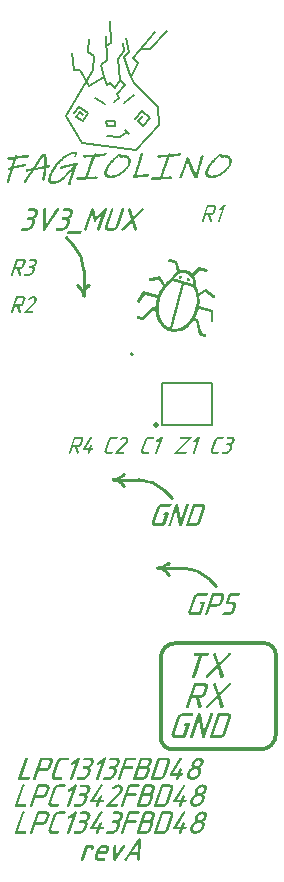
<source format=gto>
G04*
G04 #@! TF.GenerationSoftware,Altium Limited,Altium Designer,23.3.1 (30)*
G04*
G04 Layer_Color=65535*
%FSLAX44Y44*%
%MOMM*%
G71*
G04*
G04 #@! TF.SameCoordinates,AFC9A265-922B-4258-BEE4-7106DEA6A0D1*
G04*
G04*
G04 #@! TF.FilePolarity,Positive*
G04*
G01*
G75*
%ADD10C,0.3000*%
%ADD11C,0.2500*%
%ADD12C,0.2000*%
%ADD13C,0.5000*%
%ADD14C,0.1656*%
G36*
X205004Y562322D02*
X211710Y560699D01*
X214058Y553147D01*
X215553Y553396D01*
X216926Y553491D01*
X218202Y553424D01*
X219405Y553190D01*
X220563Y552780D01*
X221700Y552191D01*
X222843Y551413D01*
X224017Y550442D01*
X229889Y555740D01*
X236550Y554066D01*
X236900Y553877D01*
X237121Y553554D01*
X237212Y553156D01*
X237172Y552736D01*
X237000Y552352D01*
X236696Y552060D01*
X236257Y551916D01*
X235683Y551977D01*
X230757Y553174D01*
X225827Y548338D01*
X226208Y547434D01*
X226546Y546622D01*
X226702Y546213D01*
X226849Y545781D01*
X226989Y545312D01*
X227122Y544790D01*
X227265Y544091D01*
X227336Y543537D01*
X227353Y543086D01*
X227336Y542697D01*
X227304Y542326D01*
X227273Y541931D01*
X227264Y541471D01*
X227295Y540902D01*
X227406Y540359D01*
X227642Y539619D01*
X227969Y538738D01*
X228351Y537771D01*
X228755Y536777D01*
X229145Y535812D01*
X229489Y534932D01*
X229750Y534195D01*
X230537Y534641D01*
X231314Y535080D01*
X232085Y535512D01*
X232856Y535937D01*
X233633Y536357D01*
X234419Y536772D01*
X235221Y537183D01*
X236042Y537591D01*
X242614Y532265D01*
X243084Y531836D01*
X243309Y531347D01*
X243320Y530852D01*
X243148Y530410D01*
X242824Y530076D01*
X242381Y529908D01*
X241848Y529960D01*
X241258Y530291D01*
X235322Y534639D01*
X230214Y531589D01*
X230261Y531134D01*
X230299Y530625D01*
X230329Y530078D01*
X230352Y529510D01*
X230370Y528938D01*
X230385Y528378D01*
X230396Y527846D01*
X230408Y527360D01*
X230419Y526780D01*
X230421Y526205D01*
X230409Y525635D01*
X230379Y525066D01*
X230328Y524496D01*
X230250Y523922D01*
X230142Y523340D01*
X230000Y522750D01*
X241760Y519496D01*
X241910Y510153D01*
X241836Y509737D01*
X241611Y509440D01*
X241284Y509263D01*
X240905Y509211D01*
X240524Y509286D01*
X240190Y509492D01*
X239953Y509831D01*
X239861Y510307D01*
X239837Y517389D01*
X229584Y520136D01*
X229316Y519258D01*
X228974Y518309D01*
X228579Y517319D01*
X228151Y516320D01*
X227710Y515339D01*
X227278Y514408D01*
X226875Y513557D01*
X226521Y512815D01*
X228921Y512228D01*
X229320Y510976D01*
X229760Y509521D01*
X230226Y507925D01*
X230706Y506251D01*
X231183Y504560D01*
X231644Y502916D01*
X232076Y501380D01*
X232462Y500016D01*
X235420Y499198D01*
X235820Y498984D01*
X236052Y498646D01*
X236134Y498235D01*
X236089Y497802D01*
X235935Y497399D01*
X235692Y497078D01*
X235382Y496890D01*
X235024Y496887D01*
X230312Y498196D01*
X227126Y509884D01*
X225115Y510342D01*
X224330Y509325D01*
X223485Y508304D01*
X222576Y507293D01*
X221594Y506309D01*
X220533Y505365D01*
X219388Y504478D01*
X218150Y503663D01*
X216814Y502934D01*
X214497Y502104D01*
X212228Y501509D01*
X210011Y501176D01*
X207850Y501137D01*
X205748Y501420D01*
X203711Y502055D01*
X201742Y503072D01*
X200761Y503810D01*
X201537Y506706D01*
X205048Y504208D01*
X205677Y506341D01*
X207840Y505761D01*
X207250Y503559D01*
X208899Y503545D01*
X210366Y503603D01*
X211700Y503755D01*
X212950Y504018D01*
X214163Y504415D01*
X215389Y504963D01*
X216677Y505683D01*
X218075Y506595D01*
X220354Y508522D01*
X222389Y510929D01*
X224152Y513708D01*
X225613Y516745D01*
X226745Y519931D01*
X227518Y523154D01*
X227904Y526305D01*
X227874Y529272D01*
X227668Y530972D01*
X227393Y532519D01*
X227062Y533927D01*
X226689Y535207D01*
X226285Y536375D01*
X225863Y537441D01*
X225435Y538420D01*
X225015Y539325D01*
X217363Y541304D01*
X207844Y505776D01*
X205681Y506356D01*
X205851Y506930D01*
X207148Y511541D01*
X208761Y517378D01*
X210512Y523782D01*
X212226Y530091D01*
X213724Y535644D01*
X214829Y539779D01*
X215364Y541835D01*
X214625Y542034D01*
X213713Y542279D01*
X212681Y542555D01*
X211584Y542845D01*
X210475Y543132D01*
X210005Y543251D01*
X210595Y545451D01*
X224842Y541633D01*
X224786Y543313D01*
X224518Y544854D01*
X224037Y546249D01*
X223339Y547491D01*
X222422Y548571D01*
X221286Y549482D01*
X219927Y550216D01*
X218343Y550765D01*
X216913Y550998D01*
X215469Y550952D01*
X214053Y550647D01*
X212707Y550103D01*
X211474Y549339D01*
X210395Y548373D01*
X209514Y547224D01*
X208874Y545912D01*
X210579Y545455D01*
X209990Y543255D01*
X209410Y543401D01*
X208443Y543636D01*
X207628Y543819D01*
X202815Y539948D01*
X199179Y534968D01*
X196771Y529279D01*
X195647Y523282D01*
X195859Y517376D01*
X197461Y511962D01*
X200506Y507439D01*
X201523Y506716D01*
X200747Y503820D01*
X199844Y504499D01*
X198038Y506454D01*
X196587Y508506D01*
X195449Y510586D01*
X194583Y512627D01*
X193948Y514559D01*
X193502Y516315D01*
X193204Y517826D01*
X193012Y519025D01*
X190960Y519524D01*
X182314Y511036D01*
X177685Y512259D01*
X177390Y512429D01*
X177212Y512736D01*
X177148Y513125D01*
X177195Y513542D01*
X177352Y513931D01*
X177616Y514238D01*
X177984Y514407D01*
X178455Y514385D01*
X181524Y513580D01*
X190607Y522376D01*
X193019Y521832D01*
X193069Y522658D01*
X193157Y523534D01*
X193281Y524456D01*
X193440Y525418D01*
X193632Y526416D01*
X193854Y527443D01*
X194104Y528496D01*
X194381Y529568D01*
X183856Y532389D01*
X179930Y526029D01*
X179603Y525698D01*
X179185Y525544D01*
X178730Y525541D01*
X178290Y525663D01*
X177918Y525884D01*
X177665Y526177D01*
X177585Y526517D01*
X177730Y526876D01*
X182781Y535279D01*
X195062Y532109D01*
X195357Y532944D01*
X195787Y533926D01*
X196321Y534998D01*
X196925Y536105D01*
X197567Y537192D01*
X198213Y538202D01*
X198832Y539080D01*
X199391Y539771D01*
X196230Y545055D01*
X188771Y544264D01*
X188146Y544309D01*
X187692Y544556D01*
X187408Y544941D01*
X187293Y545404D01*
X187345Y545883D01*
X187565Y546317D01*
X187952Y546644D01*
X188504Y546803D01*
X196985Y547997D01*
X197532Y547219D01*
X198074Y546424D01*
X198610Y545623D01*
X199137Y544826D01*
X199650Y544042D01*
X200147Y543283D01*
X200625Y542557D01*
X201080Y541877D01*
X201723Y542540D01*
X202402Y543200D01*
X202758Y543521D01*
X203126Y543834D01*
X203509Y544134D01*
X203907Y544419D01*
X204495Y544789D01*
X204928Y545015D01*
X205245Y545158D01*
X205487Y545282D01*
X205693Y545450D01*
X205903Y545722D01*
X206159Y546164D01*
X206500Y546836D01*
X207027Y547794D01*
X207516Y548579D01*
X207997Y549237D01*
X208501Y549813D01*
X209060Y550353D01*
X209704Y550902D01*
X210465Y551507D01*
X211373Y552211D01*
X211237Y552801D01*
X211047Y553595D01*
X210821Y554531D01*
X210571Y555545D01*
X210314Y556575D01*
X210065Y557556D01*
X209838Y558427D01*
X209648Y559124D01*
X204600Y560342D01*
X204212Y560527D01*
X203975Y560820D01*
X203876Y561177D01*
X203901Y561551D01*
X204040Y561898D01*
X204278Y562173D01*
X204604Y562329D01*
X205004Y562322D01*
D02*
G37*
G36*
X214543Y548685D02*
X215015Y548534D01*
X215389Y548067D01*
X215559Y547482D01*
X215472Y546951D01*
X215189Y546507D01*
X214774Y546181D01*
X214287Y546004D01*
X213810Y546079D01*
X213343Y546228D01*
X213009Y546693D01*
X212880Y547275D01*
X212973Y547805D01*
X213238Y548251D01*
X213624Y548579D01*
X214083Y548757D01*
X214543Y548685D01*
D02*
G37*
G36*
X221548Y546929D02*
X221880Y546734D01*
X222394Y546011D01*
X222503Y545555D01*
X222387Y545032D01*
X222076Y544613D01*
X221634Y544327D01*
X221126Y544198D01*
X220914Y544181D01*
X220171Y544518D01*
X219853Y545018D01*
X219751Y545617D01*
X219873Y546140D01*
X220166Y546560D01*
X220578Y546850D01*
X221057Y546982D01*
X221548Y546929D01*
D02*
G37*
G36*
X256326Y229229D02*
X256432Y229208D01*
X256579Y229145D01*
X256705Y229082D01*
X256853Y228976D01*
X256979Y228850D01*
X257000Y228829D01*
X257021Y228787D01*
X257063Y228682D01*
X257084Y228576D01*
X257126Y228429D01*
Y228281D01*
X257105Y228092D01*
X257063Y227902D01*
Y227881D01*
X257042Y227839D01*
X257021Y227776D01*
X256958Y227671D01*
X256895Y227565D01*
X256810Y227439D01*
X256705Y227292D01*
X256579Y227144D01*
X247925Y218616D01*
X250788Y210067D01*
X250809Y209688D01*
X250746Y209352D01*
Y209331D01*
X250704Y209267D01*
X250662Y209162D01*
X250599Y209036D01*
X250494Y208888D01*
X250367Y208720D01*
X250220Y208551D01*
X250030Y208404D01*
X250009Y208383D01*
X249946Y208341D01*
X249820Y208278D01*
X249693Y208214D01*
X249504Y208130D01*
X249314Y208067D01*
X249104Y208025D01*
X248893Y208004D01*
X248872D01*
X248788Y208025D01*
X248683Y208046D01*
X248535Y208088D01*
X248388Y208172D01*
X248240Y208278D01*
X248093Y208446D01*
X247988Y208657D01*
X245608Y216448D01*
X237881Y208572D01*
X237838Y208530D01*
X237775Y208488D01*
X237712Y208446D01*
X237607Y208362D01*
X237481Y208299D01*
X237354Y208193D01*
X237186Y208109D01*
X236617Y208004D01*
X236533D01*
X236449Y208025D01*
X236322Y208046D01*
X236196Y208088D01*
X236049Y208172D01*
X235901Y208257D01*
X235754Y208383D01*
X235733Y208404D01*
X235712Y208446D01*
X235670Y208530D01*
X235627Y208657D01*
X235606Y208804D01*
X235585Y208951D01*
X235606Y209141D01*
X235670Y209352D01*
Y209373D01*
X235691Y209415D01*
X235733Y209478D01*
X235775Y209562D01*
X235901Y209815D01*
X236007Y209941D01*
X236133Y210089D01*
X244787Y218616D01*
X241902Y227144D01*
X241860Y227565D01*
X241987Y227923D01*
Y227945D01*
X242029Y228008D01*
X242071Y228113D01*
X242134Y228218D01*
X242239Y228366D01*
X242345Y228513D01*
X242492Y228682D01*
X242682Y228829D01*
X242703Y228850D01*
X242787Y228892D01*
X242892Y228955D01*
X243039Y229039D01*
X243208Y229124D01*
X243397Y229187D01*
X243608Y229229D01*
X243840Y229250D01*
X243945D01*
X244050Y229208D01*
X244198Y229166D01*
X244345Y229082D01*
X244492Y228976D01*
X244640Y228808D01*
X244745Y228576D01*
X247103Y220827D01*
X254831Y228660D01*
X254852Y228682D01*
X254873Y228703D01*
X255000Y228808D01*
X255210Y228955D01*
X255463Y229124D01*
X255821Y229250D01*
X256221D01*
X256326Y229229D01*
D02*
G37*
G36*
X237775D02*
X237902Y229208D01*
X238028Y229145D01*
X238175Y229082D01*
X238302Y228976D01*
X238407Y228829D01*
X238428Y228808D01*
X238449Y228766D01*
X238470Y228682D01*
X238512Y228576D01*
X238533Y228429D01*
X238554Y228281D01*
X238533Y228113D01*
X238491Y227923D01*
Y227902D01*
X238449Y227839D01*
X238407Y227755D01*
X238344Y227629D01*
X238260Y227502D01*
X238154Y227355D01*
X238007Y227187D01*
X237838Y227018D01*
X237817Y226997D01*
X237754Y226955D01*
X237649Y226871D01*
X237523Y226807D01*
X237333Y226723D01*
X237144Y226639D01*
X236933Y226597D01*
X236680Y226576D01*
X232869D01*
X226994Y209352D01*
Y209331D01*
X226952Y209246D01*
X226910Y209141D01*
X226826Y208994D01*
X226742Y208825D01*
X226615Y208678D01*
X226489Y208509D01*
X226320Y208362D01*
X226299Y208341D01*
X226236Y208299D01*
X226110Y208257D01*
X225984Y208193D01*
X225815Y208109D01*
X225626Y208067D01*
X225415Y208025D01*
X225205Y208004D01*
X225120D01*
X225015Y208025D01*
X224889Y208046D01*
X224762Y208088D01*
X224615Y208151D01*
X224489Y208235D01*
X224362Y208341D01*
X224341Y208362D01*
X224320Y208404D01*
X224278Y208488D01*
X224236Y208594D01*
X224215Y208741D01*
Y208909D01*
X224236Y209120D01*
X224299Y209352D01*
X230174Y226576D01*
X226257D01*
X226152Y226597D01*
X226026Y226618D01*
X225878Y226660D01*
X225731Y226723D01*
X225605Y226807D01*
X225478Y226934D01*
Y226955D01*
X225457Y227018D01*
X225436Y227102D01*
X225415Y227229D01*
X225394Y227376D01*
Y227544D01*
X225415Y227734D01*
X225478Y227923D01*
Y227945D01*
X225499Y228008D01*
X225541Y228092D01*
X225605Y228197D01*
X225689Y228345D01*
X225815Y228492D01*
X225942Y228639D01*
X226110Y228808D01*
X226131Y228829D01*
X226194Y228871D01*
X226299Y228955D01*
X226447Y229039D01*
X226615Y229103D01*
X226805Y229187D01*
X227015Y229229D01*
X227268Y229250D01*
X237670D01*
X237775Y229229D01*
D02*
G37*
G36*
X256326Y203734D02*
X256432Y203713D01*
X256579Y203649D01*
X256705Y203586D01*
X256853Y203481D01*
X256979Y203355D01*
X257000Y203334D01*
X257021Y203291D01*
X257063Y203186D01*
X257084Y203081D01*
X257126Y202934D01*
Y202786D01*
X257105Y202597D01*
X257063Y202407D01*
Y202386D01*
X257042Y202344D01*
X257021Y202281D01*
X256958Y202175D01*
X256895Y202070D01*
X256810Y201944D01*
X256705Y201796D01*
X256579Y201649D01*
X247925Y193121D01*
X250788Y184572D01*
X250809Y184193D01*
X250746Y183856D01*
Y183835D01*
X250704Y183772D01*
X250662Y183667D01*
X250599Y183540D01*
X250494Y183393D01*
X250367Y183225D01*
X250220Y183056D01*
X250030Y182909D01*
X250009Y182888D01*
X249946Y182845D01*
X249820Y182782D01*
X249693Y182719D01*
X249504Y182635D01*
X249314Y182572D01*
X249104Y182530D01*
X248893Y182509D01*
X248872D01*
X248788Y182530D01*
X248683Y182551D01*
X248535Y182593D01*
X248388Y182677D01*
X248240Y182782D01*
X248093Y182951D01*
X247988Y183161D01*
X245608Y190952D01*
X237881Y183077D01*
X237838Y183035D01*
X237775Y182993D01*
X237712Y182951D01*
X237607Y182866D01*
X237481Y182803D01*
X237354Y182698D01*
X237186Y182614D01*
X236617Y182509D01*
X236533D01*
X236449Y182530D01*
X236322Y182551D01*
X236196Y182593D01*
X236049Y182677D01*
X235901Y182761D01*
X235754Y182888D01*
X235733Y182909D01*
X235712Y182951D01*
X235670Y183035D01*
X235627Y183161D01*
X235606Y183309D01*
X235585Y183456D01*
X235606Y183646D01*
X235670Y183856D01*
Y183877D01*
X235691Y183919D01*
X235733Y183983D01*
X235775Y184067D01*
X235901Y184319D01*
X236007Y184446D01*
X236133Y184593D01*
X244787Y193121D01*
X241902Y201649D01*
X241860Y202070D01*
X241987Y202428D01*
Y202449D01*
X242029Y202512D01*
X242071Y202618D01*
X242134Y202723D01*
X242239Y202870D01*
X242345Y203018D01*
X242492Y203186D01*
X242682Y203334D01*
X242703Y203355D01*
X242787Y203397D01*
X242892Y203460D01*
X243039Y203544D01*
X243208Y203628D01*
X243397Y203692D01*
X243608Y203734D01*
X243840Y203755D01*
X243945D01*
X244050Y203713D01*
X244198Y203671D01*
X244345Y203586D01*
X244492Y203481D01*
X244640Y203312D01*
X244745Y203081D01*
X247103Y195332D01*
X254831Y203165D01*
X254852Y203186D01*
X254873Y203207D01*
X255000Y203312D01*
X255210Y203460D01*
X255463Y203628D01*
X255821Y203755D01*
X256221D01*
X256326Y203734D01*
D02*
G37*
G36*
X234785D02*
X234954Y203713D01*
X235122Y203692D01*
X235522Y203586D01*
X235965Y203439D01*
X236196Y203334D01*
X236407Y203207D01*
X236617Y203060D01*
X236828Y202870D01*
X237017Y202681D01*
X237186Y202449D01*
Y202428D01*
X237228Y202386D01*
X237270Y202323D01*
X237312Y202218D01*
X237375Y202091D01*
X237417Y201944D01*
X237481Y201775D01*
X237544Y201565D01*
X237586Y201354D01*
X237628Y201123D01*
X237649Y200575D01*
Y200301D01*
X237607Y199986D01*
X237544Y199670D01*
X237438Y199333D01*
X236028Y195206D01*
Y195185D01*
X236007Y195121D01*
X235965Y195037D01*
X235901Y194890D01*
X235838Y194743D01*
X235733Y194553D01*
X235627Y194342D01*
X235501Y194132D01*
X235333Y193879D01*
X235164Y193626D01*
X234975Y193374D01*
X234764Y193100D01*
X234512Y192847D01*
X234259Y192574D01*
X233964Y192321D01*
X233648Y192068D01*
X233627Y192047D01*
X233564Y192005D01*
X233480Y191942D01*
X233353Y191858D01*
X233185Y191773D01*
X232995Y191647D01*
X232785Y191542D01*
X232553Y191416D01*
X232279Y191289D01*
X232006Y191184D01*
X231395Y190973D01*
X231079Y190889D01*
X230742Y190826D01*
X230406Y190784D01*
X230069Y190763D01*
X230174D01*
X232195Y184509D01*
Y184319D01*
X232153Y183856D01*
Y183835D01*
X232111Y183772D01*
X232069Y183667D01*
X231985Y183519D01*
X231880Y183372D01*
X231753Y183203D01*
X231585Y183035D01*
X231395Y182866D01*
X231374Y182845D01*
X231311Y182803D01*
X231185Y182761D01*
X231058Y182698D01*
X230890Y182614D01*
X230700Y182572D01*
X230511Y182530D01*
X230300Y182509D01*
X230258D01*
X230111Y182530D01*
X229942Y182551D01*
X229774Y182614D01*
X229732Y182635D01*
X229648Y182719D01*
X229542Y182888D01*
X229479Y182993D01*
X229416Y183119D01*
X227247Y190763D01*
X224194D01*
X221835Y183856D01*
Y183835D01*
X221793Y183751D01*
X221751Y183646D01*
X221667Y183498D01*
X221583Y183330D01*
X221457Y183182D01*
X221330Y183014D01*
X221162Y182866D01*
X221141Y182845D01*
X221077Y182803D01*
X220951Y182761D01*
X220825Y182698D01*
X220656Y182614D01*
X220467Y182572D01*
X220256Y182530D01*
X220046Y182509D01*
X219961D01*
X219856Y182530D01*
X219730Y182551D01*
X219604Y182593D01*
X219456Y182656D01*
X219330Y182740D01*
X219203Y182845D01*
X219182Y182866D01*
X219161Y182909D01*
X219119Y182993D01*
X219077Y183098D01*
X219056Y183246D01*
Y183414D01*
X219077Y183625D01*
X219140Y183856D01*
X225478Y202428D01*
Y202449D01*
X225499Y202491D01*
X225520Y202554D01*
X225562Y202639D01*
X225689Y202849D01*
X225878Y203102D01*
X226110Y203334D01*
X226426Y203544D01*
X226594Y203628D01*
X226805Y203692D01*
X227036Y203734D01*
X227268Y203755D01*
X234659D01*
X234785Y203734D01*
D02*
G37*
G36*
X240934Y178238D02*
X241039Y178217D01*
X241165Y178175D01*
X241313Y178133D01*
X241439Y178049D01*
X241565Y177943D01*
X241587Y177922D01*
X241608Y177880D01*
X241650Y177796D01*
X241692Y177670D01*
X241734Y177522D01*
Y177354D01*
Y177164D01*
X241671Y176933D01*
X235375Y158466D01*
Y158445D01*
X235333Y158361D01*
X235291Y158256D01*
X235206Y158108D01*
X235122Y157961D01*
X234996Y157771D01*
X234848Y157582D01*
X234659Y157413D01*
X234175Y157119D01*
X234154D01*
X234132Y157098D01*
X234006Y157076D01*
X233817Y157034D01*
X233606Y157013D01*
X233564D01*
X233480Y157034D01*
X233353Y157055D01*
X233185Y157098D01*
X233016Y157161D01*
X232869Y157287D01*
X232743Y157434D01*
X232659Y157645D01*
X229858Y172490D01*
X225036Y158340D01*
Y158319D01*
X224994Y158235D01*
X224952Y158129D01*
X224868Y157982D01*
X224783Y157835D01*
X224657Y157666D01*
X224531Y157519D01*
X224362Y157371D01*
X224341Y157350D01*
X224278Y157308D01*
X224152Y157266D01*
X224025Y157203D01*
X223857Y157119D01*
X223667Y157076D01*
X223457Y157034D01*
X223246Y157013D01*
X223162D01*
X223057Y157034D01*
X222930Y157055D01*
X222804Y157098D01*
X222657Y157161D01*
X222530Y157245D01*
X222404Y157350D01*
X222383Y157371D01*
X222362Y157413D01*
X222320Y157498D01*
X222278Y157603D01*
X222257Y157750D01*
Y157919D01*
X222278Y158129D01*
X222341Y158361D01*
X228637Y176828D01*
X228658Y176849D01*
X228679Y176933D01*
X228742Y177059D01*
X228826Y177206D01*
X228932Y177375D01*
X229058Y177565D01*
X229226Y177733D01*
X229416Y177901D01*
X229437Y177922D01*
X229500Y177965D01*
X229584Y178007D01*
X229711Y178091D01*
X229858Y178154D01*
X230026Y178196D01*
X230216Y178238D01*
X230406Y178259D01*
X230532D01*
X230658Y178217D01*
X230827Y178175D01*
X230974Y178091D01*
X231143Y177965D01*
X231269Y177775D01*
X231353Y177543D01*
X234154Y162783D01*
X238976Y176912D01*
Y176933D01*
X239018Y176996D01*
X239060Y177101D01*
X239123Y177228D01*
X239228Y177375D01*
X239333Y177543D01*
X239481Y177712D01*
X239670Y177880D01*
X239692Y177901D01*
X239776Y177943D01*
X239881Y178007D01*
X240028Y178070D01*
X240197Y178133D01*
X240365Y178196D01*
X240576Y178238D01*
X240765Y178259D01*
X240850D01*
X240934Y178238D01*
D02*
G37*
G36*
X254515D02*
X254684Y178217D01*
X254852Y178196D01*
X255252Y178091D01*
X255695Y177943D01*
X255926Y177838D01*
X256137Y177712D01*
X256347Y177565D01*
X256558Y177375D01*
X256747Y177185D01*
X256916Y176954D01*
Y176933D01*
X256958Y176891D01*
X257000Y176828D01*
X257042Y176722D01*
X257105Y176596D01*
X257147Y176448D01*
X257211Y176280D01*
X257274Y176070D01*
X257316Y175859D01*
X257358Y175627D01*
X257379Y175080D01*
Y174806D01*
X257337Y174490D01*
X257274Y174174D01*
X257168Y173838D01*
X252936Y161456D01*
Y161435D01*
X252915Y161372D01*
X252873Y161288D01*
X252810Y161140D01*
X252747Y160993D01*
X252641Y160803D01*
X252536Y160593D01*
X252410Y160382D01*
X252262Y160130D01*
X252094Y159877D01*
X251904Y159624D01*
X251694Y159351D01*
X251441Y159098D01*
X251188Y158824D01*
X250894Y158571D01*
X250578Y158319D01*
X250557Y158298D01*
X250494Y158256D01*
X250409Y158192D01*
X250283Y158108D01*
X250114Y158024D01*
X249925Y157898D01*
X249714Y157792D01*
X249483Y157666D01*
X249209Y157540D01*
X248935Y157434D01*
X248325Y157224D01*
X248009Y157140D01*
X247672Y157076D01*
X247335Y157034D01*
X246998Y157013D01*
X239649D01*
X239565Y157034D01*
X239376Y157076D01*
X239165Y157182D01*
X238955Y157350D01*
X238891Y157455D01*
X238828Y157582D01*
X238786Y157729D01*
Y157919D01*
X238807Y158129D01*
X238870Y158361D01*
X245208Y176933D01*
Y176954D01*
X245229Y176996D01*
X245250Y177059D01*
X245292Y177143D01*
X245419Y177354D01*
X245608Y177607D01*
X245840Y177838D01*
X246156Y178049D01*
X246324Y178133D01*
X246535Y178196D01*
X246766Y178238D01*
X246998Y178259D01*
X254389D01*
X254515Y178238D01*
D02*
G37*
G36*
X224447D02*
X224573Y178217D01*
X224699Y178154D01*
X224847Y178091D01*
X224973Y177986D01*
X225078Y177838D01*
X225099Y177817D01*
X225120Y177775D01*
X225141Y177691D01*
X225184Y177586D01*
X225205Y177438D01*
X225226Y177291D01*
X225205Y177122D01*
X225162Y176933D01*
Y176912D01*
X225120Y176849D01*
X225078Y176764D01*
X225015Y176638D01*
X224931Y176512D01*
X224825Y176364D01*
X224678Y176196D01*
X224510Y176027D01*
X224489Y176006D01*
X224425Y175964D01*
X224320Y175880D01*
X224194Y175817D01*
X224004Y175733D01*
X223815Y175648D01*
X223604Y175606D01*
X223351Y175585D01*
X216003D01*
X215855Y175564D01*
X215687Y175543D01*
X215497Y175501D01*
X215287Y175459D01*
X215076Y175375D01*
X214866Y175269D01*
X214845Y175248D01*
X214781Y175206D01*
X214697Y175122D01*
X214592Y175017D01*
X214339Y174764D01*
X214234Y174638D01*
X214129Y174511D01*
Y174490D01*
X214087Y174448D01*
X214066Y174385D01*
X214002Y174301D01*
X213897Y174090D01*
X213792Y173838D01*
X209559Y161456D01*
Y161414D01*
X209517Y161330D01*
X209496Y161182D01*
X209475Y161014D01*
X209454Y160803D01*
X209475Y160593D01*
X209538Y160382D01*
X209623Y160193D01*
X209665Y160151D01*
X209749Y160045D01*
X209896Y159919D01*
X210086Y159793D01*
X210107D01*
X210128Y159772D01*
X210191Y159751D01*
X210275D01*
X210486Y159708D01*
X210718Y159687D01*
X216592D01*
X219182Y167331D01*
X218361D01*
X218256Y167352D01*
X218130Y167373D01*
X218003Y167415D01*
X217856Y167478D01*
X217729Y167563D01*
X217624Y167689D01*
Y167710D01*
X217582Y167773D01*
X217561Y167857D01*
X217540Y167963D01*
X217519Y168110D01*
Y168279D01*
X217540Y168468D01*
X217582Y168679D01*
Y168700D01*
X217624Y168763D01*
X217666Y168847D01*
X217729Y168973D01*
X217814Y169100D01*
X217919Y169247D01*
X218066Y169394D01*
X218235Y169563D01*
X218256Y169584D01*
X218319Y169626D01*
X218424Y169710D01*
X218572Y169795D01*
X218740Y169858D01*
X218930Y169942D01*
X219161Y169984D01*
X219393Y170005D01*
X221583D01*
X221667Y169984D01*
X221856Y169942D01*
X222067Y169837D01*
X222257Y169689D01*
X222341Y169584D01*
X222404Y169437D01*
X222425Y169289D01*
X222446Y169121D01*
X222404Y168910D01*
X222341Y168679D01*
X218824Y158361D01*
Y158340D01*
X218803Y158298D01*
X218782Y158235D01*
X218740Y158150D01*
X218614Y157940D01*
X218445Y157687D01*
X218193Y157434D01*
X217877Y157224D01*
X217708Y157140D01*
X217498Y157076D01*
X217287Y157034D01*
X217035Y157013D01*
X209644D01*
X209517Y157034D01*
X209370Y157055D01*
X209181Y157076D01*
X208780Y157182D01*
X208338Y157329D01*
X208128Y157434D01*
X207896Y157561D01*
X207685Y157708D01*
X207475Y157877D01*
X207264Y158066D01*
X207096Y158298D01*
Y158319D01*
X207054Y158361D01*
X207012Y158424D01*
X206970Y158529D01*
X206906Y158656D01*
X206864Y158803D01*
X206801Y158972D01*
X206738Y159182D01*
X206696Y159393D01*
X206654Y159624D01*
X206633Y159898D01*
Y160172D01*
X206654Y160466D01*
X206696Y160782D01*
X206759Y161119D01*
X206864Y161456D01*
X211097Y173838D01*
Y173859D01*
X211118Y173922D01*
X211160Y174006D01*
X211223Y174153D01*
X211286Y174301D01*
X211391Y174490D01*
X211497Y174701D01*
X211623Y174911D01*
X211770Y175164D01*
X211939Y175396D01*
X212128Y175669D01*
X212339Y175922D01*
X212571Y176196D01*
X212844Y176448D01*
X213118Y176701D01*
X213434Y176954D01*
X213455Y176975D01*
X213518Y177017D01*
X213602Y177080D01*
X213729Y177164D01*
X213897Y177249D01*
X214087Y177375D01*
X214297Y177480D01*
X214529Y177607D01*
X214803Y177733D01*
X215076Y177838D01*
X215687Y178049D01*
X216003Y178133D01*
X216340Y178196D01*
X216677Y178238D01*
X217035Y178259D01*
X224341D01*
X224447Y178238D01*
D02*
G37*
G36*
X230553Y140585D02*
X230721D01*
X230890Y140566D01*
X231115Y140529D01*
X231340Y140473D01*
X231583Y140416D01*
X231846Y140323D01*
X232108Y140229D01*
X232371Y140098D01*
X232633Y139948D01*
X232877Y139779D01*
X233102Y139573D01*
X233308Y139329D01*
X233496Y139067D01*
Y139048D01*
X233533Y139010D01*
X233552Y138935D01*
X233608Y138823D01*
X233645Y138692D01*
X233702Y138523D01*
X233739Y138336D01*
X233777Y138129D01*
X233814Y137905D01*
X233833Y137642D01*
X233852Y137380D01*
X233833Y137080D01*
X233814Y136780D01*
X233758Y136442D01*
X233683Y136105D01*
X233570Y135749D01*
Y135730D01*
X233552Y135693D01*
X233533Y135636D01*
X233496Y135561D01*
X233421Y135355D01*
X233289Y135074D01*
X233139Y134755D01*
X232933Y134399D01*
X232708Y134024D01*
X232446Y133649D01*
Y133631D01*
X232408Y133612D01*
X232371Y133556D01*
X232315Y133481D01*
X232165Y133312D01*
X231958Y133087D01*
X231715Y132862D01*
X231434Y132618D01*
X231134Y132393D01*
X230815Y132206D01*
X230834D01*
X230852Y132187D01*
X230965Y132093D01*
X231134Y131962D01*
X231321Y131756D01*
X231527Y131494D01*
X231715Y131175D01*
X231865Y130781D01*
X231977Y130313D01*
Y130294D01*
Y130256D01*
X231996Y130182D01*
Y130088D01*
X232015Y129957D01*
Y129806D01*
Y129638D01*
Y129469D01*
X231996Y129038D01*
X231940Y128551D01*
X231827Y128026D01*
X231677Y127482D01*
Y127463D01*
X231640Y127388D01*
X231583Y127257D01*
X231527Y127107D01*
X231434Y126901D01*
X231321Y126676D01*
X231190Y126414D01*
X231021Y126132D01*
X230834Y125814D01*
X230609Y125495D01*
X230384Y125158D01*
X230103Y124802D01*
X229803Y124464D01*
X229465Y124108D01*
X229109Y123752D01*
X228715Y123414D01*
X228697Y123396D01*
X228622Y123340D01*
X228509Y123265D01*
X228359Y123152D01*
X228153Y123021D01*
X227910Y122871D01*
X227647Y122721D01*
X227347Y122552D01*
X227010Y122383D01*
X226635Y122233D01*
X226241Y122084D01*
X225810Y121952D01*
X225360Y121859D01*
X224891Y121765D01*
X224404Y121709D01*
X223898Y121690D01*
X223785D01*
X223636Y121709D01*
X223467Y121727D01*
X223242Y121746D01*
X222998Y121784D01*
X222717Y121840D01*
X222417Y121915D01*
X222117Y122008D01*
X221798Y122121D01*
X221499Y122271D01*
X221180Y122440D01*
X220899Y122646D01*
X220618Y122890D01*
X220374Y123152D01*
X220168Y123471D01*
Y123489D01*
X220130Y123546D01*
X220093Y123639D01*
X220037Y123771D01*
X219980Y123921D01*
X219924Y124108D01*
X219868Y124333D01*
X219830Y124577D01*
X219774Y124858D01*
X219755Y125176D01*
X219736Y125495D01*
X219755Y125851D01*
X219793Y126226D01*
X219868Y126620D01*
X219961Y127051D01*
X220093Y127482D01*
Y127501D01*
X220111Y127557D01*
X220149Y127632D01*
X220186Y127745D01*
X220243Y127876D01*
X220318Y128026D01*
X220393Y128195D01*
X220486Y128401D01*
X220711Y128832D01*
X220974Y129300D01*
X221311Y129788D01*
X221686Y130294D01*
X221705Y130313D01*
X221742Y130350D01*
X221798Y130425D01*
X221873Y130500D01*
X221986Y130613D01*
X222098Y130744D01*
X222398Y131025D01*
X222773Y131344D01*
X223204Y131662D01*
X223673Y131962D01*
X224179Y132225D01*
X224160Y132243D01*
X224085Y132300D01*
X224010Y132412D01*
X223898Y132562D01*
X223785Y132750D01*
X223673Y132993D01*
X223598Y133293D01*
X223542Y133649D01*
Y133668D01*
Y133687D01*
Y133743D01*
Y133818D01*
Y134024D01*
X223561Y134287D01*
X223579Y134605D01*
X223636Y134962D01*
X223729Y135355D01*
X223842Y135749D01*
Y135767D01*
X223879Y135843D01*
X223917Y135936D01*
X223973Y136067D01*
X224048Y136236D01*
X224142Y136424D01*
X224254Y136649D01*
X224385Y136874D01*
X224517Y137136D01*
X224685Y137398D01*
X224891Y137661D01*
X225098Y137942D01*
X225323Y138223D01*
X225566Y138504D01*
X225847Y138785D01*
X226147Y139048D01*
X226166Y139067D01*
X226241Y139123D01*
X226335Y139198D01*
X226485Y139292D01*
X226653Y139404D01*
X226879Y139535D01*
X227122Y139685D01*
X227385Y139835D01*
X227684Y139966D01*
X228022Y140116D01*
X228359Y140248D01*
X228734Y140360D01*
X229109Y140454D01*
X229503Y140529D01*
X229915Y140585D01*
X230346Y140604D01*
X230440D01*
X230553Y140585D01*
D02*
G37*
G36*
X214863D02*
X214975Y140566D01*
X215088Y140510D01*
X215219Y140454D01*
X215350Y140360D01*
X215444Y140229D01*
X215463Y140210D01*
X215481Y140173D01*
X215519Y140098D01*
X215538Y140023D01*
X215556Y139892D01*
X215575Y139760D01*
X215556Y139592D01*
X215500Y139404D01*
X215350Y139104D01*
X208133Y127726D01*
X211882D01*
X212726Y130219D01*
Y130238D01*
X212763Y130294D01*
X212801Y130388D01*
X212876Y130500D01*
X212951Y130631D01*
X213063Y130763D01*
X213195Y130913D01*
X213363Y131062D01*
X213382Y131081D01*
X213457Y131119D01*
X213551Y131175D01*
X213663Y131231D01*
X213813Y131287D01*
X213982Y131344D01*
X214151Y131381D01*
X214338Y131400D01*
X214413D01*
X214488Y131381D01*
X214600Y131362D01*
X214713Y131325D01*
X214825Y131269D01*
X214938Y131194D01*
X215050Y131081D01*
X215069Y131062D01*
X215088Y131025D01*
X215125Y130950D01*
X215163Y130856D01*
X215200Y130744D01*
Y130594D01*
X215182Y130425D01*
X215125Y130219D01*
X214282Y127726D01*
X215912D01*
X216006Y127707D01*
X216119Y127688D01*
X216231Y127632D01*
X216362Y127576D01*
X216475Y127482D01*
X216569Y127351D01*
X216587Y127332D01*
X216606Y127295D01*
X216625Y127220D01*
X216662Y127126D01*
X216681Y126995D01*
Y126864D01*
X216662Y126714D01*
X216625Y126545D01*
Y126526D01*
X216606Y126470D01*
X216569Y126395D01*
X216512Y126282D01*
X216419Y126170D01*
X216325Y126039D01*
X216194Y125889D01*
X216044Y125739D01*
X216025Y125720D01*
X215969Y125683D01*
X215875Y125608D01*
X215763Y125551D01*
X215613Y125476D01*
X215444Y125401D01*
X215238Y125364D01*
X215032Y125345D01*
X213476D01*
X212632Y122871D01*
Y122852D01*
X212595Y122777D01*
X212557Y122683D01*
X212482Y122552D01*
X212407Y122421D01*
X212295Y122271D01*
X212182Y122140D01*
X212032Y122008D01*
X212013Y121990D01*
X211957Y121952D01*
X211845Y121915D01*
X211732Y121859D01*
X211582Y121784D01*
X211414Y121746D01*
X211226Y121709D01*
X211039Y121690D01*
X210964D01*
X210870Y121709D01*
X210758Y121727D01*
X210645Y121765D01*
X210514Y121821D01*
X210401Y121896D01*
X210289Y121990D01*
X210270Y122008D01*
X210252Y122046D01*
X210214Y122121D01*
X210177Y122215D01*
X210158Y122346D01*
Y122496D01*
X210177Y122665D01*
X210233Y122871D01*
X211076Y125345D01*
X205734D01*
X205659Y125364D01*
X205471Y125401D01*
X205265Y125476D01*
X205096Y125608D01*
X205022Y125683D01*
X204947Y125795D01*
X204909Y125907D01*
Y126058D01*
Y126208D01*
X204965Y126395D01*
X205078Y126639D01*
X205190Y126807D01*
X213269Y139723D01*
X213288Y139741D01*
X213307Y139779D01*
X213363Y139854D01*
X213419Y139929D01*
X213513Y140023D01*
X213626Y140135D01*
X213757Y140266D01*
X213907Y140379D01*
X214132Y140473D01*
X214151D01*
X214188Y140491D01*
X214244Y140510D01*
X214300Y140548D01*
X214488Y140585D01*
X214675Y140604D01*
X214769D01*
X214863Y140585D01*
D02*
G37*
G36*
X203016D02*
X203166Y140566D01*
X203316Y140548D01*
X203672Y140454D01*
X204066Y140323D01*
X204272Y140229D01*
X204459Y140116D01*
X204647Y139985D01*
X204834Y139817D01*
X205003Y139648D01*
X205153Y139442D01*
Y139423D01*
X205190Y139385D01*
X205228Y139329D01*
X205265Y139235D01*
X205322Y139123D01*
X205359Y138992D01*
X205415Y138842D01*
X205471Y138654D01*
X205509Y138467D01*
X205546Y138261D01*
X205565Y137773D01*
Y137530D01*
X205528Y137248D01*
X205471Y136967D01*
X205378Y136667D01*
X201610Y125645D01*
Y125626D01*
X201591Y125570D01*
X201554Y125495D01*
X201497Y125364D01*
X201441Y125233D01*
X201348Y125064D01*
X201254Y124877D01*
X201141Y124689D01*
X201010Y124464D01*
X200860Y124239D01*
X200691Y124014D01*
X200504Y123771D01*
X200279Y123546D01*
X200054Y123302D01*
X199792Y123077D01*
X199510Y122852D01*
X199492Y122833D01*
X199436Y122796D01*
X199361Y122740D01*
X199248Y122665D01*
X199098Y122590D01*
X198929Y122477D01*
X198742Y122383D01*
X198536Y122271D01*
X198292Y122158D01*
X198048Y122065D01*
X197505Y121877D01*
X197224Y121802D01*
X196924Y121746D01*
X196624Y121709D01*
X196324Y121690D01*
X189782D01*
X189707Y121709D01*
X189538Y121746D01*
X189351Y121840D01*
X189163Y121990D01*
X189107Y122084D01*
X189051Y122196D01*
X189013Y122327D01*
Y122496D01*
X189032Y122683D01*
X189088Y122890D01*
X194730Y139423D01*
Y139442D01*
X194749Y139479D01*
X194768Y139535D01*
X194805Y139610D01*
X194918Y139798D01*
X195087Y140023D01*
X195293Y140229D01*
X195574Y140416D01*
X195724Y140491D01*
X195911Y140548D01*
X196118Y140585D01*
X196324Y140604D01*
X202903D01*
X203016Y140585D01*
D02*
G37*
G36*
X187382D02*
X187532Y140566D01*
X187682Y140548D01*
X188038Y140454D01*
X188432Y140323D01*
X188638Y140229D01*
X188826Y140116D01*
X189013Y139985D01*
X189201Y139817D01*
X189369Y139648D01*
X189519Y139442D01*
Y139423D01*
X189557Y139385D01*
X189594Y139329D01*
X189632Y139235D01*
X189688Y139123D01*
X189725Y138992D01*
X189782Y138842D01*
X189838Y138654D01*
X189875Y138467D01*
X189913Y138261D01*
X189932Y137773D01*
Y137530D01*
X189894Y137248D01*
X189838Y136967D01*
X189744Y136667D01*
X189107Y134830D01*
X189088Y134793D01*
X189069Y134718D01*
X189013Y134587D01*
X188938Y134418D01*
X188845Y134212D01*
X188732Y133987D01*
X188601Y133762D01*
X188451Y133518D01*
X188432Y133499D01*
X188376Y133406D01*
X188282Y133293D01*
X188170Y133162D01*
X188020Y132993D01*
X187870Y132824D01*
X187682Y132675D01*
X187495Y132525D01*
X187514Y132506D01*
X187589Y132450D01*
X187682Y132356D01*
X187813Y132225D01*
X187945Y132056D01*
X188076Y131831D01*
X188188Y131569D01*
X188282Y131250D01*
Y131231D01*
X188301Y131212D01*
Y131156D01*
X188320Y131100D01*
X188338Y130913D01*
X188357Y130669D01*
Y130369D01*
X188320Y130050D01*
X188263Y129694D01*
X188151Y129319D01*
X186895Y125645D01*
Y125626D01*
X186876Y125570D01*
X186839Y125495D01*
X186782Y125364D01*
X186726Y125233D01*
X186632Y125064D01*
X186539Y124877D01*
X186426Y124689D01*
X186295Y124464D01*
X186145Y124239D01*
X185976Y124014D01*
X185789Y123771D01*
X185564Y123546D01*
X185339Y123302D01*
X185077Y123077D01*
X184795Y122852D01*
X184777Y122833D01*
X184720Y122796D01*
X184646Y122740D01*
X184533Y122665D01*
X184383Y122590D01*
X184214Y122477D01*
X184027Y122383D01*
X183821Y122271D01*
X183577Y122158D01*
X183333Y122065D01*
X182790Y121877D01*
X182509Y121802D01*
X182209Y121746D01*
X181909Y121709D01*
X181609Y121690D01*
X175067D01*
X174992Y121709D01*
X174823Y121746D01*
X174636Y121840D01*
X174448Y121990D01*
X174392Y122084D01*
X174336Y122196D01*
X174298Y122327D01*
Y122496D01*
X174317Y122683D01*
X174373Y122890D01*
X180016Y139423D01*
Y139442D01*
X180034Y139479D01*
X180053Y139535D01*
X180090Y139610D01*
X180203Y139798D01*
X180372Y140023D01*
X180578Y140229D01*
X180859Y140416D01*
X181009Y140491D01*
X181196Y140548D01*
X181403Y140585D01*
X181609Y140604D01*
X187270D01*
X187382Y140585D01*
D02*
G37*
G36*
X176248D02*
X176360Y140566D01*
X176473Y140510D01*
X176604Y140454D01*
X176716Y140360D01*
X176810Y140229D01*
X176829Y140210D01*
X176847Y140173D01*
X176866Y140098D01*
X176904Y140004D01*
X176922Y139873D01*
Y139741D01*
X176904Y139592D01*
X176866Y139423D01*
Y139404D01*
X176847Y139348D01*
X176810Y139273D01*
X176754Y139160D01*
X176660Y139048D01*
X176566Y138917D01*
X176435Y138767D01*
X176285Y138617D01*
X176266Y138598D01*
X176210Y138561D01*
X176117Y138486D01*
X176004Y138429D01*
X175854Y138354D01*
X175685Y138279D01*
X175479Y138242D01*
X175273Y138223D01*
X169125D01*
X167437Y133256D01*
X173661D01*
X173755Y133237D01*
X173867Y133218D01*
X173998Y133181D01*
X174130Y133106D01*
X174242Y133031D01*
X174336Y132918D01*
Y132900D01*
X174373Y132862D01*
X174392Y132768D01*
X174411Y132675D01*
X174429Y132543D01*
X174448Y132412D01*
X174429Y132243D01*
X174373Y132075D01*
Y132056D01*
X174336Y132000D01*
X174298Y131925D01*
X174242Y131812D01*
X174167Y131700D01*
X174073Y131569D01*
X173942Y131419D01*
X173792Y131269D01*
X173773Y131250D01*
X173717Y131212D01*
X173623Y131138D01*
X173511Y131081D01*
X173342Y131006D01*
X173174Y130931D01*
X172986Y130894D01*
X172761Y130875D01*
X166613D01*
X163895Y122871D01*
Y122852D01*
X163857Y122777D01*
X163820Y122683D01*
X163745Y122552D01*
X163670Y122421D01*
X163557Y122271D01*
X163445Y122140D01*
X163295Y122008D01*
X163276Y121990D01*
X163220Y121952D01*
X163107Y121915D01*
X162995Y121859D01*
X162845Y121784D01*
X162676Y121746D01*
X162489Y121709D01*
X162301Y121690D01*
X162226D01*
X162132Y121709D01*
X162020Y121727D01*
X161908Y121765D01*
X161776Y121821D01*
X161664Y121896D01*
X161551Y121990D01*
X161533Y122008D01*
X161514Y122046D01*
X161476Y122121D01*
X161439Y122215D01*
X161420Y122346D01*
Y122496D01*
X161439Y122683D01*
X161495Y122890D01*
X167138Y139423D01*
Y139442D01*
X167156Y139479D01*
X167175Y139535D01*
X167213Y139610D01*
X167325Y139798D01*
X167494Y140023D01*
X167700Y140229D01*
X167981Y140416D01*
X168131Y140491D01*
X168319Y140548D01*
X168525Y140585D01*
X168731Y140604D01*
X176154D01*
X176248Y140585D01*
D02*
G37*
G36*
X159789Y140548D02*
X159977Y140529D01*
X160183Y140491D01*
X160408Y140454D01*
X160652Y140398D01*
X160914Y140323D01*
X161176Y140229D01*
X161439Y140116D01*
X161683Y139985D01*
X161926Y139817D01*
X162151Y139629D01*
X162339Y139423D01*
X162507Y139179D01*
X162526Y139160D01*
X162545Y139104D01*
X162582Y139029D01*
X162620Y138917D01*
X162676Y138767D01*
X162732Y138598D01*
X162789Y138411D01*
X162826Y138186D01*
X162864Y137942D01*
X162901Y137680D01*
X162920Y137398D01*
Y137098D01*
X162882Y136780D01*
X162845Y136442D01*
X162770Y136105D01*
X162657Y135749D01*
Y135730D01*
X162639Y135693D01*
X162620Y135636D01*
X162582Y135543D01*
X162545Y135449D01*
X162489Y135318D01*
X162358Y135036D01*
X162189Y134699D01*
X161983Y134343D01*
X161739Y133949D01*
X161458Y133574D01*
Y133556D01*
X161420Y133537D01*
X161383Y133481D01*
X161308Y133406D01*
X161139Y133237D01*
X160933Y133012D01*
X160652Y132768D01*
X160333Y132506D01*
X159977Y132243D01*
X159602Y132018D01*
X159621Y132000D01*
X159696Y131944D01*
X159789Y131831D01*
X159902Y131681D01*
X160033Y131475D01*
X160164Y131212D01*
X160258Y130913D01*
X160352Y130556D01*
Y130538D01*
Y130519D01*
X160371Y130463D01*
Y130388D01*
X160389Y130182D01*
Y129900D01*
Y129582D01*
X160352Y129225D01*
X160277Y128813D01*
X160146Y128401D01*
X159527Y126564D01*
Y126545D01*
X159489Y126470D01*
X159452Y126376D01*
X159396Y126226D01*
X159321Y126058D01*
X159208Y125851D01*
X159096Y125626D01*
X158946Y125383D01*
X158777Y125120D01*
X158590Y124839D01*
X158384Y124558D01*
X158140Y124258D01*
X157877Y123977D01*
X157596Y123677D01*
X157277Y123396D01*
X156921Y123115D01*
X156903Y123096D01*
X156828Y123058D01*
X156734Y122983D01*
X156584Y122890D01*
X156415Y122777D01*
X156209Y122665D01*
X155984Y122533D01*
X155722Y122402D01*
X155422Y122271D01*
X155122Y122140D01*
X154466Y121915D01*
X154110Y121821D01*
X153753Y121746D01*
X153378Y121709D01*
X153004Y121690D01*
X149236D01*
X149142Y121709D01*
X149030Y121727D01*
X148898Y121765D01*
X148767Y121821D01*
X148655Y121896D01*
X148542Y122008D01*
Y122027D01*
X148524Y122084D01*
X148505Y122158D01*
X148486Y122271D01*
X148467Y122402D01*
Y122552D01*
X148486Y122721D01*
X148524Y122890D01*
Y122908D01*
X148542Y122964D01*
X148580Y123040D01*
X148636Y123133D01*
X148711Y123265D01*
X148823Y123396D01*
X148936Y123527D01*
X149086Y123677D01*
X149105Y123696D01*
X149161Y123733D01*
X149255Y123808D01*
X149386Y123883D01*
X149536Y123939D01*
X149723Y124014D01*
X149911Y124052D01*
X150136Y124071D01*
X153903D01*
X153978Y124089D01*
X154185Y124108D01*
X154447Y124164D01*
X154747Y124239D01*
X155084Y124370D01*
X155441Y124539D01*
X155797Y124783D01*
X155815D01*
X155834Y124820D01*
X155947Y124914D01*
X156115Y125064D01*
X156321Y125289D01*
X156546Y125533D01*
X156771Y125851D01*
X156978Y126189D01*
X157128Y126564D01*
X157746Y128401D01*
Y128419D01*
X157765Y128438D01*
X157784Y128494D01*
X157802Y128569D01*
X157840Y128757D01*
X157859Y128982D01*
X157877Y129263D01*
X157859Y129544D01*
X157765Y129844D01*
X157709Y129994D01*
X157634Y130125D01*
X157615Y130163D01*
X157540Y130238D01*
X157428Y130369D01*
X157277Y130500D01*
X157053Y130631D01*
X156790Y130763D01*
X156490Y130837D01*
X156115Y130875D01*
X154185D01*
X154091Y130894D01*
X153978Y130913D01*
X153866Y130950D01*
X153735Y131006D01*
X153622Y131081D01*
X153510Y131194D01*
Y131212D01*
X153491Y131269D01*
X153472Y131344D01*
X153454Y131456D01*
X153435Y131587D01*
Y131737D01*
X153454Y131906D01*
X153491Y132075D01*
Y132093D01*
X153510Y132150D01*
X153547Y132225D01*
X153603Y132318D01*
X153679Y132450D01*
X153791Y132581D01*
X153903Y132712D01*
X154053Y132862D01*
X154072Y132881D01*
X154128Y132918D01*
X154222Y132993D01*
X154353Y133068D01*
X154503Y133124D01*
X154672Y133199D01*
X154878Y133237D01*
X155103Y133256D01*
X157053D01*
X157128Y133274D01*
X157334Y133293D01*
X157596Y133349D01*
X157915Y133443D01*
X158252Y133574D01*
X158627Y133762D01*
X158983Y134005D01*
X159002D01*
X159021Y134043D01*
X159133Y134137D01*
X159283Y134287D01*
X159452Y134512D01*
X159658Y134755D01*
X159864Y135074D01*
X160052Y135411D01*
X160202Y135786D01*
Y135805D01*
X160221Y135824D01*
X160239Y135880D01*
X160258Y135955D01*
X160296Y136142D01*
X160333Y136367D01*
X160352Y136630D01*
X160333Y136911D01*
X160296Y137173D01*
X160183Y137436D01*
X160164Y137473D01*
X160108Y137548D01*
X159996Y137680D01*
X159827Y137811D01*
X159621Y137942D01*
X159340Y138073D01*
X159002Y138148D01*
X158608Y138186D01*
X154841D01*
X154747Y138204D01*
X154635Y138223D01*
X154522Y138261D01*
X154391Y138317D01*
X154278Y138392D01*
X154185Y138504D01*
Y138523D01*
X154147Y138579D01*
X154128Y138654D01*
X154110Y138748D01*
X154091Y138879D01*
Y139029D01*
X154110Y139198D01*
X154147Y139385D01*
Y139404D01*
X154185Y139460D01*
X154222Y139535D01*
X154278Y139648D01*
X154353Y139760D01*
X154447Y139892D01*
X154578Y140023D01*
X154728Y140173D01*
X154747Y140191D01*
X154803Y140229D01*
X154897Y140304D01*
X155028Y140379D01*
X155178Y140435D01*
X155347Y140510D01*
X155534Y140548D01*
X155740Y140566D01*
X159639D01*
X159789Y140548D01*
D02*
G37*
G36*
X150660Y140716D02*
X150736Y140697D01*
X150829Y140641D01*
X150942Y140585D01*
X151035Y140491D01*
X151148Y140360D01*
Y140341D01*
X151167Y140285D01*
X151185Y140210D01*
X151204Y140098D01*
X151223Y139966D01*
X151204Y139817D01*
X151185Y139629D01*
X151129Y139423D01*
X145487Y122890D01*
Y122871D01*
X145449Y122796D01*
X145412Y122702D01*
X145337Y122571D01*
X145262Y122421D01*
X145149Y122290D01*
X145037Y122140D01*
X144887Y122008D01*
X144868Y121990D01*
X144812Y121952D01*
X144699Y121915D01*
X144587Y121859D01*
X144437Y121784D01*
X144268Y121746D01*
X144081Y121709D01*
X143893Y121690D01*
X143819D01*
X143725Y121709D01*
X143612Y121727D01*
X143500Y121765D01*
X143369Y121821D01*
X143256Y121896D01*
X143144Y121990D01*
X143125Y122008D01*
X143106Y122046D01*
X143069Y122121D01*
X143031Y122215D01*
X143012Y122346D01*
Y122496D01*
X143031Y122665D01*
X143087Y122871D01*
X147867Y136930D01*
X145543Y134887D01*
X145524Y134868D01*
X145468Y134830D01*
X145374Y134774D01*
X145243Y134718D01*
X145112Y134643D01*
X144943Y134587D01*
X144775Y134549D01*
X144606Y134530D01*
X144531D01*
X144456Y134549D01*
X144343Y134568D01*
X144231Y134605D01*
X144100Y134680D01*
X143987Y134755D01*
X143875Y134868D01*
X143856Y134887D01*
X143837Y134943D01*
X143800Y135018D01*
X143781Y135130D01*
X143743Y135261D01*
Y135411D01*
X143762Y135580D01*
X143800Y135749D01*
Y135767D01*
X143837Y135824D01*
X143875Y135899D01*
X143931Y136011D01*
X144006Y136124D01*
X144100Y136255D01*
X144231Y136405D01*
X144400Y136555D01*
X149367Y140248D01*
X149386D01*
X149405Y140285D01*
X149461Y140323D01*
X149536Y140360D01*
X149723Y140473D01*
X149929Y140585D01*
X149948D01*
X149986Y140604D01*
X150042Y140641D01*
X150117Y140660D01*
X150323Y140716D01*
X150548Y140735D01*
X150604D01*
X150660Y140716D01*
D02*
G37*
G36*
X137708Y140548D02*
X137895Y140529D01*
X138101Y140491D01*
X138326Y140454D01*
X138570Y140398D01*
X138832Y140323D01*
X139095Y140229D01*
X139357Y140116D01*
X139601Y139985D01*
X139845Y139817D01*
X140069Y139629D01*
X140257Y139423D01*
X140426Y139179D01*
X140444Y139160D01*
X140463Y139104D01*
X140501Y139029D01*
X140538Y138917D01*
X140594Y138767D01*
X140651Y138598D01*
X140707Y138411D01*
X140744Y138186D01*
X140782Y137942D01*
X140819Y137680D01*
X140838Y137398D01*
Y137098D01*
X140801Y136780D01*
X140763Y136442D01*
X140688Y136105D01*
X140576Y135749D01*
Y135730D01*
X140557Y135693D01*
X140538Y135636D01*
X140501Y135543D01*
X140463Y135449D01*
X140407Y135318D01*
X140276Y135036D01*
X140107Y134699D01*
X139901Y134343D01*
X139657Y133949D01*
X139376Y133574D01*
Y133556D01*
X139338Y133537D01*
X139301Y133481D01*
X139226Y133406D01*
X139057Y133237D01*
X138851Y133012D01*
X138570Y132768D01*
X138251Y132506D01*
X137895Y132243D01*
X137520Y132018D01*
X137539Y132000D01*
X137614Y131944D01*
X137708Y131831D01*
X137820Y131681D01*
X137951Y131475D01*
X138083Y131212D01*
X138176Y130913D01*
X138270Y130556D01*
Y130538D01*
Y130519D01*
X138289Y130463D01*
Y130388D01*
X138307Y130182D01*
Y129900D01*
Y129582D01*
X138270Y129225D01*
X138195Y128813D01*
X138064Y128401D01*
X137445Y126564D01*
Y126545D01*
X137408Y126470D01*
X137370Y126376D01*
X137314Y126226D01*
X137239Y126058D01*
X137126Y125851D01*
X137014Y125626D01*
X136864Y125383D01*
X136695Y125120D01*
X136508Y124839D01*
X136302Y124558D01*
X136058Y124258D01*
X135795Y123977D01*
X135514Y123677D01*
X135196Y123396D01*
X134839Y123115D01*
X134821Y123096D01*
X134746Y123058D01*
X134652Y122983D01*
X134502Y122890D01*
X134333Y122777D01*
X134127Y122665D01*
X133902Y122533D01*
X133640Y122402D01*
X133340Y122271D01*
X133040Y122140D01*
X132384Y121915D01*
X132028Y121821D01*
X131672Y121746D01*
X131297Y121709D01*
X130922Y121690D01*
X127154D01*
X127060Y121709D01*
X126948Y121727D01*
X126817Y121765D01*
X126685Y121821D01*
X126573Y121896D01*
X126460Y122008D01*
Y122027D01*
X126442Y122084D01*
X126423Y122158D01*
X126404Y122271D01*
X126385Y122402D01*
Y122552D01*
X126404Y122721D01*
X126442Y122890D01*
Y122908D01*
X126460Y122964D01*
X126498Y123040D01*
X126554Y123133D01*
X126629Y123265D01*
X126742Y123396D01*
X126854Y123527D01*
X127004Y123677D01*
X127023Y123696D01*
X127079Y123733D01*
X127173Y123808D01*
X127304Y123883D01*
X127454Y123939D01*
X127641Y124014D01*
X127829Y124052D01*
X128054Y124071D01*
X131822D01*
X131896Y124089D01*
X132103Y124108D01*
X132365Y124164D01*
X132665Y124239D01*
X133003Y124370D01*
X133359Y124539D01*
X133715Y124783D01*
X133734D01*
X133752Y124820D01*
X133865Y124914D01*
X134033Y125064D01*
X134240Y125289D01*
X134465Y125533D01*
X134690Y125851D01*
X134896Y126189D01*
X135046Y126564D01*
X135664Y128401D01*
Y128419D01*
X135683Y128438D01*
X135702Y128494D01*
X135721Y128569D01*
X135758Y128757D01*
X135777Y128982D01*
X135795Y129263D01*
X135777Y129544D01*
X135683Y129844D01*
X135627Y129994D01*
X135552Y130125D01*
X135533Y130163D01*
X135458Y130238D01*
X135346Y130369D01*
X135196Y130500D01*
X134971Y130631D01*
X134708Y130763D01*
X134408Y130837D01*
X134033Y130875D01*
X132103D01*
X132009Y130894D01*
X131896Y130913D01*
X131784Y130950D01*
X131653Y131006D01*
X131540Y131081D01*
X131428Y131194D01*
Y131212D01*
X131409Y131269D01*
X131390Y131344D01*
X131372Y131456D01*
X131353Y131587D01*
Y131737D01*
X131372Y131906D01*
X131409Y132075D01*
Y132093D01*
X131428Y132150D01*
X131465Y132225D01*
X131522Y132318D01*
X131597Y132450D01*
X131709Y132581D01*
X131822Y132712D01*
X131972Y132862D01*
X131990Y132881D01*
X132046Y132918D01*
X132140Y132993D01*
X132271Y133068D01*
X132421Y133124D01*
X132590Y133199D01*
X132796Y133237D01*
X133021Y133256D01*
X134971D01*
X135046Y133274D01*
X135252Y133293D01*
X135514Y133349D01*
X135833Y133443D01*
X136170Y133574D01*
X136545Y133762D01*
X136902Y134005D01*
X136920D01*
X136939Y134043D01*
X137051Y134137D01*
X137201Y134287D01*
X137370Y134512D01*
X137576Y134755D01*
X137782Y135074D01*
X137970Y135411D01*
X138120Y135786D01*
Y135805D01*
X138139Y135824D01*
X138157Y135880D01*
X138176Y135955D01*
X138214Y136142D01*
X138251Y136367D01*
X138270Y136630D01*
X138251Y136911D01*
X138214Y137173D01*
X138101Y137436D01*
X138083Y137473D01*
X138026Y137548D01*
X137914Y137680D01*
X137745Y137811D01*
X137539Y137942D01*
X137258Y138073D01*
X136920Y138148D01*
X136527Y138186D01*
X132759D01*
X132665Y138204D01*
X132553Y138223D01*
X132440Y138261D01*
X132309Y138317D01*
X132197Y138392D01*
X132103Y138504D01*
Y138523D01*
X132065Y138579D01*
X132046Y138654D01*
X132028Y138748D01*
X132009Y138879D01*
Y139029D01*
X132028Y139198D01*
X132065Y139385D01*
Y139404D01*
X132103Y139460D01*
X132140Y139535D01*
X132197Y139648D01*
X132271Y139760D01*
X132365Y139892D01*
X132496Y140023D01*
X132646Y140173D01*
X132665Y140191D01*
X132721Y140229D01*
X132815Y140304D01*
X132946Y140379D01*
X133096Y140435D01*
X133265Y140510D01*
X133452Y140548D01*
X133659Y140566D01*
X137558D01*
X137708Y140548D01*
D02*
G37*
G36*
X128579Y140716D02*
X128654Y140697D01*
X128747Y140641D01*
X128860Y140585D01*
X128954Y140491D01*
X129066Y140360D01*
Y140341D01*
X129085Y140285D01*
X129103Y140210D01*
X129122Y140098D01*
X129141Y139966D01*
X129122Y139817D01*
X129103Y139629D01*
X129047Y139423D01*
X123405Y122890D01*
Y122871D01*
X123368Y122796D01*
X123330Y122702D01*
X123255Y122571D01*
X123180Y122421D01*
X123068Y122290D01*
X122955Y122140D01*
X122805Y122008D01*
X122786Y121990D01*
X122730Y121952D01*
X122618Y121915D01*
X122505Y121859D01*
X122355Y121784D01*
X122186Y121746D01*
X121999Y121709D01*
X121812Y121690D01*
X121737D01*
X121643Y121709D01*
X121530Y121727D01*
X121418Y121765D01*
X121287Y121821D01*
X121174Y121896D01*
X121062Y121990D01*
X121043Y122008D01*
X121024Y122046D01*
X120987Y122121D01*
X120949Y122215D01*
X120931Y122346D01*
Y122496D01*
X120949Y122665D01*
X121006Y122871D01*
X125786Y136930D01*
X123461Y134887D01*
X123442Y134868D01*
X123386Y134830D01*
X123293Y134774D01*
X123161Y134718D01*
X123030Y134643D01*
X122861Y134587D01*
X122693Y134549D01*
X122524Y134530D01*
X122449D01*
X122374Y134549D01*
X122261Y134568D01*
X122149Y134605D01*
X122018Y134680D01*
X121905Y134755D01*
X121793Y134868D01*
X121774Y134887D01*
X121755Y134943D01*
X121718Y135018D01*
X121699Y135130D01*
X121662Y135261D01*
Y135411D01*
X121680Y135580D01*
X121718Y135749D01*
Y135767D01*
X121755Y135824D01*
X121793Y135899D01*
X121849Y136011D01*
X121924Y136124D01*
X122018Y136255D01*
X122149Y136405D01*
X122318Y136555D01*
X127285Y140248D01*
X127304D01*
X127323Y140285D01*
X127379Y140323D01*
X127454Y140360D01*
X127641Y140473D01*
X127848Y140585D01*
X127866D01*
X127904Y140604D01*
X127960Y140641D01*
X128035Y140660D01*
X128241Y140716D01*
X128466Y140735D01*
X128522D01*
X128579Y140716D01*
D02*
G37*
G36*
X119206Y140585D02*
X119319Y140566D01*
X119431Y140510D01*
X119562Y140454D01*
X119675Y140360D01*
X119768Y140229D01*
X119787Y140210D01*
X119806Y140173D01*
X119825Y140098D01*
X119862Y140004D01*
X119881Y139873D01*
Y139741D01*
X119862Y139592D01*
X119825Y139423D01*
Y139404D01*
X119806Y139348D01*
X119768Y139273D01*
X119712Y139160D01*
X119618Y139048D01*
X119525Y138917D01*
X119394Y138767D01*
X119243Y138617D01*
X119225Y138598D01*
X119169Y138561D01*
X119075Y138486D01*
X118962Y138429D01*
X118812Y138354D01*
X118644Y138279D01*
X118438Y138242D01*
X118231Y138223D01*
X113526D01*
X113395Y138204D01*
X113245Y138186D01*
X113076Y138167D01*
X112889Y138111D01*
X112702Y138054D01*
X112514Y137961D01*
X112495Y137942D01*
X112439Y137886D01*
X112364Y137811D01*
X112270Y137717D01*
X112045Y137492D01*
X111952Y137380D01*
X111858Y137267D01*
Y137248D01*
X111820Y137211D01*
X111802Y137155D01*
X111745Y137080D01*
X111652Y136892D01*
X111558Y136667D01*
X107790Y125645D01*
Y125608D01*
X107753Y125533D01*
X107734Y125401D01*
X107715Y125252D01*
X107697Y125064D01*
X107715Y124877D01*
X107772Y124689D01*
X107846Y124520D01*
X107884Y124483D01*
X107959Y124389D01*
X108090Y124277D01*
X108240Y124164D01*
X108259D01*
X108296Y124145D01*
X108353Y124127D01*
X108427D01*
X108596Y124089D01*
X108821Y124071D01*
X113489D01*
X113582Y124052D01*
X113695Y124033D01*
X113807Y123977D01*
X113920Y123921D01*
X114032Y123827D01*
X114126Y123696D01*
X114145Y123677D01*
X114164Y123639D01*
X114182Y123564D01*
X114220Y123471D01*
X114239Y123340D01*
X114257Y123208D01*
X114239Y123058D01*
X114201Y122890D01*
Y122871D01*
X114182Y122815D01*
X114145Y122740D01*
X114089Y122627D01*
X113995Y122515D01*
X113901Y122383D01*
X113770Y122233D01*
X113620Y122084D01*
X113601Y122065D01*
X113545Y122027D01*
X113451Y121952D01*
X113339Y121896D01*
X113170Y121821D01*
X113001Y121746D01*
X112814Y121709D01*
X112589Y121690D01*
X107846D01*
X107734Y121709D01*
X107603Y121727D01*
X107453Y121746D01*
X107097Y121840D01*
X106703Y121971D01*
X106497Y122065D01*
X106309Y122177D01*
X106103Y122309D01*
X105934Y122458D01*
X105747Y122627D01*
X105597Y122833D01*
Y122852D01*
X105560Y122890D01*
X105522Y122946D01*
X105485Y123040D01*
X105428Y123152D01*
X105391Y123283D01*
X105335Y123433D01*
X105278Y123621D01*
X105241Y123808D01*
X105203Y124014D01*
X105185Y124258D01*
Y124502D01*
X105203Y124764D01*
X105241Y125045D01*
X105297Y125345D01*
X105391Y125645D01*
X109159Y136667D01*
Y136686D01*
X109177Y136742D01*
X109215Y136817D01*
X109271Y136948D01*
X109327Y137080D01*
X109421Y137248D01*
X109515Y137436D01*
X109627Y137623D01*
X109759Y137848D01*
X109908Y138054D01*
X110077Y138298D01*
X110265Y138523D01*
X110471Y138767D01*
X110715Y138992D01*
X110958Y139217D01*
X111239Y139442D01*
X111258Y139460D01*
X111314Y139498D01*
X111389Y139554D01*
X111502Y139629D01*
X111652Y139704D01*
X111820Y139817D01*
X112008Y139910D01*
X112214Y140023D01*
X112458Y140135D01*
X112702Y140229D01*
X113245Y140416D01*
X113526Y140491D01*
X113826Y140548D01*
X114126Y140585D01*
X114445Y140604D01*
X119112D01*
X119206Y140585D01*
D02*
G37*
G36*
X103666D02*
X103816Y140566D01*
X103966Y140548D01*
X104322Y140454D01*
X104716Y140323D01*
X104922Y140229D01*
X105110Y140116D01*
X105297Y139985D01*
X105485Y139817D01*
X105653Y139648D01*
X105803Y139442D01*
Y139423D01*
X105841Y139385D01*
X105878Y139329D01*
X105916Y139235D01*
X105972Y139123D01*
X106009Y138992D01*
X106066Y138842D01*
X106122Y138654D01*
X106159Y138467D01*
X106197Y138261D01*
X106216Y137773D01*
Y137530D01*
X106178Y137248D01*
X106122Y136967D01*
X106028Y136667D01*
X104772Y132993D01*
Y132975D01*
X104754Y132918D01*
X104716Y132843D01*
X104660Y132712D01*
X104604Y132581D01*
X104510Y132412D01*
X104416Y132225D01*
X104304Y132037D01*
X104154Y131812D01*
X104004Y131587D01*
X103835Y131362D01*
X103647Y131119D01*
X103423Y130894D01*
X103198Y130650D01*
X102935Y130425D01*
X102654Y130200D01*
X102635Y130182D01*
X102579Y130144D01*
X102504Y130088D01*
X102392Y130013D01*
X102242Y129938D01*
X102073Y129825D01*
X101885Y129732D01*
X101679Y129619D01*
X101454Y129507D01*
X101192Y129413D01*
X100667Y129225D01*
X100367Y129150D01*
X100086Y129094D01*
X99767Y129057D01*
X99467Y129038D01*
X94237D01*
X92138Y122890D01*
Y122871D01*
X92100Y122796D01*
X92063Y122702D01*
X91988Y122571D01*
X91913Y122421D01*
X91801Y122290D01*
X91688Y122140D01*
X91538Y122008D01*
X91519Y121990D01*
X91463Y121952D01*
X91351Y121915D01*
X91238Y121859D01*
X91088Y121784D01*
X90920Y121746D01*
X90732Y121709D01*
X90545Y121690D01*
X90470D01*
X90376Y121709D01*
X90263Y121727D01*
X90151Y121765D01*
X90020Y121821D01*
X89907Y121896D01*
X89795Y121990D01*
X89776Y122008D01*
X89757Y122046D01*
X89720Y122121D01*
X89682Y122215D01*
X89664Y122346D01*
Y122496D01*
X89682Y122683D01*
X89739Y122890D01*
X95381Y139423D01*
Y139442D01*
X95400Y139479D01*
X95418Y139535D01*
X95456Y139610D01*
X95568Y139798D01*
X95737Y140023D01*
X95943Y140229D01*
X96224Y140416D01*
X96374Y140491D01*
X96562Y140548D01*
X96768Y140585D01*
X96974Y140604D01*
X103554D01*
X103666Y140585D01*
D02*
G37*
G36*
X84246D02*
X84359Y140566D01*
X84471Y140529D01*
X84584Y140473D01*
X84696Y140398D01*
X84809Y140285D01*
X84827Y140266D01*
X84846Y140229D01*
X84884Y140154D01*
X84921Y140060D01*
X84959Y139948D01*
Y139798D01*
Y139629D01*
X84902Y139423D01*
X79672Y124071D01*
X85896D01*
X85990Y124052D01*
X86102Y124033D01*
X86215Y123977D01*
X86327Y123921D01*
X86439Y123827D01*
X86533Y123696D01*
X86552Y123677D01*
X86571Y123639D01*
X86589Y123564D01*
X86627Y123471D01*
X86646Y123340D01*
X86664Y123208D01*
X86646Y123058D01*
X86608Y122890D01*
Y122871D01*
X86589Y122815D01*
X86552Y122740D01*
X86496Y122627D01*
X86402Y122515D01*
X86308Y122383D01*
X86177Y122233D01*
X86027Y122084D01*
X86008Y122065D01*
X85952Y122027D01*
X85858Y121952D01*
X85746Y121896D01*
X85577Y121821D01*
X85408Y121746D01*
X85221Y121709D01*
X84996Y121690D01*
X77536D01*
X77479Y121709D01*
X77292Y121746D01*
X77104Y121840D01*
X76936Y121990D01*
X76861Y122084D01*
X76823Y122196D01*
X76786Y122327D01*
Y122496D01*
X76804Y122683D01*
X76861Y122890D01*
X82503Y139423D01*
Y139442D01*
X82540Y139498D01*
X82578Y139592D01*
X82634Y139704D01*
X82728Y139835D01*
X82822Y139966D01*
X82953Y140116D01*
X83122Y140266D01*
X83140Y140285D01*
X83215Y140323D01*
X83309Y140379D01*
X83440Y140435D01*
X83590Y140491D01*
X83740Y140548D01*
X83928Y140585D01*
X84096Y140604D01*
X84171D01*
X84246Y140585D01*
D02*
G37*
G36*
X233308Y117757D02*
X233477D01*
X233645Y117738D01*
X233870Y117701D01*
X234095Y117645D01*
X234339Y117588D01*
X234601Y117495D01*
X234864Y117401D01*
X235126Y117270D01*
X235389Y117120D01*
X235632Y116951D01*
X235857Y116745D01*
X236064Y116501D01*
X236251Y116239D01*
Y116220D01*
X236289Y116182D01*
X236307Y116108D01*
X236364Y115995D01*
X236401Y115864D01*
X236457Y115695D01*
X236495Y115508D01*
X236532Y115302D01*
X236570Y115077D01*
X236588Y114814D01*
X236607Y114552D01*
X236588Y114252D01*
X236570Y113952D01*
X236514Y113615D01*
X236439Y113277D01*
X236326Y112921D01*
Y112902D01*
X236307Y112865D01*
X236289Y112808D01*
X236251Y112733D01*
X236176Y112527D01*
X236045Y112246D01*
X235895Y111927D01*
X235689Y111571D01*
X235464Y111196D01*
X235201Y110821D01*
Y110803D01*
X235164Y110784D01*
X235126Y110728D01*
X235070Y110653D01*
X234920Y110484D01*
X234714Y110259D01*
X234470Y110034D01*
X234189Y109790D01*
X233889Y109565D01*
X233570Y109378D01*
X233589D01*
X233608Y109359D01*
X233720Y109266D01*
X233889Y109134D01*
X234077Y108928D01*
X234283Y108666D01*
X234470Y108347D01*
X234620Y107953D01*
X234733Y107485D01*
Y107466D01*
Y107429D01*
X234751Y107354D01*
Y107260D01*
X234770Y107129D01*
Y106979D01*
Y106810D01*
Y106641D01*
X234751Y106210D01*
X234695Y105723D01*
X234583Y105198D01*
X234433Y104654D01*
Y104635D01*
X234395Y104560D01*
X234339Y104429D01*
X234283Y104279D01*
X234189Y104073D01*
X234077Y103848D01*
X233945Y103586D01*
X233777Y103305D01*
X233589Y102986D01*
X233364Y102667D01*
X233139Y102330D01*
X232858Y101974D01*
X232558Y101636D01*
X232221Y101280D01*
X231865Y100924D01*
X231471Y100587D01*
X231452Y100568D01*
X231377Y100512D01*
X231265Y100437D01*
X231115Y100324D01*
X230909Y100193D01*
X230665Y100043D01*
X230403Y99893D01*
X230103Y99724D01*
X229765Y99556D01*
X229390Y99406D01*
X228997Y99256D01*
X228566Y99124D01*
X228116Y99031D01*
X227647Y98937D01*
X227160Y98881D01*
X226653Y98862D01*
X226541D01*
X226391Y98881D01*
X226222Y98899D01*
X225997Y98918D01*
X225754Y98956D01*
X225473Y99012D01*
X225173Y99087D01*
X224873Y99181D01*
X224554Y99293D01*
X224254Y99443D01*
X223936Y99612D01*
X223654Y99818D01*
X223373Y100062D01*
X223129Y100324D01*
X222923Y100643D01*
Y100661D01*
X222886Y100718D01*
X222848Y100812D01*
X222792Y100943D01*
X222736Y101093D01*
X222680Y101280D01*
X222623Y101505D01*
X222586Y101749D01*
X222530Y102030D01*
X222511Y102349D01*
X222492Y102667D01*
X222511Y103023D01*
X222548Y103398D01*
X222623Y103792D01*
X222717Y104223D01*
X222848Y104654D01*
Y104673D01*
X222867Y104729D01*
X222904Y104804D01*
X222942Y104917D01*
X222998Y105048D01*
X223073Y105198D01*
X223148Y105367D01*
X223242Y105573D01*
X223467Y106004D01*
X223729Y106473D01*
X224067Y106960D01*
X224442Y107466D01*
X224460Y107485D01*
X224498Y107522D01*
X224554Y107597D01*
X224629Y107672D01*
X224741Y107785D01*
X224854Y107916D01*
X225154Y108197D01*
X225529Y108516D01*
X225960Y108834D01*
X226429Y109134D01*
X226935Y109397D01*
X226916Y109416D01*
X226841Y109472D01*
X226766Y109584D01*
X226653Y109734D01*
X226541Y109922D01*
X226429Y110165D01*
X226354Y110465D01*
X226297Y110821D01*
Y110840D01*
Y110859D01*
Y110915D01*
Y110990D01*
Y111196D01*
X226316Y111459D01*
X226335Y111777D01*
X226391Y112134D01*
X226485Y112527D01*
X226597Y112921D01*
Y112940D01*
X226635Y113015D01*
X226672Y113108D01*
X226728Y113239D01*
X226803Y113408D01*
X226897Y113596D01*
X227010Y113821D01*
X227141Y114046D01*
X227272Y114308D01*
X227441Y114571D01*
X227647Y114833D01*
X227853Y115114D01*
X228078Y115395D01*
X228322Y115676D01*
X228603Y115958D01*
X228903Y116220D01*
X228922Y116239D01*
X228997Y116295D01*
X229090Y116370D01*
X229240Y116464D01*
X229409Y116576D01*
X229634Y116707D01*
X229878Y116857D01*
X230140Y117007D01*
X230440Y117139D01*
X230777Y117289D01*
X231115Y117420D01*
X231490Y117532D01*
X231865Y117626D01*
X232258Y117701D01*
X232671Y117757D01*
X233102Y117776D01*
X233196D01*
X233308Y117757D01*
D02*
G37*
G36*
X217618D02*
X217731Y117738D01*
X217843Y117682D01*
X217974Y117626D01*
X218106Y117532D01*
X218199Y117401D01*
X218218Y117382D01*
X218237Y117345D01*
X218274Y117270D01*
X218293Y117195D01*
X218312Y117064D01*
X218331Y116932D01*
X218312Y116764D01*
X218256Y116576D01*
X218106Y116276D01*
X210889Y104898D01*
X214638D01*
X215481Y107391D01*
Y107410D01*
X215519Y107466D01*
X215556Y107560D01*
X215631Y107672D01*
X215706Y107803D01*
X215819Y107935D01*
X215950Y108085D01*
X216119Y108235D01*
X216138Y108253D01*
X216212Y108291D01*
X216306Y108347D01*
X216419Y108403D01*
X216569Y108460D01*
X216737Y108516D01*
X216906Y108553D01*
X217094Y108572D01*
X217169D01*
X217243Y108553D01*
X217356Y108534D01*
X217468Y108497D01*
X217581Y108441D01*
X217693Y108366D01*
X217806Y108253D01*
X217824Y108235D01*
X217843Y108197D01*
X217881Y108122D01*
X217918Y108028D01*
X217956Y107916D01*
Y107766D01*
X217937Y107597D01*
X217881Y107391D01*
X217037Y104898D01*
X218668D01*
X218762Y104879D01*
X218874Y104860D01*
X218987Y104804D01*
X219118Y104748D01*
X219230Y104654D01*
X219324Y104523D01*
X219343Y104504D01*
X219362Y104467D01*
X219380Y104392D01*
X219418Y104298D01*
X219437Y104167D01*
Y104036D01*
X219418Y103886D01*
X219380Y103717D01*
Y103698D01*
X219362Y103642D01*
X219324Y103567D01*
X219268Y103455D01*
X219174Y103342D01*
X219081Y103211D01*
X218949Y103061D01*
X218799Y102911D01*
X218780Y102892D01*
X218724Y102855D01*
X218631Y102780D01*
X218518Y102724D01*
X218368Y102648D01*
X218199Y102573D01*
X217993Y102536D01*
X217787Y102517D01*
X216231D01*
X215388Y100043D01*
Y100024D01*
X215350Y99949D01*
X215313Y99855D01*
X215238Y99724D01*
X215163Y99593D01*
X215050Y99443D01*
X214938Y99312D01*
X214788Y99181D01*
X214769Y99162D01*
X214713Y99124D01*
X214600Y99087D01*
X214488Y99031D01*
X214338Y98956D01*
X214169Y98918D01*
X213982Y98881D01*
X213794Y98862D01*
X213719D01*
X213626Y98881D01*
X213513Y98899D01*
X213401Y98937D01*
X213269Y98993D01*
X213157Y99068D01*
X213044Y99162D01*
X213026Y99181D01*
X213007Y99218D01*
X212969Y99293D01*
X212932Y99387D01*
X212913Y99518D01*
Y99668D01*
X212932Y99837D01*
X212988Y100043D01*
X213832Y102517D01*
X208489D01*
X208414Y102536D01*
X208227Y102573D01*
X208021Y102648D01*
X207852Y102780D01*
X207777Y102855D01*
X207702Y102967D01*
X207665Y103080D01*
Y103230D01*
Y103380D01*
X207721Y103567D01*
X207833Y103811D01*
X207946Y103979D01*
X216025Y116895D01*
X216044Y116914D01*
X216063Y116951D01*
X216119Y117026D01*
X216175Y117101D01*
X216269Y117195D01*
X216381Y117307D01*
X216512Y117438D01*
X216662Y117551D01*
X216887Y117645D01*
X216906D01*
X216943Y117663D01*
X217000Y117682D01*
X217056Y117720D01*
X217243Y117757D01*
X217431Y117776D01*
X217525D01*
X217618Y117757D01*
D02*
G37*
G36*
X205771D02*
X205921Y117738D01*
X206071Y117720D01*
X206427Y117626D01*
X206821Y117495D01*
X207027Y117401D01*
X207215Y117289D01*
X207402Y117157D01*
X207590Y116989D01*
X207758Y116820D01*
X207908Y116614D01*
Y116595D01*
X207946Y116558D01*
X207983Y116501D01*
X208021Y116407D01*
X208077Y116295D01*
X208114Y116164D01*
X208171Y116014D01*
X208227Y115826D01*
X208265Y115639D01*
X208302Y115433D01*
X208321Y114945D01*
Y114702D01*
X208283Y114420D01*
X208227Y114139D01*
X208133Y113839D01*
X204366Y102817D01*
Y102799D01*
X204347Y102742D01*
X204309Y102667D01*
X204253Y102536D01*
X204197Y102405D01*
X204103Y102236D01*
X204009Y102049D01*
X203897Y101861D01*
X203766Y101636D01*
X203616Y101411D01*
X203447Y101186D01*
X203260Y100943D01*
X203035Y100718D01*
X202810Y100474D01*
X202547Y100249D01*
X202266Y100024D01*
X202247Y100005D01*
X202191Y99968D01*
X202116Y99912D01*
X202004Y99837D01*
X201854Y99762D01*
X201685Y99649D01*
X201497Y99556D01*
X201291Y99443D01*
X201048Y99331D01*
X200804Y99237D01*
X200260Y99049D01*
X199979Y98975D01*
X199679Y98918D01*
X199379Y98881D01*
X199079Y98862D01*
X192537D01*
X192462Y98881D01*
X192294Y98918D01*
X192106Y99012D01*
X191919Y99162D01*
X191862Y99256D01*
X191806Y99368D01*
X191769Y99499D01*
Y99668D01*
X191787Y99855D01*
X191844Y100062D01*
X197486Y116595D01*
Y116614D01*
X197505Y116651D01*
X197523Y116707D01*
X197561Y116782D01*
X197673Y116970D01*
X197842Y117195D01*
X198048Y117401D01*
X198330Y117588D01*
X198479Y117663D01*
X198667Y117720D01*
X198873Y117757D01*
X199079Y117776D01*
X205659D01*
X205771Y117757D01*
D02*
G37*
G36*
X190138D02*
X190288Y117738D01*
X190438Y117720D01*
X190794Y117626D01*
X191188Y117495D01*
X191394Y117401D01*
X191581Y117289D01*
X191769Y117157D01*
X191956Y116989D01*
X192125Y116820D01*
X192275Y116614D01*
Y116595D01*
X192312Y116558D01*
X192350Y116501D01*
X192387Y116407D01*
X192444Y116295D01*
X192481Y116164D01*
X192537Y116014D01*
X192593Y115826D01*
X192631Y115639D01*
X192668Y115433D01*
X192687Y114945D01*
Y114702D01*
X192650Y114420D01*
X192593Y114139D01*
X192500Y113839D01*
X191862Y112002D01*
X191844Y111965D01*
X191825Y111890D01*
X191769Y111759D01*
X191694Y111590D01*
X191600Y111384D01*
X191488Y111159D01*
X191356Y110934D01*
X191206Y110690D01*
X191188Y110672D01*
X191131Y110578D01*
X191038Y110465D01*
X190925Y110334D01*
X190775Y110165D01*
X190625Y109997D01*
X190438Y109847D01*
X190250Y109697D01*
X190269Y109678D01*
X190344Y109622D01*
X190438Y109528D01*
X190569Y109397D01*
X190700Y109228D01*
X190831Y109003D01*
X190944Y108741D01*
X191038Y108422D01*
Y108403D01*
X191056Y108385D01*
Y108328D01*
X191075Y108272D01*
X191094Y108085D01*
X191113Y107841D01*
Y107541D01*
X191075Y107222D01*
X191019Y106866D01*
X190906Y106491D01*
X189650Y102817D01*
Y102799D01*
X189632Y102742D01*
X189594Y102667D01*
X189538Y102536D01*
X189482Y102405D01*
X189388Y102236D01*
X189294Y102049D01*
X189182Y101861D01*
X189051Y101636D01*
X188901Y101411D01*
X188732Y101186D01*
X188545Y100943D01*
X188320Y100718D01*
X188095Y100474D01*
X187832Y100249D01*
X187551Y100024D01*
X187532Y100005D01*
X187476Y99968D01*
X187401Y99912D01*
X187289Y99837D01*
X187139Y99762D01*
X186970Y99649D01*
X186782Y99556D01*
X186576Y99443D01*
X186333Y99331D01*
X186089Y99237D01*
X185545Y99049D01*
X185264Y98975D01*
X184964Y98918D01*
X184664Y98881D01*
X184364Y98862D01*
X177822D01*
X177747Y98881D01*
X177579Y98918D01*
X177391Y99012D01*
X177204Y99162D01*
X177147Y99256D01*
X177091Y99368D01*
X177054Y99499D01*
Y99668D01*
X177073Y99855D01*
X177129Y100062D01*
X182771Y116595D01*
Y116614D01*
X182790Y116651D01*
X182808Y116707D01*
X182846Y116782D01*
X182959Y116970D01*
X183127Y117195D01*
X183333Y117401D01*
X183615Y117588D01*
X183764Y117663D01*
X183952Y117720D01*
X184158Y117757D01*
X184364Y117776D01*
X190025D01*
X190138Y117757D01*
D02*
G37*
G36*
X179003D02*
X179116Y117738D01*
X179228Y117682D01*
X179359Y117626D01*
X179472Y117532D01*
X179566Y117401D01*
X179584Y117382D01*
X179603Y117345D01*
X179622Y117270D01*
X179659Y117176D01*
X179678Y117045D01*
Y116914D01*
X179659Y116764D01*
X179622Y116595D01*
Y116576D01*
X179603Y116520D01*
X179566Y116445D01*
X179509Y116333D01*
X179416Y116220D01*
X179322Y116089D01*
X179191Y115939D01*
X179041Y115789D01*
X179022Y115770D01*
X178966Y115733D01*
X178872Y115658D01*
X178759Y115601D01*
X178610Y115527D01*
X178441Y115451D01*
X178235Y115414D01*
X178029Y115395D01*
X171880D01*
X170193Y110428D01*
X176416D01*
X176510Y110409D01*
X176623Y110390D01*
X176754Y110353D01*
X176885Y110278D01*
X176998Y110203D01*
X177091Y110090D01*
Y110072D01*
X177129Y110034D01*
X177147Y109940D01*
X177166Y109847D01*
X177185Y109715D01*
X177204Y109584D01*
X177185Y109416D01*
X177129Y109247D01*
Y109228D01*
X177091Y109172D01*
X177054Y109097D01*
X176998Y108984D01*
X176922Y108872D01*
X176829Y108741D01*
X176698Y108591D01*
X176548Y108441D01*
X176529Y108422D01*
X176473Y108385D01*
X176379Y108310D01*
X176266Y108253D01*
X176098Y108178D01*
X175929Y108103D01*
X175742Y108066D01*
X175517Y108047D01*
X169368D01*
X166650Y100043D01*
Y100024D01*
X166613Y99949D01*
X166575Y99855D01*
X166500Y99724D01*
X166425Y99593D01*
X166313Y99443D01*
X166200Y99312D01*
X166050Y99181D01*
X166031Y99162D01*
X165975Y99124D01*
X165863Y99087D01*
X165750Y99031D01*
X165600Y98956D01*
X165432Y98918D01*
X165244Y98881D01*
X165057Y98862D01*
X164982D01*
X164888Y98881D01*
X164776Y98899D01*
X164663Y98937D01*
X164532Y98993D01*
X164419Y99068D01*
X164307Y99162D01*
X164288Y99181D01*
X164270Y99218D01*
X164232Y99293D01*
X164195Y99387D01*
X164176Y99518D01*
Y99668D01*
X164195Y99855D01*
X164251Y100062D01*
X169893Y116595D01*
Y116614D01*
X169912Y116651D01*
X169930Y116707D01*
X169968Y116782D01*
X170081Y116970D01*
X170249Y117195D01*
X170455Y117401D01*
X170737Y117588D01*
X170887Y117663D01*
X171074Y117720D01*
X171280Y117757D01*
X171486Y117776D01*
X178909D01*
X179003Y117757D01*
D02*
G37*
G36*
X161870D02*
X162020D01*
X162208Y117738D01*
X162414Y117701D01*
X162657Y117645D01*
X162920Y117588D01*
X163182Y117514D01*
X163445Y117401D01*
X163726Y117289D01*
X164007Y117139D01*
X164270Y116970D01*
X164513Y116764D01*
X164757Y116520D01*
X164963Y116257D01*
X164982Y116239D01*
X165001Y116182D01*
X165057Y116108D01*
X165113Y115995D01*
X165188Y115845D01*
X165263Y115676D01*
X165338Y115470D01*
X165413Y115245D01*
X165469Y115002D01*
X165525Y114720D01*
X165563Y114439D01*
X165582Y114121D01*
X165563Y113783D01*
X165525Y113446D01*
X165450Y113071D01*
X165338Y112696D01*
Y112677D01*
X165319Y112640D01*
X165301Y112584D01*
X165263Y112490D01*
X165207Y112377D01*
X165151Y112246D01*
X165001Y111946D01*
X164794Y111571D01*
X164551Y111178D01*
X164232Y110728D01*
X163876Y110278D01*
X154916Y101243D01*
X160408D01*
X160502Y101224D01*
X160614Y101205D01*
X160727Y101149D01*
X160839Y101093D01*
X160952Y100999D01*
X161045Y100868D01*
X161064Y100849D01*
X161083Y100812D01*
X161102Y100737D01*
X161139Y100643D01*
X161158Y100512D01*
X161176Y100380D01*
X161158Y100230D01*
X161120Y100062D01*
Y100043D01*
X161102Y99987D01*
X161064Y99912D01*
X161008Y99799D01*
X160914Y99687D01*
X160820Y99556D01*
X160689Y99406D01*
X160539Y99256D01*
X160520Y99237D01*
X160464Y99199D01*
X160371Y99124D01*
X160258Y99068D01*
X160089Y98993D01*
X159921Y98918D01*
X159733Y98881D01*
X159508Y98862D01*
X152048D01*
X151973Y98881D01*
X151785Y98918D01*
X151560Y98993D01*
X151373Y99106D01*
X151298Y99199D01*
X151242Y99293D01*
X151185Y99406D01*
Y99537D01*
Y99705D01*
X151242Y99874D01*
Y99893D01*
X151260Y99930D01*
X151298Y100005D01*
X151354Y100118D01*
X151429Y100230D01*
X151523Y100380D01*
X151635Y100530D01*
X151785Y100699D01*
X162226Y111496D01*
X162245Y111534D01*
X162320Y111609D01*
X162395Y111721D01*
X162507Y111890D01*
X162639Y112077D01*
X162751Y112283D01*
X162864Y112508D01*
X162957Y112733D01*
Y112752D01*
X162976Y112790D01*
X162995Y112846D01*
X163014Y112921D01*
X163032Y113108D01*
X163070Y113371D01*
Y113652D01*
X163014Y113971D01*
X162920Y114289D01*
X162845Y114439D01*
X162751Y114589D01*
X162732Y114608D01*
X162695Y114645D01*
X162639Y114720D01*
X162564Y114795D01*
X162451Y114889D01*
X162339Y114983D01*
X162189Y115077D01*
X162020Y115170D01*
X162001Y115189D01*
X161945Y115208D01*
X161851Y115245D01*
X161720Y115283D01*
X161570Y115320D01*
X161383Y115358D01*
X161195Y115395D01*
X160858D01*
X160745Y115377D01*
X160577Y115358D01*
X160389Y115320D01*
X160183Y115264D01*
X159958Y115189D01*
X159733Y115095D01*
X159696Y115077D01*
X159602Y115020D01*
X159452Y114945D01*
X159264Y114814D01*
X159058Y114683D01*
X158833Y114514D01*
X158608Y114346D01*
X158402Y114139D01*
X158384Y114121D01*
X158365Y114102D01*
X158290Y114046D01*
X158215Y113989D01*
X158009Y113821D01*
X157746Y113652D01*
X157221Y113558D01*
X157146D01*
X157053Y113577D01*
X156940Y113596D01*
X156809Y113633D01*
X156678Y113689D01*
X156565Y113764D01*
X156453Y113877D01*
X156434Y113896D01*
X156415Y113933D01*
X156378Y114008D01*
X156340Y114102D01*
X156321Y114233D01*
X156303Y114383D01*
X156321Y114533D01*
X156359Y114720D01*
Y114739D01*
X156378Y114758D01*
X156397Y114814D01*
X156434Y114889D01*
X156490Y114983D01*
X156565Y115095D01*
X156640Y115226D01*
X156753Y115358D01*
X156771Y115377D01*
X156809Y115414D01*
X156865Y115451D01*
X156940Y115527D01*
X157034Y115620D01*
X157146Y115733D01*
X157428Y115958D01*
X157765Y116220D01*
X158140Y116482D01*
X158552Y116726D01*
X158983Y116951D01*
X159002D01*
X159021Y116970D01*
X159133Y117026D01*
X159283Y117101D01*
X159489Y117195D01*
X159714Y117307D01*
X159958Y117420D01*
X160202Y117514D01*
X160445Y117588D01*
X160483D01*
X160558Y117626D01*
X160670Y117645D01*
X160839Y117682D01*
X161027Y117720D01*
X161214Y117738D01*
X161645Y117776D01*
X161739D01*
X161870Y117757D01*
D02*
G37*
G36*
X147718D02*
X147830Y117738D01*
X147942Y117682D01*
X148074Y117626D01*
X148205Y117532D01*
X148299Y117401D01*
X148317Y117382D01*
X148336Y117345D01*
X148374Y117270D01*
X148392Y117195D01*
X148411Y117064D01*
X148430Y116932D01*
X148411Y116764D01*
X148355Y116576D01*
X148205Y116276D01*
X140988Y104898D01*
X144737D01*
X145581Y107391D01*
Y107410D01*
X145618Y107466D01*
X145655Y107560D01*
X145730Y107672D01*
X145806Y107803D01*
X145918Y107935D01*
X146049Y108085D01*
X146218Y108235D01*
X146237Y108253D01*
X146312Y108291D01*
X146405Y108347D01*
X146518Y108403D01*
X146668Y108460D01*
X146837Y108516D01*
X147005Y108553D01*
X147193Y108572D01*
X147268D01*
X147343Y108553D01*
X147455Y108534D01*
X147568Y108497D01*
X147680Y108441D01*
X147793Y108366D01*
X147905Y108253D01*
X147924Y108235D01*
X147942Y108197D01*
X147980Y108122D01*
X148017Y108028D01*
X148055Y107916D01*
Y107766D01*
X148036Y107597D01*
X147980Y107391D01*
X147136Y104898D01*
X148767D01*
X148861Y104879D01*
X148973Y104860D01*
X149086Y104804D01*
X149217Y104748D01*
X149330Y104654D01*
X149423Y104523D01*
X149442Y104504D01*
X149461Y104467D01*
X149480Y104392D01*
X149517Y104298D01*
X149536Y104167D01*
Y104036D01*
X149517Y103886D01*
X149480Y103717D01*
Y103698D01*
X149461Y103642D01*
X149423Y103567D01*
X149367Y103455D01*
X149273Y103342D01*
X149180Y103211D01*
X149048Y103061D01*
X148898Y102911D01*
X148880Y102892D01*
X148823Y102855D01*
X148730Y102780D01*
X148617Y102724D01*
X148467Y102648D01*
X148299Y102573D01*
X148092Y102536D01*
X147886Y102517D01*
X146330D01*
X145487Y100043D01*
Y100024D01*
X145449Y99949D01*
X145412Y99855D01*
X145337Y99724D01*
X145262Y99593D01*
X145149Y99443D01*
X145037Y99312D01*
X144887Y99181D01*
X144868Y99162D01*
X144812Y99124D01*
X144699Y99087D01*
X144587Y99031D01*
X144437Y98956D01*
X144268Y98918D01*
X144081Y98881D01*
X143893Y98862D01*
X143819D01*
X143725Y98881D01*
X143612Y98899D01*
X143500Y98937D01*
X143369Y98993D01*
X143256Y99068D01*
X143144Y99162D01*
X143125Y99181D01*
X143106Y99218D01*
X143069Y99293D01*
X143031Y99387D01*
X143012Y99518D01*
Y99668D01*
X143031Y99837D01*
X143087Y100043D01*
X143931Y102517D01*
X138589D01*
X138514Y102536D01*
X138326Y102573D01*
X138120Y102648D01*
X137951Y102780D01*
X137876Y102855D01*
X137801Y102967D01*
X137764Y103080D01*
Y103230D01*
Y103380D01*
X137820Y103567D01*
X137933Y103811D01*
X138045Y103979D01*
X146124Y116895D01*
X146143Y116914D01*
X146162Y116951D01*
X146218Y117026D01*
X146274Y117101D01*
X146368Y117195D01*
X146480Y117307D01*
X146611Y117438D01*
X146762Y117551D01*
X146986Y117645D01*
X147005D01*
X147043Y117663D01*
X147099Y117682D01*
X147155Y117720D01*
X147343Y117757D01*
X147530Y117776D01*
X147624D01*
X147718Y117757D01*
D02*
G37*
G36*
X134952Y117720D02*
X135140Y117701D01*
X135346Y117663D01*
X135571Y117626D01*
X135814Y117570D01*
X136077Y117495D01*
X136339Y117401D01*
X136602Y117289D01*
X136845Y117157D01*
X137089Y116989D01*
X137314Y116801D01*
X137501Y116595D01*
X137670Y116351D01*
X137689Y116333D01*
X137708Y116276D01*
X137745Y116201D01*
X137782Y116089D01*
X137839Y115939D01*
X137895Y115770D01*
X137951Y115583D01*
X137989Y115358D01*
X138026Y115114D01*
X138064Y114852D01*
X138083Y114571D01*
Y114270D01*
X138045Y113952D01*
X138007Y113615D01*
X137933Y113277D01*
X137820Y112921D01*
Y112902D01*
X137801Y112865D01*
X137782Y112808D01*
X137745Y112715D01*
X137708Y112621D01*
X137651Y112490D01*
X137520Y112209D01*
X137351Y111871D01*
X137145Y111515D01*
X136902Y111121D01*
X136620Y110746D01*
Y110728D01*
X136583Y110709D01*
X136545Y110653D01*
X136470Y110578D01*
X136302Y110409D01*
X136096Y110184D01*
X135814Y109940D01*
X135496Y109678D01*
X135140Y109416D01*
X134765Y109191D01*
X134783Y109172D01*
X134858Y109116D01*
X134952Y109003D01*
X135064Y108853D01*
X135196Y108647D01*
X135327Y108385D01*
X135421Y108085D01*
X135514Y107729D01*
Y107710D01*
Y107691D01*
X135533Y107635D01*
Y107560D01*
X135552Y107354D01*
Y107072D01*
Y106754D01*
X135514Y106398D01*
X135439Y105985D01*
X135308Y105573D01*
X134690Y103736D01*
Y103717D01*
X134652Y103642D01*
X134615Y103548D01*
X134558Y103398D01*
X134483Y103230D01*
X134371Y103023D01*
X134258Y102799D01*
X134108Y102555D01*
X133940Y102292D01*
X133752Y102011D01*
X133546Y101730D01*
X133302Y101430D01*
X133040Y101149D01*
X132759Y100849D01*
X132440Y100568D01*
X132084Y100287D01*
X132065Y100268D01*
X131990Y100230D01*
X131896Y100155D01*
X131747Y100062D01*
X131578Y99949D01*
X131372Y99837D01*
X131147Y99705D01*
X130884Y99574D01*
X130584Y99443D01*
X130284Y99312D01*
X129628Y99087D01*
X129272Y98993D01*
X128916Y98918D01*
X128541Y98881D01*
X128166Y98862D01*
X124398D01*
X124305Y98881D01*
X124192Y98899D01*
X124061Y98937D01*
X123930Y98993D01*
X123817Y99068D01*
X123705Y99181D01*
Y99199D01*
X123686Y99256D01*
X123667Y99331D01*
X123649Y99443D01*
X123630Y99574D01*
Y99724D01*
X123649Y99893D01*
X123686Y100062D01*
Y100080D01*
X123705Y100137D01*
X123742Y100212D01*
X123799Y100305D01*
X123874Y100437D01*
X123986Y100568D01*
X124099Y100699D01*
X124249Y100849D01*
X124267Y100868D01*
X124324Y100905D01*
X124417Y100980D01*
X124548Y101055D01*
X124698Y101111D01*
X124886Y101186D01*
X125073Y101224D01*
X125298Y101243D01*
X129066D01*
X129141Y101261D01*
X129347Y101280D01*
X129610Y101336D01*
X129909Y101411D01*
X130247Y101543D01*
X130603Y101711D01*
X130959Y101955D01*
X130978D01*
X130997Y101992D01*
X131109Y102086D01*
X131278Y102236D01*
X131484Y102461D01*
X131709Y102705D01*
X131934Y103023D01*
X132140Y103361D01*
X132290Y103736D01*
X132909Y105573D01*
Y105591D01*
X132928Y105610D01*
X132946Y105667D01*
X132965Y105742D01*
X133003Y105929D01*
X133021Y106154D01*
X133040Y106435D01*
X133021Y106716D01*
X132928Y107016D01*
X132871Y107166D01*
X132796Y107297D01*
X132778Y107335D01*
X132703Y107410D01*
X132590Y107541D01*
X132440Y107672D01*
X132215Y107803D01*
X131953Y107935D01*
X131653Y108010D01*
X131278Y108047D01*
X129347D01*
X129254Y108066D01*
X129141Y108085D01*
X129029Y108122D01*
X128897Y108178D01*
X128785Y108253D01*
X128672Y108366D01*
Y108385D01*
X128654Y108441D01*
X128635Y108516D01*
X128616Y108628D01*
X128597Y108759D01*
Y108909D01*
X128616Y109078D01*
X128654Y109247D01*
Y109266D01*
X128672Y109322D01*
X128710Y109397D01*
X128766Y109490D01*
X128841Y109622D01*
X128954Y109753D01*
X129066Y109884D01*
X129216Y110034D01*
X129235Y110053D01*
X129291Y110090D01*
X129385Y110165D01*
X129516Y110240D01*
X129666Y110297D01*
X129835Y110372D01*
X130041Y110409D01*
X130266Y110428D01*
X132215D01*
X132290Y110447D01*
X132496Y110465D01*
X132759Y110521D01*
X133077Y110615D01*
X133415Y110746D01*
X133790Y110934D01*
X134146Y111178D01*
X134165D01*
X134184Y111215D01*
X134296Y111309D01*
X134446Y111459D01*
X134615Y111684D01*
X134821Y111927D01*
X135027Y112246D01*
X135214Y112584D01*
X135364Y112958D01*
Y112977D01*
X135383Y112996D01*
X135402Y113052D01*
X135421Y113127D01*
X135458Y113315D01*
X135496Y113539D01*
X135514Y113802D01*
X135496Y114083D01*
X135458Y114346D01*
X135346Y114608D01*
X135327Y114645D01*
X135271Y114720D01*
X135158Y114852D01*
X134990Y114983D01*
X134783Y115114D01*
X134502Y115245D01*
X134165Y115320D01*
X133771Y115358D01*
X130003D01*
X129909Y115377D01*
X129797Y115395D01*
X129685Y115433D01*
X129553Y115489D01*
X129441Y115564D01*
X129347Y115676D01*
Y115695D01*
X129310Y115751D01*
X129291Y115826D01*
X129272Y115920D01*
X129254Y116051D01*
Y116201D01*
X129272Y116370D01*
X129310Y116558D01*
Y116576D01*
X129347Y116632D01*
X129385Y116707D01*
X129441Y116820D01*
X129516Y116932D01*
X129610Y117064D01*
X129741Y117195D01*
X129891Y117345D01*
X129909Y117364D01*
X129966Y117401D01*
X130059Y117476D01*
X130191Y117551D01*
X130341Y117607D01*
X130509Y117682D01*
X130697Y117720D01*
X130903Y117738D01*
X134802D01*
X134952Y117720D01*
D02*
G37*
G36*
X125823Y117888D02*
X125898Y117870D01*
X125992Y117813D01*
X126104Y117757D01*
X126198Y117663D01*
X126311Y117532D01*
Y117514D01*
X126329Y117457D01*
X126348Y117382D01*
X126367Y117270D01*
X126385Y117139D01*
X126367Y116989D01*
X126348Y116801D01*
X126292Y116595D01*
X120649Y100062D01*
Y100043D01*
X120612Y99968D01*
X120574Y99874D01*
X120499Y99743D01*
X120424Y99593D01*
X120312Y99462D01*
X120199Y99312D01*
X120050Y99181D01*
X120031Y99162D01*
X119975Y99124D01*
X119862Y99087D01*
X119750Y99031D01*
X119600Y98956D01*
X119431Y98918D01*
X119243Y98881D01*
X119056Y98862D01*
X118981D01*
X118887Y98881D01*
X118775Y98899D01*
X118662Y98937D01*
X118531Y98993D01*
X118419Y99068D01*
X118306Y99162D01*
X118287Y99181D01*
X118269Y99218D01*
X118231Y99293D01*
X118194Y99387D01*
X118175Y99518D01*
Y99668D01*
X118194Y99837D01*
X118250Y100043D01*
X123030Y114102D01*
X120706Y112059D01*
X120687Y112040D01*
X120631Y112002D01*
X120537Y111946D01*
X120406Y111890D01*
X120274Y111815D01*
X120106Y111759D01*
X119937Y111721D01*
X119768Y111702D01*
X119693D01*
X119618Y111721D01*
X119506Y111740D01*
X119394Y111777D01*
X119262Y111852D01*
X119150Y111927D01*
X119037Y112040D01*
X119019Y112059D01*
X119000Y112115D01*
X118962Y112190D01*
X118944Y112302D01*
X118906Y112434D01*
Y112584D01*
X118925Y112752D01*
X118962Y112921D01*
Y112940D01*
X119000Y112996D01*
X119037Y113071D01*
X119094Y113183D01*
X119169Y113296D01*
X119262Y113427D01*
X119394Y113577D01*
X119562Y113727D01*
X124530Y117420D01*
X124548D01*
X124567Y117457D01*
X124623Y117495D01*
X124698Y117532D01*
X124886Y117645D01*
X125092Y117757D01*
X125111D01*
X125148Y117776D01*
X125204Y117813D01*
X125280Y117832D01*
X125486Y117888D01*
X125711Y117907D01*
X125767D01*
X125823Y117888D01*
D02*
G37*
G36*
X116451Y117757D02*
X116563Y117738D01*
X116675Y117682D01*
X116807Y117626D01*
X116919Y117532D01*
X117013Y117401D01*
X117032Y117382D01*
X117050Y117345D01*
X117069Y117270D01*
X117107Y117176D01*
X117125Y117045D01*
Y116914D01*
X117107Y116764D01*
X117069Y116595D01*
Y116576D01*
X117050Y116520D01*
X117013Y116445D01*
X116957Y116333D01*
X116863Y116220D01*
X116769Y116089D01*
X116638Y115939D01*
X116488Y115789D01*
X116469Y115770D01*
X116413Y115733D01*
X116319Y115658D01*
X116207Y115601D01*
X116057Y115527D01*
X115888Y115451D01*
X115682Y115414D01*
X115476Y115395D01*
X110771D01*
X110639Y115377D01*
X110490Y115358D01*
X110321Y115339D01*
X110133Y115283D01*
X109946Y115226D01*
X109759Y115133D01*
X109740Y115114D01*
X109684Y115058D01*
X109608Y114983D01*
X109515Y114889D01*
X109290Y114664D01*
X109196Y114552D01*
X109102Y114439D01*
Y114420D01*
X109065Y114383D01*
X109046Y114327D01*
X108990Y114252D01*
X108896Y114064D01*
X108802Y113839D01*
X105035Y102817D01*
Y102780D01*
X104997Y102705D01*
X104978Y102573D01*
X104960Y102424D01*
X104941Y102236D01*
X104960Y102049D01*
X105016Y101861D01*
X105091Y101692D01*
X105128Y101655D01*
X105203Y101561D01*
X105335Y101449D01*
X105485Y101336D01*
X105503D01*
X105541Y101318D01*
X105597Y101299D01*
X105672D01*
X105841Y101261D01*
X106066Y101243D01*
X110733D01*
X110827Y101224D01*
X110939Y101205D01*
X111052Y101149D01*
X111164Y101093D01*
X111277Y100999D01*
X111370Y100868D01*
X111389Y100849D01*
X111408Y100812D01*
X111427Y100737D01*
X111464Y100643D01*
X111483Y100512D01*
X111502Y100380D01*
X111483Y100230D01*
X111446Y100062D01*
Y100043D01*
X111427Y99987D01*
X111389Y99912D01*
X111333Y99799D01*
X111239Y99687D01*
X111146Y99556D01*
X111014Y99406D01*
X110864Y99256D01*
X110846Y99237D01*
X110789Y99199D01*
X110696Y99124D01*
X110583Y99068D01*
X110414Y98993D01*
X110246Y98918D01*
X110058Y98881D01*
X109833Y98862D01*
X105091D01*
X104978Y98881D01*
X104847Y98899D01*
X104697Y98918D01*
X104341Y99012D01*
X103947Y99143D01*
X103741Y99237D01*
X103554Y99349D01*
X103348Y99481D01*
X103179Y99630D01*
X102991Y99799D01*
X102842Y100005D01*
Y100024D01*
X102804Y100062D01*
X102767Y100118D01*
X102729Y100212D01*
X102673Y100324D01*
X102635Y100455D01*
X102579Y100605D01*
X102523Y100793D01*
X102485Y100980D01*
X102448Y101186D01*
X102429Y101430D01*
Y101674D01*
X102448Y101936D01*
X102485Y102217D01*
X102542Y102517D01*
X102635Y102817D01*
X106403Y113839D01*
Y113858D01*
X106422Y113914D01*
X106459Y113989D01*
X106516Y114121D01*
X106572Y114252D01*
X106665Y114420D01*
X106759Y114608D01*
X106872Y114795D01*
X107003Y115020D01*
X107153Y115226D01*
X107322Y115470D01*
X107509Y115695D01*
X107715Y115939D01*
X107959Y116164D01*
X108203Y116389D01*
X108484Y116614D01*
X108503Y116632D01*
X108559Y116670D01*
X108634Y116726D01*
X108746Y116801D01*
X108896Y116876D01*
X109065Y116989D01*
X109252Y117082D01*
X109459Y117195D01*
X109702Y117307D01*
X109946Y117401D01*
X110490Y117588D01*
X110771Y117663D01*
X111071Y117720D01*
X111370Y117757D01*
X111689Y117776D01*
X116357D01*
X116451Y117757D01*
D02*
G37*
G36*
X100911D02*
X101061Y117738D01*
X101211Y117720D01*
X101567Y117626D01*
X101960Y117495D01*
X102167Y117401D01*
X102354Y117289D01*
X102542Y117157D01*
X102729Y116989D01*
X102898Y116820D01*
X103048Y116614D01*
Y116595D01*
X103085Y116558D01*
X103123Y116501D01*
X103160Y116407D01*
X103216Y116295D01*
X103254Y116164D01*
X103310Y116014D01*
X103366Y115826D01*
X103404Y115639D01*
X103441Y115433D01*
X103460Y114945D01*
Y114702D01*
X103423Y114420D01*
X103366Y114139D01*
X103273Y113839D01*
X102017Y110165D01*
Y110147D01*
X101998Y110090D01*
X101960Y110015D01*
X101904Y109884D01*
X101848Y109753D01*
X101754Y109584D01*
X101660Y109397D01*
X101548Y109209D01*
X101398Y108984D01*
X101248Y108759D01*
X101079Y108534D01*
X100892Y108291D01*
X100667Y108066D01*
X100442Y107822D01*
X100180Y107597D01*
X99899Y107372D01*
X99880Y107354D01*
X99824Y107316D01*
X99748Y107260D01*
X99636Y107185D01*
X99486Y107110D01*
X99317Y106997D01*
X99130Y106904D01*
X98924Y106791D01*
X98699Y106679D01*
X98436Y106585D01*
X97912Y106398D01*
X97612Y106323D01*
X97330Y106266D01*
X97012Y106229D01*
X96712Y106210D01*
X91482D01*
X89382Y100062D01*
Y100043D01*
X89345Y99968D01*
X89307Y99874D01*
X89233Y99743D01*
X89157Y99593D01*
X89045Y99462D01*
X88933Y99312D01*
X88783Y99181D01*
X88764Y99162D01*
X88708Y99124D01*
X88595Y99087D01*
X88483Y99031D01*
X88333Y98956D01*
X88164Y98918D01*
X87977Y98881D01*
X87789Y98862D01*
X87714D01*
X87620Y98881D01*
X87508Y98899D01*
X87395Y98937D01*
X87264Y98993D01*
X87152Y99068D01*
X87039Y99162D01*
X87021Y99181D01*
X87002Y99218D01*
X86964Y99293D01*
X86927Y99387D01*
X86908Y99518D01*
Y99668D01*
X86927Y99855D01*
X86983Y100062D01*
X92625Y116595D01*
Y116614D01*
X92644Y116651D01*
X92663Y116707D01*
X92700Y116782D01*
X92813Y116970D01*
X92982Y117195D01*
X93188Y117401D01*
X93469Y117588D01*
X93619Y117663D01*
X93806Y117720D01*
X94012Y117757D01*
X94219Y117776D01*
X100798D01*
X100911Y117757D01*
D02*
G37*
G36*
X81491D02*
X81603Y117738D01*
X81716Y117701D01*
X81828Y117645D01*
X81941Y117570D01*
X82053Y117457D01*
X82072Y117438D01*
X82091Y117401D01*
X82128Y117326D01*
X82165Y117232D01*
X82203Y117120D01*
Y116970D01*
Y116801D01*
X82147Y116595D01*
X76917Y101243D01*
X83140D01*
X83234Y101224D01*
X83347Y101205D01*
X83459Y101149D01*
X83571Y101093D01*
X83684Y100999D01*
X83778Y100868D01*
X83796Y100849D01*
X83815Y100812D01*
X83834Y100737D01*
X83871Y100643D01*
X83890Y100512D01*
X83909Y100380D01*
X83890Y100230D01*
X83853Y100062D01*
Y100043D01*
X83834Y99987D01*
X83796Y99912D01*
X83740Y99799D01*
X83646Y99687D01*
X83553Y99556D01*
X83421Y99406D01*
X83272Y99256D01*
X83253Y99237D01*
X83196Y99199D01*
X83103Y99124D01*
X82990Y99068D01*
X82822Y98993D01*
X82653Y98918D01*
X82465Y98881D01*
X82240Y98862D01*
X74780D01*
X74724Y98881D01*
X74536Y98918D01*
X74349Y99012D01*
X74180Y99162D01*
X74105Y99256D01*
X74068Y99368D01*
X74030Y99499D01*
Y99668D01*
X74049Y99855D01*
X74105Y100062D01*
X79747Y116595D01*
Y116614D01*
X79785Y116670D01*
X79822Y116764D01*
X79879Y116876D01*
X79972Y117007D01*
X80066Y117139D01*
X80197Y117289D01*
X80366Y117438D01*
X80385Y117457D01*
X80460Y117495D01*
X80553Y117551D01*
X80685Y117607D01*
X80835Y117663D01*
X80985Y117720D01*
X81172Y117757D01*
X81341Y117776D01*
X81416D01*
X81491Y117757D01*
D02*
G37*
G36*
X233308Y94929D02*
X233477D01*
X233645Y94910D01*
X233870Y94873D01*
X234095Y94817D01*
X234339Y94761D01*
X234601Y94667D01*
X234864Y94573D01*
X235126Y94442D01*
X235389Y94292D01*
X235632Y94123D01*
X235857Y93917D01*
X236064Y93673D01*
X236251Y93411D01*
Y93392D01*
X236289Y93355D01*
X236307Y93280D01*
X236364Y93167D01*
X236401Y93036D01*
X236457Y92867D01*
X236495Y92680D01*
X236532Y92474D01*
X236570Y92249D01*
X236588Y91986D01*
X236607Y91724D01*
X236588Y91424D01*
X236570Y91124D01*
X236514Y90787D01*
X236439Y90449D01*
X236326Y90093D01*
Y90074D01*
X236307Y90037D01*
X236289Y89980D01*
X236251Y89906D01*
X236176Y89699D01*
X236045Y89418D01*
X235895Y89100D01*
X235689Y88743D01*
X235464Y88368D01*
X235201Y87993D01*
Y87975D01*
X235164Y87956D01*
X235126Y87900D01*
X235070Y87825D01*
X234920Y87656D01*
X234714Y87431D01*
X234470Y87206D01*
X234189Y86962D01*
X233889Y86738D01*
X233570Y86550D01*
X233589D01*
X233608Y86531D01*
X233720Y86438D01*
X233889Y86306D01*
X234077Y86100D01*
X234283Y85838D01*
X234470Y85519D01*
X234620Y85126D01*
X234733Y84657D01*
Y84638D01*
Y84601D01*
X234751Y84526D01*
Y84432D01*
X234770Y84301D01*
Y84151D01*
Y83982D01*
Y83813D01*
X234751Y83382D01*
X234695Y82895D01*
X234583Y82370D01*
X234433Y81826D01*
Y81808D01*
X234395Y81733D01*
X234339Y81601D01*
X234283Y81451D01*
X234189Y81245D01*
X234077Y81020D01*
X233945Y80758D01*
X233777Y80477D01*
X233589Y80158D01*
X233364Y79839D01*
X233139Y79502D01*
X232858Y79146D01*
X232558Y78808D01*
X232221Y78452D01*
X231865Y78096D01*
X231471Y77759D01*
X231452Y77740D01*
X231377Y77684D01*
X231265Y77609D01*
X231115Y77496D01*
X230909Y77365D01*
X230665Y77215D01*
X230403Y77065D01*
X230103Y76896D01*
X229765Y76728D01*
X229390Y76578D01*
X228997Y76428D01*
X228566Y76297D01*
X228116Y76203D01*
X227647Y76109D01*
X227160Y76053D01*
X226653Y76034D01*
X226541D01*
X226391Y76053D01*
X226222Y76072D01*
X225997Y76090D01*
X225754Y76128D01*
X225473Y76184D01*
X225173Y76259D01*
X224873Y76353D01*
X224554Y76465D01*
X224254Y76615D01*
X223936Y76784D01*
X223654Y76990D01*
X223373Y77234D01*
X223129Y77496D01*
X222923Y77815D01*
Y77834D01*
X222886Y77890D01*
X222848Y77984D01*
X222792Y78115D01*
X222736Y78265D01*
X222680Y78452D01*
X222623Y78677D01*
X222586Y78921D01*
X222530Y79202D01*
X222511Y79521D01*
X222492Y79839D01*
X222511Y80196D01*
X222548Y80570D01*
X222623Y80964D01*
X222717Y81395D01*
X222848Y81826D01*
Y81845D01*
X222867Y81901D01*
X222904Y81976D01*
X222942Y82089D01*
X222998Y82220D01*
X223073Y82370D01*
X223148Y82539D01*
X223242Y82745D01*
X223467Y83176D01*
X223729Y83645D01*
X224067Y84132D01*
X224442Y84638D01*
X224460Y84657D01*
X224498Y84694D01*
X224554Y84769D01*
X224629Y84844D01*
X224741Y84957D01*
X224854Y85088D01*
X225154Y85369D01*
X225529Y85688D01*
X225960Y86006D01*
X226429Y86306D01*
X226935Y86569D01*
X226916Y86588D01*
X226841Y86644D01*
X226766Y86756D01*
X226653Y86906D01*
X226541Y87094D01*
X226429Y87337D01*
X226354Y87637D01*
X226297Y87993D01*
Y88012D01*
Y88031D01*
Y88087D01*
Y88162D01*
Y88368D01*
X226316Y88631D01*
X226335Y88949D01*
X226391Y89306D01*
X226485Y89699D01*
X226597Y90093D01*
Y90112D01*
X226635Y90187D01*
X226672Y90280D01*
X226728Y90412D01*
X226803Y90580D01*
X226897Y90768D01*
X227010Y90993D01*
X227141Y91218D01*
X227272Y91480D01*
X227441Y91743D01*
X227647Y92005D01*
X227853Y92286D01*
X228078Y92567D01*
X228322Y92849D01*
X228603Y93130D01*
X228903Y93392D01*
X228922Y93411D01*
X228997Y93467D01*
X229090Y93542D01*
X229240Y93636D01*
X229409Y93748D01*
X229634Y93879D01*
X229878Y94030D01*
X230140Y94179D01*
X230440Y94311D01*
X230777Y94461D01*
X231115Y94592D01*
X231490Y94704D01*
X231865Y94798D01*
X232258Y94873D01*
X232671Y94929D01*
X233102Y94948D01*
X233196D01*
X233308Y94929D01*
D02*
G37*
G36*
X217618D02*
X217731Y94910D01*
X217843Y94854D01*
X217974Y94798D01*
X218106Y94704D01*
X218199Y94573D01*
X218218Y94554D01*
X218237Y94517D01*
X218274Y94442D01*
X218293Y94367D01*
X218312Y94236D01*
X218331Y94104D01*
X218312Y93936D01*
X218256Y93748D01*
X218106Y93448D01*
X210889Y82070D01*
X214638D01*
X215481Y84563D01*
Y84582D01*
X215519Y84638D01*
X215556Y84732D01*
X215631Y84844D01*
X215706Y84976D01*
X215819Y85107D01*
X215950Y85257D01*
X216119Y85407D01*
X216138Y85425D01*
X216212Y85463D01*
X216306Y85519D01*
X216419Y85575D01*
X216569Y85632D01*
X216737Y85688D01*
X216906Y85725D01*
X217094Y85744D01*
X217169D01*
X217243Y85725D01*
X217356Y85707D01*
X217468Y85669D01*
X217581Y85613D01*
X217693Y85538D01*
X217806Y85425D01*
X217824Y85407D01*
X217843Y85369D01*
X217881Y85294D01*
X217918Y85201D01*
X217956Y85088D01*
Y84938D01*
X217937Y84769D01*
X217881Y84563D01*
X217037Y82070D01*
X218668D01*
X218762Y82051D01*
X218874Y82033D01*
X218987Y81976D01*
X219118Y81920D01*
X219230Y81826D01*
X219324Y81695D01*
X219343Y81676D01*
X219362Y81639D01*
X219380Y81564D01*
X219418Y81470D01*
X219437Y81339D01*
Y81208D01*
X219418Y81058D01*
X219380Y80889D01*
Y80870D01*
X219362Y80814D01*
X219324Y80739D01*
X219268Y80627D01*
X219174Y80514D01*
X219081Y80383D01*
X218949Y80233D01*
X218799Y80083D01*
X218780Y80064D01*
X218724Y80027D01*
X218631Y79952D01*
X218518Y79896D01*
X218368Y79821D01*
X218199Y79746D01*
X217993Y79708D01*
X217787Y79689D01*
X216231D01*
X215388Y77215D01*
Y77196D01*
X215350Y77121D01*
X215313Y77028D01*
X215238Y76896D01*
X215163Y76765D01*
X215050Y76615D01*
X214938Y76484D01*
X214788Y76353D01*
X214769Y76334D01*
X214713Y76297D01*
X214600Y76259D01*
X214488Y76203D01*
X214338Y76128D01*
X214169Y76090D01*
X213982Y76053D01*
X213794Y76034D01*
X213719D01*
X213626Y76053D01*
X213513Y76072D01*
X213401Y76109D01*
X213269Y76165D01*
X213157Y76240D01*
X213044Y76334D01*
X213026Y76353D01*
X213007Y76390D01*
X212969Y76465D01*
X212932Y76559D01*
X212913Y76690D01*
Y76840D01*
X212932Y77009D01*
X212988Y77215D01*
X213832Y79689D01*
X208489D01*
X208414Y79708D01*
X208227Y79746D01*
X208021Y79821D01*
X207852Y79952D01*
X207777Y80027D01*
X207702Y80139D01*
X207665Y80252D01*
Y80402D01*
Y80552D01*
X207721Y80739D01*
X207833Y80983D01*
X207946Y81152D01*
X216025Y94067D01*
X216044Y94086D01*
X216063Y94123D01*
X216119Y94198D01*
X216175Y94273D01*
X216269Y94367D01*
X216381Y94479D01*
X216512Y94611D01*
X216662Y94723D01*
X216887Y94817D01*
X216906D01*
X216943Y94836D01*
X217000Y94854D01*
X217056Y94892D01*
X217243Y94929D01*
X217431Y94948D01*
X217525D01*
X217618Y94929D01*
D02*
G37*
G36*
X205771D02*
X205921Y94910D01*
X206071Y94892D01*
X206427Y94798D01*
X206821Y94667D01*
X207027Y94573D01*
X207215Y94461D01*
X207402Y94329D01*
X207590Y94161D01*
X207758Y93992D01*
X207908Y93786D01*
Y93767D01*
X207946Y93730D01*
X207983Y93673D01*
X208021Y93580D01*
X208077Y93467D01*
X208114Y93336D01*
X208171Y93186D01*
X208227Y92999D01*
X208265Y92811D01*
X208302Y92605D01*
X208321Y92118D01*
Y91874D01*
X208283Y91593D01*
X208227Y91311D01*
X208133Y91011D01*
X204366Y79989D01*
Y79971D01*
X204347Y79914D01*
X204309Y79839D01*
X204253Y79708D01*
X204197Y79577D01*
X204103Y79408D01*
X204009Y79221D01*
X203897Y79033D01*
X203766Y78808D01*
X203616Y78583D01*
X203447Y78358D01*
X203260Y78115D01*
X203035Y77890D01*
X202810Y77646D01*
X202547Y77421D01*
X202266Y77196D01*
X202247Y77178D01*
X202191Y77140D01*
X202116Y77084D01*
X202004Y77009D01*
X201854Y76934D01*
X201685Y76821D01*
X201497Y76728D01*
X201291Y76615D01*
X201048Y76503D01*
X200804Y76409D01*
X200260Y76221D01*
X199979Y76147D01*
X199679Y76090D01*
X199379Y76053D01*
X199079Y76034D01*
X192537D01*
X192462Y76053D01*
X192294Y76090D01*
X192106Y76184D01*
X191919Y76334D01*
X191862Y76428D01*
X191806Y76540D01*
X191769Y76671D01*
Y76840D01*
X191787Y77028D01*
X191844Y77234D01*
X197486Y93767D01*
Y93786D01*
X197505Y93823D01*
X197523Y93879D01*
X197561Y93954D01*
X197673Y94142D01*
X197842Y94367D01*
X198048Y94573D01*
X198330Y94761D01*
X198479Y94836D01*
X198667Y94892D01*
X198873Y94929D01*
X199079Y94948D01*
X205659D01*
X205771Y94929D01*
D02*
G37*
G36*
X190138D02*
X190288Y94910D01*
X190438Y94892D01*
X190794Y94798D01*
X191188Y94667D01*
X191394Y94573D01*
X191581Y94461D01*
X191769Y94329D01*
X191956Y94161D01*
X192125Y93992D01*
X192275Y93786D01*
Y93767D01*
X192312Y93730D01*
X192350Y93673D01*
X192387Y93580D01*
X192444Y93467D01*
X192481Y93336D01*
X192537Y93186D01*
X192593Y92999D01*
X192631Y92811D01*
X192668Y92605D01*
X192687Y92118D01*
Y91874D01*
X192650Y91593D01*
X192593Y91311D01*
X192500Y91011D01*
X191862Y89174D01*
X191844Y89137D01*
X191825Y89062D01*
X191769Y88931D01*
X191694Y88762D01*
X191600Y88556D01*
X191488Y88331D01*
X191356Y88106D01*
X191206Y87862D01*
X191188Y87844D01*
X191131Y87750D01*
X191038Y87637D01*
X190925Y87506D01*
X190775Y87337D01*
X190625Y87169D01*
X190438Y87019D01*
X190250Y86869D01*
X190269Y86850D01*
X190344Y86794D01*
X190438Y86700D01*
X190569Y86569D01*
X190700Y86400D01*
X190831Y86175D01*
X190944Y85913D01*
X191038Y85594D01*
Y85575D01*
X191056Y85557D01*
Y85500D01*
X191075Y85444D01*
X191094Y85257D01*
X191113Y85013D01*
Y84713D01*
X191075Y84394D01*
X191019Y84038D01*
X190906Y83663D01*
X189650Y79989D01*
Y79971D01*
X189632Y79914D01*
X189594Y79839D01*
X189538Y79708D01*
X189482Y79577D01*
X189388Y79408D01*
X189294Y79221D01*
X189182Y79033D01*
X189051Y78808D01*
X188901Y78583D01*
X188732Y78358D01*
X188545Y78115D01*
X188320Y77890D01*
X188095Y77646D01*
X187832Y77421D01*
X187551Y77196D01*
X187532Y77178D01*
X187476Y77140D01*
X187401Y77084D01*
X187289Y77009D01*
X187139Y76934D01*
X186970Y76821D01*
X186782Y76728D01*
X186576Y76615D01*
X186333Y76503D01*
X186089Y76409D01*
X185545Y76221D01*
X185264Y76147D01*
X184964Y76090D01*
X184664Y76053D01*
X184364Y76034D01*
X177822D01*
X177747Y76053D01*
X177579Y76090D01*
X177391Y76184D01*
X177204Y76334D01*
X177147Y76428D01*
X177091Y76540D01*
X177054Y76671D01*
Y76840D01*
X177073Y77028D01*
X177129Y77234D01*
X182771Y93767D01*
Y93786D01*
X182790Y93823D01*
X182808Y93879D01*
X182846Y93954D01*
X182959Y94142D01*
X183127Y94367D01*
X183333Y94573D01*
X183615Y94761D01*
X183764Y94836D01*
X183952Y94892D01*
X184158Y94929D01*
X184364Y94948D01*
X190025D01*
X190138Y94929D01*
D02*
G37*
G36*
X179003D02*
X179116Y94910D01*
X179228Y94854D01*
X179359Y94798D01*
X179472Y94704D01*
X179566Y94573D01*
X179584Y94554D01*
X179603Y94517D01*
X179622Y94442D01*
X179659Y94348D01*
X179678Y94217D01*
Y94086D01*
X179659Y93936D01*
X179622Y93767D01*
Y93748D01*
X179603Y93692D01*
X179566Y93617D01*
X179509Y93505D01*
X179416Y93392D01*
X179322Y93261D01*
X179191Y93111D01*
X179041Y92961D01*
X179022Y92942D01*
X178966Y92905D01*
X178872Y92830D01*
X178759Y92774D01*
X178610Y92699D01*
X178441Y92624D01*
X178235Y92586D01*
X178029Y92567D01*
X171880D01*
X170193Y87600D01*
X176416D01*
X176510Y87581D01*
X176623Y87562D01*
X176754Y87525D01*
X176885Y87450D01*
X176998Y87375D01*
X177091Y87262D01*
Y87244D01*
X177129Y87206D01*
X177147Y87113D01*
X177166Y87019D01*
X177185Y86888D01*
X177204Y86756D01*
X177185Y86588D01*
X177129Y86419D01*
Y86400D01*
X177091Y86344D01*
X177054Y86269D01*
X176998Y86157D01*
X176922Y86044D01*
X176829Y85913D01*
X176698Y85763D01*
X176548Y85613D01*
X176529Y85594D01*
X176473Y85557D01*
X176379Y85482D01*
X176266Y85425D01*
X176098Y85351D01*
X175929Y85275D01*
X175742Y85238D01*
X175517Y85219D01*
X169368D01*
X166650Y77215D01*
Y77196D01*
X166613Y77121D01*
X166575Y77028D01*
X166500Y76896D01*
X166425Y76765D01*
X166313Y76615D01*
X166200Y76484D01*
X166050Y76353D01*
X166031Y76334D01*
X165975Y76297D01*
X165863Y76259D01*
X165750Y76203D01*
X165600Y76128D01*
X165432Y76090D01*
X165244Y76053D01*
X165057Y76034D01*
X164982D01*
X164888Y76053D01*
X164776Y76072D01*
X164663Y76109D01*
X164532Y76165D01*
X164419Y76240D01*
X164307Y76334D01*
X164288Y76353D01*
X164270Y76390D01*
X164232Y76465D01*
X164195Y76559D01*
X164176Y76690D01*
Y76840D01*
X164195Y77028D01*
X164251Y77234D01*
X169893Y93767D01*
Y93786D01*
X169912Y93823D01*
X169930Y93879D01*
X169968Y93954D01*
X170081Y94142D01*
X170249Y94367D01*
X170455Y94573D01*
X170737Y94761D01*
X170887Y94836D01*
X171074Y94892D01*
X171280Y94929D01*
X171486Y94948D01*
X178909D01*
X179003Y94929D01*
D02*
G37*
G36*
X162545Y94892D02*
X162732Y94873D01*
X162939Y94836D01*
X163164Y94798D01*
X163407Y94742D01*
X163670Y94667D01*
X163932Y94573D01*
X164195Y94461D01*
X164438Y94329D01*
X164682Y94161D01*
X164907Y93973D01*
X165094Y93767D01*
X165263Y93523D01*
X165282Y93505D01*
X165301Y93448D01*
X165338Y93373D01*
X165375Y93261D01*
X165432Y93111D01*
X165488Y92942D01*
X165544Y92755D01*
X165582Y92530D01*
X165619Y92286D01*
X165657Y92024D01*
X165675Y91743D01*
Y91443D01*
X165638Y91124D01*
X165600Y90787D01*
X165525Y90449D01*
X165413Y90093D01*
Y90074D01*
X165394Y90037D01*
X165375Y89980D01*
X165338Y89887D01*
X165301Y89793D01*
X165244Y89662D01*
X165113Y89381D01*
X164944Y89043D01*
X164738Y88687D01*
X164494Y88293D01*
X164213Y87919D01*
Y87900D01*
X164176Y87881D01*
X164138Y87825D01*
X164063Y87750D01*
X163895Y87581D01*
X163688Y87356D01*
X163407Y87113D01*
X163088Y86850D01*
X162732Y86588D01*
X162358Y86363D01*
X162376Y86344D01*
X162451Y86288D01*
X162545Y86175D01*
X162657Y86025D01*
X162789Y85819D01*
X162920Y85557D01*
X163014Y85257D01*
X163107Y84901D01*
Y84882D01*
Y84863D01*
X163126Y84807D01*
Y84732D01*
X163145Y84526D01*
Y84244D01*
Y83926D01*
X163107Y83570D01*
X163032Y83157D01*
X162901Y82745D01*
X162283Y80908D01*
Y80889D01*
X162245Y80814D01*
X162208Y80720D01*
X162151Y80570D01*
X162076Y80402D01*
X161964Y80196D01*
X161851Y79971D01*
X161701Y79727D01*
X161533Y79465D01*
X161345Y79183D01*
X161139Y78902D01*
X160895Y78602D01*
X160633Y78321D01*
X160352Y78021D01*
X160033Y77740D01*
X159677Y77459D01*
X159658Y77440D01*
X159583Y77403D01*
X159489Y77327D01*
X159340Y77234D01*
X159171Y77121D01*
X158965Y77009D01*
X158740Y76878D01*
X158477Y76746D01*
X158177Y76615D01*
X157877Y76484D01*
X157221Y76259D01*
X156865Y76165D01*
X156509Y76090D01*
X156134Y76053D01*
X155759Y76034D01*
X151991D01*
X151898Y76053D01*
X151785Y76072D01*
X151654Y76109D01*
X151523Y76165D01*
X151410Y76240D01*
X151298Y76353D01*
Y76371D01*
X151279Y76428D01*
X151260Y76503D01*
X151242Y76615D01*
X151223Y76746D01*
Y76896D01*
X151242Y77065D01*
X151279Y77234D01*
Y77252D01*
X151298Y77309D01*
X151335Y77384D01*
X151391Y77477D01*
X151467Y77609D01*
X151579Y77740D01*
X151692Y77871D01*
X151841Y78021D01*
X151860Y78040D01*
X151916Y78077D01*
X152010Y78152D01*
X152141Y78227D01*
X152291Y78284D01*
X152479Y78358D01*
X152666Y78396D01*
X152891Y78415D01*
X156659D01*
X156734Y78433D01*
X156940Y78452D01*
X157203Y78509D01*
X157502Y78583D01*
X157840Y78715D01*
X158196Y78883D01*
X158552Y79127D01*
X158571D01*
X158590Y79165D01*
X158702Y79258D01*
X158871Y79408D01*
X159077Y79633D01*
X159302Y79877D01*
X159527Y80196D01*
X159733Y80533D01*
X159883Y80908D01*
X160502Y82745D01*
Y82764D01*
X160520Y82782D01*
X160539Y82839D01*
X160558Y82914D01*
X160595Y83101D01*
X160614Y83326D01*
X160633Y83607D01*
X160614Y83888D01*
X160520Y84188D01*
X160464Y84338D01*
X160389Y84469D01*
X160371Y84507D01*
X160296Y84582D01*
X160183Y84713D01*
X160033Y84844D01*
X159808Y84976D01*
X159546Y85107D01*
X159246Y85182D01*
X158871Y85219D01*
X156940D01*
X156846Y85238D01*
X156734Y85257D01*
X156622Y85294D01*
X156490Y85351D01*
X156378Y85425D01*
X156265Y85538D01*
Y85557D01*
X156247Y85613D01*
X156228Y85688D01*
X156209Y85800D01*
X156190Y85932D01*
Y86081D01*
X156209Y86250D01*
X156247Y86419D01*
Y86438D01*
X156265Y86494D01*
X156303Y86569D01*
X156359Y86663D01*
X156434Y86794D01*
X156546Y86925D01*
X156659Y87056D01*
X156809Y87206D01*
X156828Y87225D01*
X156884Y87262D01*
X156978Y87337D01*
X157109Y87412D01*
X157259Y87469D01*
X157428Y87544D01*
X157634Y87581D01*
X157859Y87600D01*
X159808D01*
X159883Y87619D01*
X160089Y87637D01*
X160352Y87694D01*
X160670Y87787D01*
X161008Y87919D01*
X161383Y88106D01*
X161739Y88350D01*
X161758D01*
X161776Y88387D01*
X161889Y88481D01*
X162039Y88631D01*
X162208Y88856D01*
X162414Y89100D01*
X162620Y89418D01*
X162807Y89756D01*
X162957Y90131D01*
Y90149D01*
X162976Y90168D01*
X162995Y90224D01*
X163014Y90299D01*
X163051Y90487D01*
X163088Y90712D01*
X163107Y90974D01*
X163088Y91255D01*
X163051Y91518D01*
X162939Y91780D01*
X162920Y91818D01*
X162864Y91892D01*
X162751Y92024D01*
X162582Y92155D01*
X162376Y92286D01*
X162095Y92417D01*
X161758Y92492D01*
X161364Y92530D01*
X157596D01*
X157502Y92549D01*
X157390Y92567D01*
X157277Y92605D01*
X157146Y92661D01*
X157034Y92736D01*
X156940Y92849D01*
Y92867D01*
X156903Y92923D01*
X156884Y92999D01*
X156865Y93092D01*
X156846Y93223D01*
Y93373D01*
X156865Y93542D01*
X156903Y93730D01*
Y93748D01*
X156940Y93805D01*
X156978Y93879D01*
X157034Y93992D01*
X157109Y94104D01*
X157203Y94236D01*
X157334Y94367D01*
X157484Y94517D01*
X157502Y94536D01*
X157559Y94573D01*
X157652Y94648D01*
X157784Y94723D01*
X157934Y94779D01*
X158102Y94854D01*
X158290Y94892D01*
X158496Y94910D01*
X162395D01*
X162545Y94892D01*
D02*
G37*
G36*
X147718Y94929D02*
X147830Y94910D01*
X147942Y94854D01*
X148074Y94798D01*
X148205Y94704D01*
X148299Y94573D01*
X148317Y94554D01*
X148336Y94517D01*
X148374Y94442D01*
X148392Y94367D01*
X148411Y94236D01*
X148430Y94104D01*
X148411Y93936D01*
X148355Y93748D01*
X148205Y93448D01*
X140988Y82070D01*
X144737D01*
X145581Y84563D01*
Y84582D01*
X145618Y84638D01*
X145655Y84732D01*
X145730Y84844D01*
X145806Y84976D01*
X145918Y85107D01*
X146049Y85257D01*
X146218Y85407D01*
X146237Y85425D01*
X146312Y85463D01*
X146405Y85519D01*
X146518Y85575D01*
X146668Y85632D01*
X146837Y85688D01*
X147005Y85725D01*
X147193Y85744D01*
X147268D01*
X147343Y85725D01*
X147455Y85707D01*
X147568Y85669D01*
X147680Y85613D01*
X147793Y85538D01*
X147905Y85425D01*
X147924Y85407D01*
X147942Y85369D01*
X147980Y85294D01*
X148017Y85201D01*
X148055Y85088D01*
Y84938D01*
X148036Y84769D01*
X147980Y84563D01*
X147136Y82070D01*
X148767D01*
X148861Y82051D01*
X148973Y82033D01*
X149086Y81976D01*
X149217Y81920D01*
X149330Y81826D01*
X149423Y81695D01*
X149442Y81676D01*
X149461Y81639D01*
X149480Y81564D01*
X149517Y81470D01*
X149536Y81339D01*
Y81208D01*
X149517Y81058D01*
X149480Y80889D01*
Y80870D01*
X149461Y80814D01*
X149423Y80739D01*
X149367Y80627D01*
X149273Y80514D01*
X149180Y80383D01*
X149048Y80233D01*
X148898Y80083D01*
X148880Y80064D01*
X148823Y80027D01*
X148730Y79952D01*
X148617Y79896D01*
X148467Y79821D01*
X148299Y79746D01*
X148092Y79708D01*
X147886Y79689D01*
X146330D01*
X145487Y77215D01*
Y77196D01*
X145449Y77121D01*
X145412Y77028D01*
X145337Y76896D01*
X145262Y76765D01*
X145149Y76615D01*
X145037Y76484D01*
X144887Y76353D01*
X144868Y76334D01*
X144812Y76297D01*
X144699Y76259D01*
X144587Y76203D01*
X144437Y76128D01*
X144268Y76090D01*
X144081Y76053D01*
X143893Y76034D01*
X143819D01*
X143725Y76053D01*
X143612Y76072D01*
X143500Y76109D01*
X143369Y76165D01*
X143256Y76240D01*
X143144Y76334D01*
X143125Y76353D01*
X143106Y76390D01*
X143069Y76465D01*
X143031Y76559D01*
X143012Y76690D01*
Y76840D01*
X143031Y77009D01*
X143087Y77215D01*
X143931Y79689D01*
X138589D01*
X138514Y79708D01*
X138326Y79746D01*
X138120Y79821D01*
X137951Y79952D01*
X137876Y80027D01*
X137801Y80139D01*
X137764Y80252D01*
Y80402D01*
Y80552D01*
X137820Y80739D01*
X137933Y80983D01*
X138045Y81152D01*
X146124Y94067D01*
X146143Y94086D01*
X146162Y94123D01*
X146218Y94198D01*
X146274Y94273D01*
X146368Y94367D01*
X146480Y94479D01*
X146611Y94611D01*
X146762Y94723D01*
X146986Y94817D01*
X147005D01*
X147043Y94836D01*
X147099Y94854D01*
X147155Y94892D01*
X147343Y94929D01*
X147530Y94948D01*
X147624D01*
X147718Y94929D01*
D02*
G37*
G36*
X134952Y94892D02*
X135140Y94873D01*
X135346Y94836D01*
X135571Y94798D01*
X135814Y94742D01*
X136077Y94667D01*
X136339Y94573D01*
X136602Y94461D01*
X136845Y94329D01*
X137089Y94161D01*
X137314Y93973D01*
X137501Y93767D01*
X137670Y93523D01*
X137689Y93505D01*
X137708Y93448D01*
X137745Y93373D01*
X137782Y93261D01*
X137839Y93111D01*
X137895Y92942D01*
X137951Y92755D01*
X137989Y92530D01*
X138026Y92286D01*
X138064Y92024D01*
X138083Y91743D01*
Y91443D01*
X138045Y91124D01*
X138007Y90787D01*
X137933Y90449D01*
X137820Y90093D01*
Y90074D01*
X137801Y90037D01*
X137782Y89980D01*
X137745Y89887D01*
X137708Y89793D01*
X137651Y89662D01*
X137520Y89381D01*
X137351Y89043D01*
X137145Y88687D01*
X136902Y88293D01*
X136620Y87919D01*
Y87900D01*
X136583Y87881D01*
X136545Y87825D01*
X136470Y87750D01*
X136302Y87581D01*
X136096Y87356D01*
X135814Y87113D01*
X135496Y86850D01*
X135140Y86588D01*
X134765Y86363D01*
X134783Y86344D01*
X134858Y86288D01*
X134952Y86175D01*
X135064Y86025D01*
X135196Y85819D01*
X135327Y85557D01*
X135421Y85257D01*
X135514Y84901D01*
Y84882D01*
Y84863D01*
X135533Y84807D01*
Y84732D01*
X135552Y84526D01*
Y84244D01*
Y83926D01*
X135514Y83570D01*
X135439Y83157D01*
X135308Y82745D01*
X134690Y80908D01*
Y80889D01*
X134652Y80814D01*
X134615Y80720D01*
X134558Y80570D01*
X134483Y80402D01*
X134371Y80196D01*
X134258Y79971D01*
X134108Y79727D01*
X133940Y79465D01*
X133752Y79183D01*
X133546Y78902D01*
X133302Y78602D01*
X133040Y78321D01*
X132759Y78021D01*
X132440Y77740D01*
X132084Y77459D01*
X132065Y77440D01*
X131990Y77403D01*
X131896Y77327D01*
X131747Y77234D01*
X131578Y77121D01*
X131372Y77009D01*
X131147Y76878D01*
X130884Y76746D01*
X130584Y76615D01*
X130284Y76484D01*
X129628Y76259D01*
X129272Y76165D01*
X128916Y76090D01*
X128541Y76053D01*
X128166Y76034D01*
X124398D01*
X124305Y76053D01*
X124192Y76072D01*
X124061Y76109D01*
X123930Y76165D01*
X123817Y76240D01*
X123705Y76353D01*
Y76371D01*
X123686Y76428D01*
X123667Y76503D01*
X123649Y76615D01*
X123630Y76746D01*
Y76896D01*
X123649Y77065D01*
X123686Y77234D01*
Y77252D01*
X123705Y77309D01*
X123742Y77384D01*
X123799Y77477D01*
X123874Y77609D01*
X123986Y77740D01*
X124099Y77871D01*
X124249Y78021D01*
X124267Y78040D01*
X124324Y78077D01*
X124417Y78152D01*
X124548Y78227D01*
X124698Y78284D01*
X124886Y78358D01*
X125073Y78396D01*
X125298Y78415D01*
X129066D01*
X129141Y78433D01*
X129347Y78452D01*
X129610Y78509D01*
X129909Y78583D01*
X130247Y78715D01*
X130603Y78883D01*
X130959Y79127D01*
X130978D01*
X130997Y79165D01*
X131109Y79258D01*
X131278Y79408D01*
X131484Y79633D01*
X131709Y79877D01*
X131934Y80196D01*
X132140Y80533D01*
X132290Y80908D01*
X132909Y82745D01*
Y82764D01*
X132928Y82782D01*
X132946Y82839D01*
X132965Y82914D01*
X133003Y83101D01*
X133021Y83326D01*
X133040Y83607D01*
X133021Y83888D01*
X132928Y84188D01*
X132871Y84338D01*
X132796Y84469D01*
X132778Y84507D01*
X132703Y84582D01*
X132590Y84713D01*
X132440Y84844D01*
X132215Y84976D01*
X131953Y85107D01*
X131653Y85182D01*
X131278Y85219D01*
X129347D01*
X129254Y85238D01*
X129141Y85257D01*
X129029Y85294D01*
X128897Y85351D01*
X128785Y85425D01*
X128672Y85538D01*
Y85557D01*
X128654Y85613D01*
X128635Y85688D01*
X128616Y85800D01*
X128597Y85932D01*
Y86081D01*
X128616Y86250D01*
X128654Y86419D01*
Y86438D01*
X128672Y86494D01*
X128710Y86569D01*
X128766Y86663D01*
X128841Y86794D01*
X128954Y86925D01*
X129066Y87056D01*
X129216Y87206D01*
X129235Y87225D01*
X129291Y87262D01*
X129385Y87337D01*
X129516Y87412D01*
X129666Y87469D01*
X129835Y87544D01*
X130041Y87581D01*
X130266Y87600D01*
X132215D01*
X132290Y87619D01*
X132496Y87637D01*
X132759Y87694D01*
X133077Y87787D01*
X133415Y87919D01*
X133790Y88106D01*
X134146Y88350D01*
X134165D01*
X134184Y88387D01*
X134296Y88481D01*
X134446Y88631D01*
X134615Y88856D01*
X134821Y89100D01*
X135027Y89418D01*
X135214Y89756D01*
X135364Y90131D01*
Y90149D01*
X135383Y90168D01*
X135402Y90224D01*
X135421Y90299D01*
X135458Y90487D01*
X135496Y90712D01*
X135514Y90974D01*
X135496Y91255D01*
X135458Y91518D01*
X135346Y91780D01*
X135327Y91818D01*
X135271Y91892D01*
X135158Y92024D01*
X134990Y92155D01*
X134783Y92286D01*
X134502Y92417D01*
X134165Y92492D01*
X133771Y92530D01*
X130003D01*
X129909Y92549D01*
X129797Y92567D01*
X129685Y92605D01*
X129553Y92661D01*
X129441Y92736D01*
X129347Y92849D01*
Y92867D01*
X129310Y92923D01*
X129291Y92999D01*
X129272Y93092D01*
X129254Y93223D01*
Y93373D01*
X129272Y93542D01*
X129310Y93730D01*
Y93748D01*
X129347Y93805D01*
X129385Y93879D01*
X129441Y93992D01*
X129516Y94104D01*
X129610Y94236D01*
X129741Y94367D01*
X129891Y94517D01*
X129909Y94536D01*
X129966Y94573D01*
X130059Y94648D01*
X130191Y94723D01*
X130341Y94779D01*
X130509Y94854D01*
X130697Y94892D01*
X130903Y94910D01*
X134802D01*
X134952Y94892D01*
D02*
G37*
G36*
X125823Y95061D02*
X125898Y95042D01*
X125992Y94986D01*
X126104Y94929D01*
X126198Y94836D01*
X126311Y94704D01*
Y94686D01*
X126329Y94629D01*
X126348Y94554D01*
X126367Y94442D01*
X126385Y94311D01*
X126367Y94161D01*
X126348Y93973D01*
X126292Y93767D01*
X120649Y77234D01*
Y77215D01*
X120612Y77140D01*
X120574Y77046D01*
X120499Y76915D01*
X120424Y76765D01*
X120312Y76634D01*
X120199Y76484D01*
X120050Y76353D01*
X120031Y76334D01*
X119975Y76297D01*
X119862Y76259D01*
X119750Y76203D01*
X119600Y76128D01*
X119431Y76090D01*
X119243Y76053D01*
X119056Y76034D01*
X118981D01*
X118887Y76053D01*
X118775Y76072D01*
X118662Y76109D01*
X118531Y76165D01*
X118419Y76240D01*
X118306Y76334D01*
X118287Y76353D01*
X118269Y76390D01*
X118231Y76465D01*
X118194Y76559D01*
X118175Y76690D01*
Y76840D01*
X118194Y77009D01*
X118250Y77215D01*
X123030Y91274D01*
X120706Y89231D01*
X120687Y89212D01*
X120631Y89174D01*
X120537Y89118D01*
X120406Y89062D01*
X120274Y88987D01*
X120106Y88931D01*
X119937Y88893D01*
X119768Y88875D01*
X119693D01*
X119618Y88893D01*
X119506Y88912D01*
X119394Y88949D01*
X119262Y89024D01*
X119150Y89100D01*
X119037Y89212D01*
X119019Y89231D01*
X119000Y89287D01*
X118962Y89362D01*
X118944Y89474D01*
X118906Y89606D01*
Y89756D01*
X118925Y89924D01*
X118962Y90093D01*
Y90112D01*
X119000Y90168D01*
X119037Y90243D01*
X119094Y90355D01*
X119169Y90468D01*
X119262Y90599D01*
X119394Y90749D01*
X119562Y90899D01*
X124530Y94592D01*
X124548D01*
X124567Y94629D01*
X124623Y94667D01*
X124698Y94704D01*
X124886Y94817D01*
X125092Y94929D01*
X125111D01*
X125148Y94948D01*
X125204Y94986D01*
X125280Y95004D01*
X125486Y95061D01*
X125711Y95079D01*
X125767D01*
X125823Y95061D01*
D02*
G37*
G36*
X116451Y94929D02*
X116563Y94910D01*
X116675Y94854D01*
X116807Y94798D01*
X116919Y94704D01*
X117013Y94573D01*
X117032Y94554D01*
X117050Y94517D01*
X117069Y94442D01*
X117107Y94348D01*
X117125Y94217D01*
Y94086D01*
X117107Y93936D01*
X117069Y93767D01*
Y93748D01*
X117050Y93692D01*
X117013Y93617D01*
X116957Y93505D01*
X116863Y93392D01*
X116769Y93261D01*
X116638Y93111D01*
X116488Y92961D01*
X116469Y92942D01*
X116413Y92905D01*
X116319Y92830D01*
X116207Y92774D01*
X116057Y92699D01*
X115888Y92624D01*
X115682Y92586D01*
X115476Y92567D01*
X110771D01*
X110639Y92549D01*
X110490Y92530D01*
X110321Y92511D01*
X110133Y92455D01*
X109946Y92399D01*
X109759Y92305D01*
X109740Y92286D01*
X109684Y92230D01*
X109608Y92155D01*
X109515Y92061D01*
X109290Y91836D01*
X109196Y91724D01*
X109102Y91611D01*
Y91593D01*
X109065Y91555D01*
X109046Y91499D01*
X108990Y91424D01*
X108896Y91236D01*
X108802Y91011D01*
X105035Y79989D01*
Y79952D01*
X104997Y79877D01*
X104978Y79746D01*
X104960Y79596D01*
X104941Y79408D01*
X104960Y79221D01*
X105016Y79033D01*
X105091Y78865D01*
X105128Y78827D01*
X105203Y78733D01*
X105335Y78621D01*
X105485Y78509D01*
X105503D01*
X105541Y78490D01*
X105597Y78471D01*
X105672D01*
X105841Y78433D01*
X106066Y78415D01*
X110733D01*
X110827Y78396D01*
X110939Y78377D01*
X111052Y78321D01*
X111164Y78265D01*
X111277Y78171D01*
X111370Y78040D01*
X111389Y78021D01*
X111408Y77984D01*
X111427Y77909D01*
X111464Y77815D01*
X111483Y77684D01*
X111502Y77552D01*
X111483Y77403D01*
X111446Y77234D01*
Y77215D01*
X111427Y77159D01*
X111389Y77084D01*
X111333Y76971D01*
X111239Y76859D01*
X111146Y76728D01*
X111014Y76578D01*
X110864Y76428D01*
X110846Y76409D01*
X110789Y76371D01*
X110696Y76297D01*
X110583Y76240D01*
X110414Y76165D01*
X110246Y76090D01*
X110058Y76053D01*
X109833Y76034D01*
X105091D01*
X104978Y76053D01*
X104847Y76072D01*
X104697Y76090D01*
X104341Y76184D01*
X103947Y76315D01*
X103741Y76409D01*
X103554Y76522D01*
X103348Y76653D01*
X103179Y76803D01*
X102991Y76971D01*
X102842Y77178D01*
Y77196D01*
X102804Y77234D01*
X102767Y77290D01*
X102729Y77384D01*
X102673Y77496D01*
X102635Y77627D01*
X102579Y77777D01*
X102523Y77965D01*
X102485Y78152D01*
X102448Y78358D01*
X102429Y78602D01*
Y78846D01*
X102448Y79108D01*
X102485Y79390D01*
X102542Y79689D01*
X102635Y79989D01*
X106403Y91011D01*
Y91030D01*
X106422Y91087D01*
X106459Y91161D01*
X106516Y91293D01*
X106572Y91424D01*
X106665Y91593D01*
X106759Y91780D01*
X106872Y91967D01*
X107003Y92192D01*
X107153Y92399D01*
X107322Y92642D01*
X107509Y92867D01*
X107715Y93111D01*
X107959Y93336D01*
X108203Y93561D01*
X108484Y93786D01*
X108503Y93805D01*
X108559Y93842D01*
X108634Y93898D01*
X108746Y93973D01*
X108896Y94048D01*
X109065Y94161D01*
X109252Y94254D01*
X109459Y94367D01*
X109702Y94479D01*
X109946Y94573D01*
X110490Y94761D01*
X110771Y94836D01*
X111071Y94892D01*
X111370Y94929D01*
X111689Y94948D01*
X116357D01*
X116451Y94929D01*
D02*
G37*
G36*
X100911D02*
X101061Y94910D01*
X101211Y94892D01*
X101567Y94798D01*
X101960Y94667D01*
X102167Y94573D01*
X102354Y94461D01*
X102542Y94329D01*
X102729Y94161D01*
X102898Y93992D01*
X103048Y93786D01*
Y93767D01*
X103085Y93730D01*
X103123Y93673D01*
X103160Y93580D01*
X103216Y93467D01*
X103254Y93336D01*
X103310Y93186D01*
X103366Y92999D01*
X103404Y92811D01*
X103441Y92605D01*
X103460Y92118D01*
Y91874D01*
X103423Y91593D01*
X103366Y91311D01*
X103273Y91011D01*
X102017Y87337D01*
Y87319D01*
X101998Y87262D01*
X101960Y87188D01*
X101904Y87056D01*
X101848Y86925D01*
X101754Y86756D01*
X101660Y86569D01*
X101548Y86381D01*
X101398Y86157D01*
X101248Y85932D01*
X101079Y85707D01*
X100892Y85463D01*
X100667Y85238D01*
X100442Y84994D01*
X100180Y84769D01*
X99899Y84544D01*
X99880Y84526D01*
X99824Y84488D01*
X99748Y84432D01*
X99636Y84357D01*
X99486Y84282D01*
X99317Y84170D01*
X99130Y84076D01*
X98924Y83963D01*
X98699Y83851D01*
X98436Y83757D01*
X97912Y83570D01*
X97612Y83495D01*
X97330Y83438D01*
X97012Y83401D01*
X96712Y83382D01*
X91482D01*
X89382Y77234D01*
Y77215D01*
X89345Y77140D01*
X89307Y77046D01*
X89233Y76915D01*
X89157Y76765D01*
X89045Y76634D01*
X88933Y76484D01*
X88783Y76353D01*
X88764Y76334D01*
X88708Y76297D01*
X88595Y76259D01*
X88483Y76203D01*
X88333Y76128D01*
X88164Y76090D01*
X87977Y76053D01*
X87789Y76034D01*
X87714D01*
X87620Y76053D01*
X87508Y76072D01*
X87395Y76109D01*
X87264Y76165D01*
X87152Y76240D01*
X87039Y76334D01*
X87021Y76353D01*
X87002Y76390D01*
X86964Y76465D01*
X86927Y76559D01*
X86908Y76690D01*
Y76840D01*
X86927Y77028D01*
X86983Y77234D01*
X92625Y93767D01*
Y93786D01*
X92644Y93823D01*
X92663Y93879D01*
X92700Y93954D01*
X92813Y94142D01*
X92982Y94367D01*
X93188Y94573D01*
X93469Y94761D01*
X93619Y94836D01*
X93806Y94892D01*
X94012Y94929D01*
X94219Y94948D01*
X100798D01*
X100911Y94929D01*
D02*
G37*
G36*
X81491D02*
X81603Y94910D01*
X81716Y94873D01*
X81828Y94817D01*
X81941Y94742D01*
X82053Y94629D01*
X82072Y94611D01*
X82091Y94573D01*
X82128Y94498D01*
X82165Y94404D01*
X82203Y94292D01*
Y94142D01*
Y93973D01*
X82147Y93767D01*
X76917Y78415D01*
X83140D01*
X83234Y78396D01*
X83347Y78377D01*
X83459Y78321D01*
X83571Y78265D01*
X83684Y78171D01*
X83778Y78040D01*
X83796Y78021D01*
X83815Y77984D01*
X83834Y77909D01*
X83871Y77815D01*
X83890Y77684D01*
X83909Y77552D01*
X83890Y77403D01*
X83853Y77234D01*
Y77215D01*
X83834Y77159D01*
X83796Y77084D01*
X83740Y76971D01*
X83646Y76859D01*
X83553Y76728D01*
X83421Y76578D01*
X83272Y76428D01*
X83253Y76409D01*
X83196Y76371D01*
X83103Y76297D01*
X82990Y76240D01*
X82822Y76165D01*
X82653Y76090D01*
X82465Y76053D01*
X82240Y76034D01*
X74780D01*
X74724Y76053D01*
X74536Y76090D01*
X74349Y76184D01*
X74180Y76334D01*
X74105Y76428D01*
X74068Y76540D01*
X74030Y76671D01*
Y76840D01*
X74049Y77028D01*
X74105Y77234D01*
X79747Y93767D01*
Y93786D01*
X79785Y93842D01*
X79822Y93936D01*
X79879Y94048D01*
X79972Y94179D01*
X80066Y94311D01*
X80197Y94461D01*
X80366Y94611D01*
X80385Y94629D01*
X80460Y94667D01*
X80553Y94723D01*
X80685Y94779D01*
X80835Y94836D01*
X80985Y94892D01*
X81172Y94929D01*
X81341Y94948D01*
X81416D01*
X81491Y94929D01*
D02*
G37*
G36*
X139132Y66553D02*
X139357Y66534D01*
X139620Y66459D01*
X139920Y66365D01*
X140238Y66197D01*
X140519Y65990D01*
X140651Y65841D01*
X140763Y65690D01*
Y65672D01*
X140782Y65653D01*
X140819Y65597D01*
X140857Y65540D01*
X140932Y65353D01*
X141007Y65091D01*
X141063Y64772D01*
X141082Y64416D01*
Y64210D01*
X141044Y63985D01*
X141007Y63779D01*
X140932Y63535D01*
Y63516D01*
X140894Y63441D01*
X140857Y63347D01*
X140782Y63216D01*
X140707Y63085D01*
X140594Y62935D01*
X140463Y62804D01*
X140313Y62673D01*
X140294Y62654D01*
X140238Y62616D01*
X140144Y62560D01*
X140013Y62504D01*
X139863Y62448D01*
X139694Y62391D01*
X139507Y62354D01*
X139320Y62335D01*
X139245D01*
X139151Y62354D01*
X139057Y62373D01*
X138945Y62410D01*
X138813Y62466D01*
X138701Y62541D01*
X138589Y62635D01*
X138570Y62654D01*
X138551Y62691D01*
X138514Y62766D01*
X138476Y62860D01*
X138457Y62991D01*
Y63141D01*
X138476Y63329D01*
X138532Y63535D01*
X138551Y63572D01*
Y63666D01*
X138532Y63797D01*
X138514Y63872D01*
X138476Y63947D01*
Y63966D01*
X138457Y63985D01*
X138382Y64078D01*
X138270Y64153D01*
X138214Y64172D01*
X138120Y64191D01*
X135646D01*
X132290Y54368D01*
Y54350D01*
X132253Y54275D01*
X132215Y54181D01*
X132140Y54050D01*
X132065Y53900D01*
X131953Y53769D01*
X131840Y53619D01*
X131690Y53487D01*
X131672Y53469D01*
X131615Y53431D01*
X131503Y53394D01*
X131390Y53337D01*
X131241Y53262D01*
X131072Y53225D01*
X130884Y53187D01*
X130697Y53169D01*
X130622D01*
X130528Y53187D01*
X130416Y53206D01*
X130303Y53244D01*
X130172Y53300D01*
X130059Y53375D01*
X129947Y53469D01*
X129928Y53487D01*
X129909Y53525D01*
X129872Y53600D01*
X129835Y53694D01*
X129816Y53825D01*
Y53975D01*
X129835Y54162D01*
X129891Y54368D01*
X133640Y65391D01*
Y65409D01*
X133659Y65447D01*
X133677Y65503D01*
X133715Y65578D01*
X133827Y65766D01*
X133996Y65990D01*
X134221Y66197D01*
X134502Y66384D01*
X134652Y66459D01*
X134839Y66515D01*
X135046Y66553D01*
X135252Y66571D01*
X139038D01*
X139132Y66553D01*
D02*
G37*
G36*
X166650D02*
X166744Y66534D01*
X166856Y66497D01*
X166969Y66440D01*
X167100Y66365D01*
X167231Y66253D01*
X167250Y66234D01*
X167269Y66197D01*
X167306Y66122D01*
X167344Y66028D01*
X167362Y65897D01*
X167381Y65747D01*
X167362Y65597D01*
X167325Y65409D01*
X167138Y65034D01*
X159696Y53975D01*
X159677Y53956D01*
X159639Y53918D01*
X159583Y53843D01*
X159508Y53750D01*
X159302Y53525D01*
X159040Y53281D01*
X159021D01*
X158983Y53262D01*
X158927Y53225D01*
X158833Y53187D01*
X158721Y53150D01*
X158590Y53094D01*
X158440Y53056D01*
X158271Y53000D01*
X158233D01*
X158140Y53019D01*
X158027Y53056D01*
X157877Y53113D01*
X157727Y53225D01*
X157577Y53412D01*
X157521Y53506D01*
X157484Y53637D01*
X157446Y53787D01*
X157428Y53956D01*
X157502Y65034D01*
X157559Y65372D01*
Y65391D01*
X157596Y65447D01*
X157634Y65540D01*
X157690Y65653D01*
X157784Y65766D01*
X157877Y65915D01*
X158009Y66047D01*
X158177Y66197D01*
X158196Y66215D01*
X158271Y66253D01*
X158365Y66309D01*
X158496Y66384D01*
X158646Y66459D01*
X158815Y66515D01*
X159002Y66553D01*
X159190Y66571D01*
X159321D01*
X159396Y66553D01*
X159583Y66515D01*
X159752Y66422D01*
X159771D01*
X159789Y66403D01*
X159827Y66365D01*
X159864Y66290D01*
X159902Y66215D01*
X159958Y66084D01*
X159996Y65934D01*
X160014Y65747D01*
X159771Y57536D01*
X165094Y65747D01*
X165113Y65766D01*
X165151Y65803D01*
X165207Y65878D01*
X165282Y65953D01*
X165488Y66140D01*
X165750Y66328D01*
X165769Y66347D01*
X165825Y66365D01*
X165900Y66403D01*
X165994Y66459D01*
X166238Y66534D01*
X166369Y66553D01*
X166500Y66571D01*
X166575D01*
X166650Y66553D01*
D02*
G37*
G36*
X179734Y72233D02*
X179847Y72214D01*
X179997Y72139D01*
X180147Y72026D01*
X180278Y71876D01*
X180372Y71652D01*
X180390Y71501D01*
X180409Y71351D01*
X180259Y54725D01*
X180222Y54331D01*
Y54312D01*
X180184Y54256D01*
X180147Y54162D01*
X180072Y54050D01*
X179997Y53918D01*
X179865Y53787D01*
X179734Y53637D01*
X179566Y53506D01*
X179547Y53487D01*
X179472Y53450D01*
X179378Y53394D01*
X179247Y53337D01*
X179097Y53281D01*
X178928Y53225D01*
X178759Y53187D01*
X178591Y53169D01*
X178553D01*
X178441Y53187D01*
X178272Y53225D01*
X178085Y53281D01*
X178066D01*
X178047Y53319D01*
X177991Y53356D01*
X177953Y53412D01*
X177897Y53506D01*
X177841Y53637D01*
X177803Y53787D01*
X177766Y53975D01*
X177785Y57780D01*
X171524D01*
X168937Y53918D01*
X168918Y53900D01*
X168900Y53862D01*
X168843Y53806D01*
X168787Y53731D01*
X168600Y53562D01*
X168356Y53375D01*
X168337D01*
X168300Y53356D01*
X168225Y53319D01*
X168131Y53281D01*
X167906Y53225D01*
X167625Y53169D01*
X167531D01*
X167456Y53187D01*
X167344Y53206D01*
X167213Y53244D01*
X167081Y53300D01*
X166969Y53375D01*
X166875Y53487D01*
X166856Y53506D01*
X166838Y53544D01*
X166800Y53619D01*
X166763Y53712D01*
X166725Y53843D01*
Y53994D01*
Y54162D01*
X166781Y54368D01*
X166969Y54725D01*
X178197Y71370D01*
Y71389D01*
X178216Y71408D01*
X178310Y71501D01*
X178422Y71652D01*
X178591Y71820D01*
X178797Y71970D01*
X179041Y72120D01*
X179303Y72214D01*
X179453Y72251D01*
X179641D01*
X179734Y72233D01*
D02*
G37*
G36*
X151148Y66553D02*
X151279Y66534D01*
X151429Y66515D01*
X151785Y66422D01*
X152179Y66290D01*
X152366Y66197D01*
X152572Y66084D01*
X152760Y65953D01*
X152947Y65784D01*
X153116Y65616D01*
X153266Y65409D01*
Y65391D01*
X153304Y65353D01*
X153341Y65297D01*
X153378Y65203D01*
X153435Y65091D01*
X153491Y64959D01*
X153547Y64809D01*
X153585Y64641D01*
X153641Y64435D01*
X153660Y64228D01*
X153697Y64003D01*
Y63760D01*
X153679Y63497D01*
X153641Y63216D01*
X153585Y62935D01*
X153491Y62635D01*
X152554Y59879D01*
Y59861D01*
X152535Y59823D01*
X152516Y59767D01*
X152479Y59692D01*
X152366Y59505D01*
X152216Y59280D01*
X151991Y59055D01*
X151710Y58867D01*
X151560Y58792D01*
X151373Y58736D01*
X151185Y58699D01*
X150960Y58680D01*
X144812D01*
X144268Y57124D01*
Y57086D01*
X144231Y57011D01*
X144212Y56880D01*
X144193Y56730D01*
X144175Y56543D01*
X144193Y56355D01*
X144250Y56168D01*
X144325Y55999D01*
X144362Y55962D01*
X144437Y55868D01*
X144568Y55756D01*
X144737Y55643D01*
X144756D01*
X144775Y55624D01*
X144831Y55606D01*
X144906D01*
X145093Y55568D01*
X145299Y55549D01*
X149967D01*
X150061Y55531D01*
X150173Y55512D01*
X150286Y55456D01*
X150417Y55399D01*
X150529Y55306D01*
X150623Y55174D01*
X150642Y55156D01*
X150660Y55118D01*
X150679Y55043D01*
X150717Y54949D01*
X150736Y54818D01*
Y54687D01*
X150717Y54537D01*
X150679Y54368D01*
Y54350D01*
X150660Y54293D01*
X150623Y54218D01*
X150567Y54106D01*
X150473Y53994D01*
X150379Y53862D01*
X150248Y53712D01*
X150098Y53562D01*
X150079Y53544D01*
X150023Y53506D01*
X149929Y53431D01*
X149817Y53375D01*
X149667Y53300D01*
X149498Y53225D01*
X149292Y53187D01*
X149086Y53169D01*
X144343D01*
X144231Y53187D01*
X144100Y53206D01*
X143931Y53225D01*
X143575Y53319D01*
X143181Y53450D01*
X142994Y53544D01*
X142788Y53656D01*
X142600Y53787D01*
X142413Y53937D01*
X142225Y54106D01*
X142075Y54312D01*
Y54331D01*
X142038Y54368D01*
X142000Y54425D01*
X141963Y54518D01*
X141906Y54631D01*
X141869Y54762D01*
X141813Y54912D01*
X141756Y55100D01*
X141719Y55287D01*
X141681Y55493D01*
X141663Y55737D01*
Y55981D01*
X141681Y56243D01*
X141719Y56524D01*
X141775Y56824D01*
X141869Y57124D01*
X143743Y62635D01*
Y62654D01*
X143762Y62710D01*
X143800Y62785D01*
X143856Y62898D01*
X143912Y63029D01*
X144006Y63197D01*
X144100Y63366D01*
X144212Y63572D01*
X144343Y63779D01*
X144493Y64003D01*
X144662Y64228D01*
X144850Y64453D01*
X145056Y64697D01*
X145299Y64941D01*
X145543Y65166D01*
X145824Y65391D01*
X145843Y65409D01*
X145899Y65447D01*
X145974Y65503D01*
X146087Y65578D01*
X146237Y65672D01*
X146405Y65766D01*
X146593Y65878D01*
X146818Y65990D01*
X147043Y66084D01*
X147286Y66197D01*
X147849Y66384D01*
X148130Y66459D01*
X148430Y66515D01*
X148730Y66553D01*
X149048Y66571D01*
X151035D01*
X151148Y66553D01*
D02*
G37*
G36*
X214149Y652668D02*
X214249Y652643D01*
X214474Y652543D01*
X214599Y652468D01*
X214699Y652343D01*
Y652318D01*
X214749Y652293D01*
X214774Y652218D01*
X214824Y652118D01*
X214849Y651993D01*
Y651868D01*
Y651693D01*
X214799Y651518D01*
X214774Y651493D01*
X214749Y651393D01*
X214674Y651243D01*
X214549Y651068D01*
X214399Y650893D01*
X214224Y650693D01*
X213974Y650518D01*
X213699Y650394D01*
X213674D01*
X213549Y650343D01*
X213375Y650294D01*
X213150Y650219D01*
X212850Y650144D01*
X212525Y650069D01*
X212150Y649969D01*
X211750Y649894D01*
X211675D01*
X211600Y649869D01*
X211475Y649844D01*
X211325Y649819D01*
X211150Y649794D01*
X210950Y649769D01*
X210725Y649719D01*
X210175Y649644D01*
X209576Y649569D01*
X208876Y649469D01*
X208126Y649369D01*
X208026D01*
X207926Y649344D01*
X207776D01*
X207626Y649319D01*
X207426Y649294D01*
X206976Y649244D01*
X206476Y649194D01*
X205951Y649169D01*
X205476Y649119D01*
X205252Y649094D01*
X205052D01*
Y649069D01*
X205027Y649044D01*
X205002Y648944D01*
X204952Y648819D01*
X204877Y648644D01*
X204777Y648394D01*
X204677Y648094D01*
X204527Y647744D01*
X204352Y647294D01*
X204177Y646769D01*
X203927Y646145D01*
X203802Y645795D01*
X203677Y645445D01*
X203527Y645045D01*
X203377Y644620D01*
X203202Y644170D01*
X203027Y643695D01*
X202852Y643195D01*
X202652Y642671D01*
X202452Y642121D01*
X202227Y641521D01*
Y641496D01*
X202202Y641446D01*
X202177Y641371D01*
X202127Y641246D01*
X202077Y641096D01*
X202002Y640896D01*
X201927Y640696D01*
X201852Y640471D01*
X201653Y639946D01*
X201427Y639321D01*
X201203Y638647D01*
X200928Y637947D01*
X200653Y637197D01*
X200378Y636422D01*
X200103Y635647D01*
X199828Y634897D01*
X199578Y634148D01*
X199328Y633473D01*
X199103Y632823D01*
X198903Y632273D01*
X199478D01*
X199703Y632298D01*
X200228D01*
X200528Y632323D01*
X200878D01*
X201253Y632348D01*
X201677Y632373D01*
X202102Y632398D01*
X202602Y632423D01*
X203102Y632448D01*
X203202D01*
X203327Y632473D01*
X203677D01*
X203902Y632498D01*
X204377Y632523D01*
X204877Y632548D01*
X205102Y632573D01*
X205501D01*
X205651Y632598D01*
X205926D01*
X206051Y632573D01*
X206201Y632548D01*
X206576Y632473D01*
X206776Y632373D01*
X206951Y632273D01*
X206976Y632248D01*
X207026Y632223D01*
X207101Y632123D01*
X207151Y632023D01*
X207226Y631873D01*
X207251Y631698D01*
Y631498D01*
X207176Y631248D01*
Y631223D01*
X207151Y631173D01*
X207101Y631073D01*
X207051Y630948D01*
X206901Y630673D01*
X206676Y630424D01*
X206651D01*
X206626Y630374D01*
X206551Y630324D01*
X206426Y630274D01*
X206301Y630224D01*
X206126Y630174D01*
X205926Y630149D01*
X205701Y630124D01*
X205576D01*
X205476Y630149D01*
X205352D01*
X205177Y630174D01*
X204927Y630199D01*
X204652Y630224D01*
X204627D01*
X204552Y630249D01*
X204452Y630274D01*
X204302Y630299D01*
X203977Y630324D01*
X203652Y630349D01*
X202952D01*
X202677Y630324D01*
X202002D01*
X201577Y630299D01*
X201103D01*
X200578Y630274D01*
X199978Y630249D01*
X199328Y630224D01*
X198603Y630199D01*
X197829Y630174D01*
X197803Y630149D01*
X197703Y630074D01*
X197554Y629974D01*
X197329Y629874D01*
X197304D01*
X197279Y629849D01*
X197129Y629799D01*
X196954Y629749D01*
X196754Y629724D01*
X196704D01*
X196579Y629749D01*
X196429Y629799D01*
X196229Y629874D01*
X196204Y629899D01*
X196129Y629949D01*
X196029Y630024D01*
X196004Y630099D01*
X194879Y629949D01*
X194854D01*
X194754Y629924D01*
X194629D01*
X194454Y629899D01*
X194229Y629874D01*
X193979Y629849D01*
X193729Y629824D01*
X193430Y629799D01*
X192805Y629724D01*
X192155Y629674D01*
X191555Y629649D01*
X191280Y629624D01*
X190830D01*
X190630Y629649D01*
X190380Y629699D01*
X190130Y629749D01*
X189855Y629824D01*
X189631Y629949D01*
X189431Y630124D01*
Y630149D01*
X189381Y630199D01*
X189356Y630274D01*
X189306Y630399D01*
Y630574D01*
Y630774D01*
X189331Y630998D01*
X189406Y631273D01*
Y631298D01*
X189431Y631323D01*
X189506Y631473D01*
X189656Y631673D01*
X189781Y631798D01*
X189905Y631948D01*
X189930Y631973D01*
X189981Y632023D01*
X190055Y632073D01*
X190180Y632148D01*
X190430Y632298D01*
X190580Y632323D01*
X190730Y632348D01*
X190755D01*
X190830Y632323D01*
X190980Y632273D01*
X191205Y632173D01*
X191230D01*
X191280Y632148D01*
X191330Y632123D01*
X191430Y632098D01*
X191655Y632023D01*
X191905Y631998D01*
X192605D01*
X192805Y632023D01*
X193280D01*
X193880Y632048D01*
X194554Y632073D01*
X195329Y632098D01*
X196579Y632198D01*
X198253Y636572D01*
X198278Y636597D01*
X198303Y636697D01*
X198353Y636847D01*
X198428Y637022D01*
X198503Y637247D01*
X198578Y637447D01*
X198753Y637897D01*
Y637922D01*
X198803Y637997D01*
X198828Y638097D01*
X198878Y638247D01*
X199003Y638572D01*
X199128Y638896D01*
X202852Y648919D01*
X202827D01*
X202752Y648944D01*
X202627Y648969D01*
X202477Y648994D01*
X202277Y649019D01*
X202077Y649044D01*
X201628Y649119D01*
X201178Y649194D01*
X200978Y649219D01*
X200803Y649269D01*
X200653Y649294D01*
X200553D01*
X200503Y649319D01*
X200453D01*
X200328Y649294D01*
X200153Y649244D01*
X199903Y649194D01*
X199603Y649119D01*
X199253Y649044D01*
X198903Y648969D01*
X198528Y648894D01*
X197754Y648719D01*
X197379Y648644D01*
X197029Y648594D01*
X196704Y648519D01*
X196454Y648494D01*
X196229Y648444D01*
X195979D01*
X195854Y648469D01*
X195704Y648494D01*
X195529Y648544D01*
X195354Y648619D01*
X195154Y648719D01*
X194979Y648869D01*
X194954Y648894D01*
X194929Y648944D01*
X194854Y649044D01*
X194804Y649169D01*
X194754Y649319D01*
X194729Y649519D01*
Y649744D01*
X194804Y649994D01*
Y650019D01*
X194829Y650069D01*
X194879Y650169D01*
X194929Y650294D01*
X195104Y650544D01*
X195354Y650793D01*
X195379Y650818D01*
X195429Y650843D01*
X195504Y650893D01*
X195629Y650968D01*
X195904Y651068D01*
X196079Y651093D01*
X196254Y651118D01*
X196404D01*
X196579Y651093D01*
X196754Y651068D01*
X196804D01*
X196929Y651043D01*
X197104D01*
X197279Y651018D01*
X197304D01*
X197404Y650993D01*
X197554Y650968D01*
X197729Y650943D01*
X197953Y650918D01*
X198178Y650893D01*
X198703Y650868D01*
X199053D01*
X199328Y650893D01*
X199928D01*
X200178Y650918D01*
X200453D01*
X200753Y650943D01*
X201078D01*
X201427Y650968D01*
X201602D01*
X201728Y650993D01*
X201902D01*
X202077Y651018D01*
X202452Y651043D01*
X202852D01*
X203252Y651068D01*
X203402Y651093D01*
X203777D01*
X203802Y651143D01*
X203877Y651268D01*
X203952Y651343D01*
X204052Y651443D01*
X204177Y651568D01*
X204327Y651693D01*
X204352Y651718D01*
X204402Y651743D01*
X204502Y651818D01*
X204627Y651893D01*
X204777Y651943D01*
X204952Y652018D01*
X205152Y652043D01*
X205352Y652068D01*
X205427D01*
X205551Y652018D01*
X205627Y651968D01*
X205701Y651918D01*
X205776Y651818D01*
X205801Y651693D01*
Y651668D01*
Y651643D01*
X205826Y651493D01*
X205851Y651368D01*
Y651293D01*
Y651268D01*
X206026D01*
X206151Y651293D01*
X206351D01*
X206576Y651318D01*
X206876Y651343D01*
X207201Y651368D01*
X207601Y651418D01*
X208076Y651468D01*
X208601Y651543D01*
X209200Y651618D01*
X209875Y651718D01*
X210625Y651818D01*
X211450Y651943D01*
X212350Y652068D01*
X212375D01*
X212425Y652093D01*
X212500D01*
X212600Y652118D01*
X212725Y652168D01*
X212875Y652218D01*
X213249Y652393D01*
X213274Y652418D01*
X213349Y652443D01*
X213449Y652493D01*
X213549Y652543D01*
X213799Y652643D01*
X213924Y652693D01*
X214074D01*
X214149Y652668D01*
D02*
G37*
G36*
X150965D02*
X151065Y652643D01*
X151290Y652543D01*
X151415Y652468D01*
X151515Y652343D01*
Y652318D01*
X151565Y652293D01*
X151590Y652218D01*
X151640Y652118D01*
X151665Y651993D01*
Y651868D01*
Y651693D01*
X151615Y651518D01*
X151590Y651493D01*
X151565Y651393D01*
X151490Y651243D01*
X151365Y651068D01*
X151215Y650893D01*
X151040Y650693D01*
X150791Y650518D01*
X150516Y650394D01*
X150491D01*
X150366Y650343D01*
X150191Y650294D01*
X149966Y650219D01*
X149666Y650144D01*
X149341Y650069D01*
X148966Y649969D01*
X148566Y649894D01*
X148491D01*
X148416Y649869D01*
X148291Y649844D01*
X148141Y649819D01*
X147966Y649794D01*
X147766Y649769D01*
X147541Y649719D01*
X146992Y649644D01*
X146392Y649569D01*
X145692Y649469D01*
X144942Y649369D01*
X144842D01*
X144742Y649344D01*
X144592D01*
X144442Y649319D01*
X144242Y649294D01*
X143792Y649244D01*
X143292Y649194D01*
X142768Y649169D01*
X142293Y649119D01*
X142068Y649094D01*
X141868D01*
Y649069D01*
X141843Y649044D01*
X141818Y648944D01*
X141768Y648819D01*
X141693Y648644D01*
X141593Y648394D01*
X141493Y648094D01*
X141343Y647744D01*
X141168Y647294D01*
X140993Y646769D01*
X140743Y646145D01*
X140618Y645795D01*
X140493Y645445D01*
X140343Y645045D01*
X140193Y644620D01*
X140018Y644170D01*
X139843Y643695D01*
X139668Y643195D01*
X139468Y642671D01*
X139269Y642121D01*
X139044Y641521D01*
Y641496D01*
X139018Y641446D01*
X138994Y641371D01*
X138944Y641246D01*
X138893Y641096D01*
X138819Y640896D01*
X138744Y640696D01*
X138669Y640471D01*
X138469Y639946D01*
X138244Y639321D01*
X138019Y638647D01*
X137744Y637947D01*
X137469Y637197D01*
X137194Y636422D01*
X136919Y635647D01*
X136644Y634897D01*
X136394Y634148D01*
X136144Y633473D01*
X135919Y632823D01*
X135719Y632273D01*
X136294D01*
X136519Y632298D01*
X137044D01*
X137344Y632323D01*
X137694D01*
X138069Y632348D01*
X138494Y632373D01*
X138919Y632398D01*
X139418Y632423D01*
X139918Y632448D01*
X140018D01*
X140143Y632473D01*
X140493D01*
X140718Y632498D01*
X141193Y632523D01*
X141693Y632548D01*
X141918Y632573D01*
X142318D01*
X142468Y632598D01*
X142743D01*
X142867Y632573D01*
X143018Y632548D01*
X143392Y632473D01*
X143592Y632373D01*
X143767Y632273D01*
X143792Y632248D01*
X143842Y632223D01*
X143917Y632123D01*
X143967Y632023D01*
X144042Y631873D01*
X144067Y631698D01*
Y631498D01*
X143992Y631248D01*
Y631223D01*
X143967Y631173D01*
X143917Y631073D01*
X143867Y630948D01*
X143717Y630673D01*
X143492Y630424D01*
X143467D01*
X143442Y630374D01*
X143367Y630324D01*
X143242Y630274D01*
X143118Y630224D01*
X142942Y630174D01*
X142743Y630149D01*
X142518Y630124D01*
X142393D01*
X142293Y630149D01*
X142168D01*
X141993Y630174D01*
X141743Y630199D01*
X141468Y630224D01*
X141443D01*
X141368Y630249D01*
X141268Y630274D01*
X141118Y630299D01*
X140793Y630324D01*
X140468Y630349D01*
X139768D01*
X139493Y630324D01*
X138819D01*
X138394Y630299D01*
X137919D01*
X137394Y630274D01*
X136794Y630249D01*
X136144Y630224D01*
X135419Y630199D01*
X134645Y630174D01*
X134620Y630149D01*
X134520Y630074D01*
X134370Y629974D01*
X134145Y629874D01*
X134120D01*
X134095Y629849D01*
X133945Y629799D01*
X133770Y629749D01*
X133570Y629724D01*
X133520D01*
X133395Y629749D01*
X133245Y629799D01*
X133045Y629874D01*
X133020Y629899D01*
X132945Y629949D01*
X132845Y630024D01*
X132820Y630099D01*
X131695Y629949D01*
X131670D01*
X131570Y629924D01*
X131446D01*
X131271Y629899D01*
X131046Y629874D01*
X130796Y629849D01*
X130546Y629824D01*
X130246Y629799D01*
X129621Y629724D01*
X128971Y629674D01*
X128371Y629649D01*
X128096Y629624D01*
X127646D01*
X127446Y629649D01*
X127197Y629699D01*
X126947Y629749D01*
X126672Y629824D01*
X126447Y629949D01*
X126247Y630124D01*
Y630149D01*
X126197Y630199D01*
X126172Y630274D01*
X126122Y630399D01*
Y630574D01*
Y630774D01*
X126147Y630998D01*
X126222Y631273D01*
Y631298D01*
X126247Y631323D01*
X126322Y631473D01*
X126472Y631673D01*
X126597Y631798D01*
X126722Y631948D01*
X126747Y631973D01*
X126797Y632023D01*
X126872Y632073D01*
X126997Y632148D01*
X127247Y632298D01*
X127396Y632323D01*
X127547Y632348D01*
X127571D01*
X127646Y632323D01*
X127796Y632273D01*
X128021Y632173D01*
X128046D01*
X128096Y632148D01*
X128146Y632123D01*
X128246Y632098D01*
X128471Y632023D01*
X128721Y631998D01*
X129421D01*
X129621Y632023D01*
X130096D01*
X130696Y632048D01*
X131370Y632073D01*
X132145Y632098D01*
X133395Y632198D01*
X135070Y636572D01*
X135094Y636597D01*
X135119Y636697D01*
X135169Y636847D01*
X135245Y637022D01*
X135319Y637247D01*
X135394Y637447D01*
X135569Y637897D01*
Y637922D01*
X135619Y637997D01*
X135644Y638097D01*
X135694Y638247D01*
X135819Y638572D01*
X135944Y638896D01*
X139668Y648919D01*
X139643D01*
X139568Y648944D01*
X139443Y648969D01*
X139293Y648994D01*
X139094Y649019D01*
X138893Y649044D01*
X138444Y649119D01*
X137994Y649194D01*
X137794Y649219D01*
X137619Y649269D01*
X137469Y649294D01*
X137369D01*
X137319Y649319D01*
X137269D01*
X137144Y649294D01*
X136969Y649244D01*
X136719Y649194D01*
X136419Y649119D01*
X136069Y649044D01*
X135719Y648969D01*
X135344Y648894D01*
X134570Y648719D01*
X134195Y648644D01*
X133845Y648594D01*
X133520Y648519D01*
X133270Y648494D01*
X133045Y648444D01*
X132795D01*
X132670Y648469D01*
X132520Y648494D01*
X132345Y648544D01*
X132170Y648619D01*
X131970Y648719D01*
X131795Y648869D01*
X131770Y648894D01*
X131745Y648944D01*
X131670Y649044D01*
X131620Y649169D01*
X131570Y649319D01*
X131545Y649519D01*
Y649744D01*
X131620Y649994D01*
Y650019D01*
X131645Y650069D01*
X131695Y650169D01*
X131745Y650294D01*
X131920Y650544D01*
X132170Y650793D01*
X132195Y650818D01*
X132245Y650843D01*
X132320Y650893D01*
X132445Y650968D01*
X132720Y651068D01*
X132895Y651093D01*
X133070Y651118D01*
X133220D01*
X133395Y651093D01*
X133570Y651068D01*
X133620D01*
X133745Y651043D01*
X133920D01*
X134095Y651018D01*
X134120D01*
X134220Y650993D01*
X134370Y650968D01*
X134545Y650943D01*
X134770Y650918D01*
X134994Y650893D01*
X135519Y650868D01*
X135869D01*
X136144Y650893D01*
X136744D01*
X136994Y650918D01*
X137269D01*
X137569Y650943D01*
X137894D01*
X138244Y650968D01*
X138419D01*
X138544Y650993D01*
X138719D01*
X138893Y651018D01*
X139269Y651043D01*
X139668D01*
X140068Y651068D01*
X140218Y651093D01*
X140593D01*
X140618Y651143D01*
X140693Y651268D01*
X140768Y651343D01*
X140868Y651443D01*
X140993Y651568D01*
X141143Y651693D01*
X141168Y651718D01*
X141218Y651743D01*
X141318Y651818D01*
X141443Y651893D01*
X141593Y651943D01*
X141768Y652018D01*
X141968Y652043D01*
X142168Y652068D01*
X142243D01*
X142368Y652018D01*
X142443Y651968D01*
X142518Y651918D01*
X142593Y651818D01*
X142618Y651693D01*
Y651668D01*
Y651643D01*
X142643Y651493D01*
X142668Y651368D01*
Y651293D01*
Y651268D01*
X142843D01*
X142968Y651293D01*
X143167D01*
X143392Y651318D01*
X143692Y651343D01*
X144017Y651368D01*
X144417Y651418D01*
X144892Y651468D01*
X145417Y651543D01*
X146017Y651618D01*
X146692Y651718D01*
X147441Y651818D01*
X148266Y651943D01*
X149166Y652068D01*
X149191D01*
X149241Y652093D01*
X149316D01*
X149416Y652118D01*
X149541Y652168D01*
X149691Y652218D01*
X150066Y652393D01*
X150091Y652418D01*
X150166Y652443D01*
X150266Y652493D01*
X150366Y652543D01*
X150616Y652643D01*
X150740Y652693D01*
X150891D01*
X150965Y652668D01*
D02*
G37*
G36*
X99704Y651718D02*
X99829Y651668D01*
X100003Y651568D01*
X100178Y651393D01*
X100353Y651143D01*
X100428Y650993D01*
X100503Y650818D01*
X100578Y650593D01*
X100653Y650343D01*
Y650319D01*
X100678Y650294D01*
Y650193D01*
X100703Y650094D01*
X100728Y649969D01*
X100753Y649819D01*
X100828Y649444D01*
X100903Y648969D01*
X100978Y648444D01*
X101028Y647844D01*
X101078Y647194D01*
Y647144D01*
Y646994D01*
X101103Y646744D01*
Y646395D01*
Y645970D01*
X101078Y645420D01*
Y644795D01*
X101053Y644070D01*
Y644045D01*
Y643995D01*
Y643870D01*
Y643745D01*
Y643595D01*
X101028Y643395D01*
Y642995D01*
X101003Y642570D01*
Y642146D01*
Y641971D01*
X100978Y641796D01*
Y641646D01*
Y641546D01*
X101003D01*
X101103Y641571D01*
X101253Y641621D01*
X101478Y641671D01*
X101503D01*
X101528Y641696D01*
X101678Y641746D01*
X101828Y641796D01*
X101878D01*
X101928Y641821D01*
X101953D01*
X102028Y641846D01*
X102128Y641896D01*
X102278Y641996D01*
X102328Y642021D01*
X102428Y642096D01*
X102603Y642196D01*
X102803Y642271D01*
X102828D01*
X102853Y642296D01*
X103003Y642321D01*
X103178D01*
X103303Y642296D01*
X103403Y642246D01*
X103428Y642221D01*
X103478Y642196D01*
X103553Y642121D01*
X103628Y642021D01*
X103678Y641871D01*
X103703Y641696D01*
Y641471D01*
X103628Y641196D01*
Y641171D01*
X103603Y641146D01*
X103553Y640996D01*
X103428Y640796D01*
X103253Y640571D01*
Y640546D01*
X103203Y640521D01*
X103078Y640396D01*
X102903Y640221D01*
X102678Y640071D01*
X102653D01*
X102628Y640046D01*
X102528Y639996D01*
X102428Y639946D01*
X102253Y639871D01*
X102078Y639821D01*
X101828Y639746D01*
X101553Y639696D01*
X101528D01*
X101428Y639671D01*
X101303Y639646D01*
X101153Y639621D01*
X101003Y639596D01*
X100878Y639571D01*
X100803Y639546D01*
X100778D01*
X100753Y639521D01*
X100678Y639446D01*
X100578Y639346D01*
X100478Y639246D01*
X100378Y639146D01*
X100278Y639046D01*
X100229Y638996D01*
X100204Y638971D01*
X100229Y638921D01*
X100278Y638797D01*
X100353Y638546D01*
X100403Y638247D01*
X100453Y637822D01*
X100478Y637347D01*
X100453Y636797D01*
X100353Y636147D01*
Y636122D01*
X100328Y636022D01*
Y635872D01*
X100278Y635672D01*
X100253Y635422D01*
X100229Y635122D01*
X100178Y634798D01*
X100128Y634448D01*
X100078Y634048D01*
X100054Y633648D01*
X99953Y632798D01*
X99879Y631923D01*
X99804Y631073D01*
Y631048D01*
X99779Y630948D01*
Y630849D01*
X99754Y630699D01*
X99704Y630399D01*
X99679Y630274D01*
X99654Y630199D01*
Y630174D01*
X99629Y630124D01*
X99579Y630024D01*
X99529Y629924D01*
X99429Y629799D01*
X99329Y629674D01*
X99204Y629549D01*
X99029Y629424D01*
X99004Y629399D01*
X98954Y629374D01*
X98854Y629324D01*
X98754Y629274D01*
X98454Y629149D01*
X98279Y629124D01*
X98104Y629099D01*
X98029D01*
X97954Y629124D01*
X97854Y629149D01*
X97729Y629199D01*
X97629Y629274D01*
X97529Y629374D01*
X97454Y629524D01*
Y629549D01*
X97429Y629599D01*
X97404Y629674D01*
X97354Y629774D01*
X97304Y629999D01*
X97254Y630249D01*
Y630274D01*
Y630299D01*
X97279Y630449D01*
X97304Y630673D01*
X97329Y630974D01*
X97379Y631323D01*
X97429Y631748D01*
X97479Y632173D01*
X97554Y632648D01*
Y632673D01*
Y632698D01*
X97579Y632773D01*
Y632873D01*
X97604Y632998D01*
X97629Y633148D01*
X97704Y633523D01*
X97779Y633973D01*
X97854Y634523D01*
X97954Y635147D01*
X98079Y635822D01*
Y635872D01*
X98104Y635972D01*
X98154Y636172D01*
X98179Y636422D01*
X98229Y636722D01*
X98279Y637072D01*
X98329Y637472D01*
X98379Y637897D01*
Y637922D01*
Y637947D01*
X98404Y638097D01*
X98429Y638297D01*
X98454Y638521D01*
X98479Y638772D01*
X98504Y638971D01*
Y639146D01*
X98529Y639221D01*
Y639246D01*
X98454D01*
X98354Y639221D01*
X98204Y639196D01*
X98004Y639171D01*
X97754Y639121D01*
X97479Y639071D01*
X97129Y639021D01*
X96704Y638971D01*
X96255Y638896D01*
X95730Y638821D01*
X95130Y638722D01*
X94455Y638621D01*
X93730Y638497D01*
X92930Y638372D01*
X92056Y638247D01*
X90306Y637947D01*
X89131Y636272D01*
X87307Y633623D01*
X87282Y633598D01*
X87207Y633473D01*
X87107Y633323D01*
X86957Y633098D01*
X86782Y632823D01*
X86557Y632498D01*
X86332Y632148D01*
X86082Y631773D01*
X85557Y630924D01*
X85007Y630049D01*
X84458Y629199D01*
X84208Y628799D01*
X83983Y628399D01*
Y628374D01*
X83933Y628324D01*
X83883Y628249D01*
X83808Y628124D01*
X83558Y627874D01*
X83233Y627574D01*
X83208Y627549D01*
X83158Y627524D01*
X83058Y627449D01*
X82908Y627374D01*
X82758Y627299D01*
X82583Y627249D01*
X82383Y627199D01*
X82183Y627174D01*
X82108D01*
X82033Y627199D01*
X81933D01*
X81708Y627299D01*
X81583Y627349D01*
X81483Y627449D01*
Y627474D01*
X81458Y627499D01*
X81383Y627649D01*
X81333Y627899D01*
Y628049D01*
X81383Y628224D01*
Y628249D01*
X81408Y628299D01*
X81483Y628424D01*
X81558Y628574D01*
X81683Y628774D01*
X81833Y629049D01*
X82058Y629374D01*
X82308Y629774D01*
Y629799D01*
X82333Y629824D01*
X82433Y629949D01*
X82558Y630149D01*
X82708Y630374D01*
X82883Y630599D01*
X83033Y630824D01*
X83158Y630998D01*
X83233Y631123D01*
Y631148D01*
X83283Y631198D01*
X83358Y631298D01*
X83433Y631423D01*
X83583Y631623D01*
X83758Y631873D01*
X83958Y632198D01*
X84233Y632573D01*
Y632598D01*
X84283Y632623D01*
X84333Y632698D01*
X84382Y632798D01*
X84482Y632923D01*
X84583Y633073D01*
X84832Y633448D01*
X85132Y633873D01*
X85482Y634373D01*
X85882Y634922D01*
X86307Y635522D01*
X86332Y635547D01*
X86357Y635597D01*
X86407Y635672D01*
X86507Y635797D01*
X86707Y636072D01*
X86932Y636397D01*
X87182Y636722D01*
X87432Y637047D01*
X87657Y637297D01*
X87732Y637397D01*
X87807Y637472D01*
X87782D01*
X87757Y637447D01*
X87682D01*
X87582Y637422D01*
X87332Y637347D01*
X87032Y637272D01*
X86682Y637172D01*
X86332Y637072D01*
X86007Y636997D01*
X85707Y636922D01*
X85682D01*
X85657Y636897D01*
X85582D01*
X85482Y636872D01*
X85232Y636797D01*
X84932Y636747D01*
X84632Y636672D01*
X84358Y636597D01*
X84108Y636572D01*
X84008Y636547D01*
X83858D01*
X83758Y636572D01*
X83658Y636597D01*
X83533Y636647D01*
X83433Y636697D01*
X83358Y636797D01*
X83283Y636922D01*
Y636947D01*
X83258Y636997D01*
Y637072D01*
X83233Y637172D01*
Y637447D01*
X83258Y637597D01*
X83308Y637747D01*
Y637772D01*
X83333Y637822D01*
X83383Y637922D01*
X83433Y638047D01*
X83583Y638272D01*
X83683Y638372D01*
X83808Y638471D01*
X83833D01*
X83883Y638497D01*
X83958Y638546D01*
X84058Y638596D01*
X84183Y638647D01*
X84358Y638697D01*
X84558Y638772D01*
X84757Y638821D01*
X84782D01*
X84807Y638846D01*
X84882D01*
X84982Y638871D01*
X85232Y638921D01*
X85557Y638996D01*
X85957Y639071D01*
X86407Y639171D01*
X86907Y639271D01*
X87432Y639371D01*
X87457D01*
X87507Y639396D01*
X87557D01*
X87657Y639421D01*
X87907Y639471D01*
X88207Y639521D01*
X88506Y639596D01*
X88806Y639646D01*
X89081Y639696D01*
X89281Y639746D01*
X89306Y639771D01*
X89356Y639871D01*
X89456Y639996D01*
X89581Y640171D01*
X89706Y640396D01*
X89856Y640621D01*
X90156Y641096D01*
Y641121D01*
X90206Y641171D01*
X90256Y641246D01*
X90331Y641346D01*
X90431Y641496D01*
X90556Y641671D01*
X90681Y641871D01*
X90831Y642096D01*
X90856Y642121D01*
X90906Y642221D01*
X91006Y642346D01*
X91131Y642545D01*
X91281Y642795D01*
X91456Y643070D01*
X91656Y643395D01*
X91881Y643745D01*
X92955Y645445D01*
X92980Y645495D01*
X93080Y645620D01*
X93205Y645845D01*
X93355Y646095D01*
X93580Y646420D01*
X93805Y646794D01*
X94030Y647194D01*
X94305Y647594D01*
X94805Y648419D01*
X95055Y648819D01*
X95280Y649169D01*
X95480Y649494D01*
X95655Y649769D01*
X95805Y649994D01*
X95880Y650119D01*
X95905Y650144D01*
X95930Y650193D01*
X96004Y650294D01*
X96104Y650394D01*
X96305Y650668D01*
X96529Y650943D01*
X96554Y650968D01*
X96579Y650993D01*
X96654Y651068D01*
X96754Y651143D01*
X97004Y651268D01*
X97154Y651293D01*
X97304Y651318D01*
X97529D01*
X97679Y651293D01*
X98004Y651243D01*
X98179Y651193D01*
X98286Y651150D01*
X98304Y651168D01*
X98329Y651218D01*
X98404Y651293D01*
X98454Y651343D01*
X98554Y651418D01*
X98729Y651518D01*
X98929Y651618D01*
X98954D01*
X98979Y651643D01*
X99129Y651693D01*
X99329Y651718D01*
X99579Y651743D01*
X99604D01*
X99704Y651718D01*
D02*
G37*
G36*
X125347Y653568D02*
X125597Y653518D01*
X125847Y653418D01*
X126097Y653268D01*
X126272Y653068D01*
X126347Y652943D01*
X126397Y652793D01*
Y652768D01*
X126422Y652668D01*
X126447Y652493D01*
X126472Y652293D01*
Y652043D01*
X126447Y651768D01*
X126397Y651468D01*
X126322Y651168D01*
X126297Y651143D01*
X126272Y651018D01*
X126197Y650868D01*
X126122Y650668D01*
X126022Y650443D01*
X125897Y650193D01*
X125622Y649719D01*
X125597Y649694D01*
X125547Y649619D01*
X125472Y649519D01*
X125372Y649419D01*
X125272Y649319D01*
X125122Y649219D01*
X124972Y649144D01*
X124822Y649119D01*
X124772D01*
X124622Y649169D01*
X124547Y649219D01*
X124497Y649294D01*
X124447Y649394D01*
Y649544D01*
Y649569D01*
Y649619D01*
X124472Y649719D01*
Y649844D01*
X124497Y650019D01*
X124522Y650219D01*
X124572Y650443D01*
X124622Y650718D01*
Y650743D01*
X124647Y650818D01*
Y650918D01*
X124672Y651043D01*
X124697Y651318D01*
Y651443D01*
X124672Y651543D01*
X124647Y651593D01*
X124597Y651668D01*
X124447Y651743D01*
X124322Y651793D01*
X124072D01*
X123922Y651768D01*
X123697Y651743D01*
X123422Y651718D01*
X123123Y651643D01*
X122748Y651568D01*
X122323Y651443D01*
X121848Y651293D01*
X121323Y651118D01*
X120773Y650893D01*
X120173Y650618D01*
X119549Y650294D01*
X118874Y649919D01*
X118174Y649494D01*
X117449Y648994D01*
X117399Y648969D01*
X117274Y648869D01*
X117049Y648719D01*
X116774Y648494D01*
X116424Y648219D01*
X115999Y647894D01*
X115549Y647494D01*
X115025Y647069D01*
X114475Y646594D01*
X113875Y646045D01*
X113275Y645470D01*
X112625Y644845D01*
X111975Y644170D01*
X111326Y643470D01*
X110651Y642720D01*
X110001Y641921D01*
X109951Y641871D01*
X109851Y641721D01*
X109676Y641496D01*
X109451Y641196D01*
X109151Y640796D01*
X108826Y640346D01*
X108476Y639846D01*
X108101Y639271D01*
X107702Y638647D01*
X107302Y637997D01*
X106902Y637297D01*
X106502Y636597D01*
X106127Y635847D01*
X105752Y635097D01*
X105427Y634323D01*
X105152Y633548D01*
Y633523D01*
X105127Y633448D01*
X105077Y633298D01*
X105027Y633123D01*
X104952Y632923D01*
X104902Y632673D01*
X104827Y632398D01*
X104752Y632098D01*
X104652Y631473D01*
X104552Y630824D01*
Y630199D01*
X104577Y629924D01*
X104627Y629649D01*
Y629624D01*
X104652Y629599D01*
X104727Y629449D01*
X104852Y629224D01*
X105052Y628974D01*
X105202Y628849D01*
X105377Y628724D01*
X105577Y628624D01*
X105802Y628499D01*
X106052Y628424D01*
X106352Y628349D01*
X106677Y628324D01*
X107052Y628299D01*
X107152D01*
X107277Y628324D01*
X107452D01*
X107676Y628349D01*
X107927Y628399D01*
X108226Y628449D01*
X108551Y628524D01*
X108926Y628624D01*
X109301Y628749D01*
X109726Y628899D01*
X110151Y629099D01*
X110626Y629299D01*
X111101Y629549D01*
X111575Y629849D01*
X112075Y630174D01*
X112100Y630199D01*
X112200Y630249D01*
X112350Y630374D01*
X112550Y630499D01*
X112775Y630699D01*
X113075Y630899D01*
X113400Y631173D01*
X113750Y631448D01*
X114150Y631773D01*
X114550Y632123D01*
X115000Y632498D01*
X115450Y632923D01*
X115924Y633348D01*
X116399Y633823D01*
X117374Y634823D01*
X117399Y634847D01*
X117499Y634947D01*
X117649Y635122D01*
X117849Y635322D01*
X118099Y635597D01*
X118399Y635947D01*
X118749Y636322D01*
X119149Y636772D01*
X119573Y637247D01*
X120073Y637797D01*
X120573Y638372D01*
X121148Y638996D01*
X121723Y639646D01*
X122348Y640346D01*
X122998Y641096D01*
X123672Y641871D01*
X123647D01*
X123623Y641846D01*
X123523D01*
X123422Y641821D01*
X123272Y641771D01*
X123098Y641721D01*
X122898Y641671D01*
X122648Y641621D01*
X122373Y641546D01*
X122048Y641446D01*
X121698Y641346D01*
X121323Y641246D01*
X120898Y641121D01*
X120423Y640996D01*
X119923Y640846D01*
X119398Y640696D01*
X119374D01*
X119349Y640671D01*
X119274Y640646D01*
X119174Y640621D01*
X118949Y640571D01*
X118699Y640496D01*
X118424Y640396D01*
X118199Y640346D01*
X118099Y640321D01*
X118024Y640296D01*
X117999Y640271D01*
X117974D01*
X116599Y639871D01*
X116574D01*
X116549Y639846D01*
X116474Y639821D01*
X116374Y639796D01*
X116099Y639721D01*
X115774Y639621D01*
X115425Y639521D01*
X115050Y639396D01*
X114675Y639296D01*
X114325Y639196D01*
X114300D01*
X114200Y639171D01*
X114025Y639146D01*
X113850Y639096D01*
X113400Y639021D01*
X113175Y638996D01*
X112900D01*
X112800Y639021D01*
X112725Y639046D01*
X112600Y639096D01*
X112500Y639171D01*
X112425Y639271D01*
X112375Y639396D01*
Y639421D01*
Y639471D01*
X112350Y639546D01*
Y639671D01*
Y639946D01*
X112425Y640271D01*
X112450Y640296D01*
X112475Y640371D01*
X112575Y640496D01*
X112725Y640671D01*
X112975Y640846D01*
X113100Y640946D01*
X113275Y641021D01*
X113475Y641121D01*
X113700Y641221D01*
X113950Y641321D01*
X114225Y641421D01*
X114250D01*
X114300Y641446D01*
X114400Y641471D01*
X114525Y641521D01*
X114675Y641546D01*
X114875Y641621D01*
X115100Y641671D01*
X115375Y641746D01*
X115674Y641821D01*
X115999Y641896D01*
X116349Y641996D01*
X116749Y642096D01*
X117174Y642196D01*
X117624Y642296D01*
X118099Y642395D01*
X118624Y642495D01*
X118674D01*
X118824Y642545D01*
X119074Y642596D01*
X119424Y642671D01*
X119873Y642770D01*
X120398Y642895D01*
X121048Y643070D01*
X121773Y643245D01*
X121798D01*
X121848Y643270D01*
X121948Y643295D01*
X122123Y643345D01*
X122248Y643370D01*
X122398Y643395D01*
X122548Y643445D01*
X122748Y643495D01*
X122973Y643545D01*
X123248Y643595D01*
X123523Y643670D01*
X123847Y643745D01*
X123872D01*
X123922Y643770D01*
X124022Y643795D01*
X124147Y643820D01*
X124297Y643845D01*
X124472Y643895D01*
X124847Y643970D01*
X125272Y644045D01*
X125672Y644120D01*
X126047Y644170D01*
X126197Y644195D01*
X126872D01*
X126997Y644145D01*
X127097Y644095D01*
X127172Y644045D01*
X127221Y643945D01*
X127271Y643820D01*
Y643795D01*
Y643745D01*
X127296Y643670D01*
Y643570D01*
X127271Y643445D01*
X127247Y643295D01*
X127221Y643095D01*
X127147Y642895D01*
Y642870D01*
X127122Y642820D01*
X127072Y642746D01*
X126997Y642620D01*
X126822Y642395D01*
X126672Y642296D01*
X126522Y642196D01*
X125722Y639946D01*
Y639921D01*
X125672Y639846D01*
X125647Y639721D01*
X125572Y639521D01*
X125497Y639321D01*
X125397Y639046D01*
X125272Y638746D01*
X125147Y638397D01*
X125022Y638022D01*
X124872Y637597D01*
X124722Y637172D01*
X124547Y636697D01*
X124372Y636197D01*
X124172Y635672D01*
X123797Y634572D01*
X122273Y630099D01*
X121648Y628299D01*
Y628249D01*
X121598Y628149D01*
X121573Y627974D01*
X121523Y627774D01*
X121448Y627324D01*
X121398Y627124D01*
Y626950D01*
Y626925D01*
Y626875D01*
Y626800D01*
X121423Y626700D01*
X121448Y626500D01*
X121523Y626300D01*
X121548Y626250D01*
X121573Y626150D01*
X121598Y625975D01*
X121573Y625800D01*
Y625775D01*
X121548Y625725D01*
X121448Y625575D01*
X121273Y625375D01*
X121148Y625275D01*
X120998Y625200D01*
X120973D01*
X120923Y625175D01*
X120848Y625150D01*
X120748Y625100D01*
X120498Y625025D01*
X120223Y625000D01*
X120098D01*
X119948Y625025D01*
X119773Y625050D01*
X119573Y625125D01*
X119349Y625200D01*
X119174Y625325D01*
X118999Y625475D01*
X118974Y625500D01*
X118949Y625575D01*
X118899Y625675D01*
X118849Y625825D01*
X118799Y626025D01*
Y626275D01*
X118824Y626550D01*
X118899Y626875D01*
X118924Y626925D01*
X118949Y627049D01*
X119024Y627249D01*
X119124Y627549D01*
X119249Y627874D01*
X119374Y628274D01*
X119549Y628699D01*
X119698Y629199D01*
X119873Y629699D01*
X120073Y630224D01*
X120448Y631298D01*
X120823Y632373D01*
X121023Y632898D01*
X121198Y633373D01*
X122223Y636197D01*
X122248Y636222D01*
X122273Y636322D01*
X122323Y636472D01*
X122398Y636672D01*
X122498Y636922D01*
X122598Y637197D01*
X122698Y637497D01*
X122823Y637822D01*
X123073Y638497D01*
X123298Y639171D01*
X123422Y639471D01*
X123523Y639771D01*
X123623Y640046D01*
X123697Y640271D01*
X123672Y640246D01*
X123647Y640196D01*
X123573Y640096D01*
X123472Y639971D01*
X123348Y639796D01*
X123223Y639621D01*
X123048Y639396D01*
X122873Y639121D01*
X122648Y638846D01*
X122423Y638546D01*
X121923Y637897D01*
X121323Y637147D01*
X120698Y636347D01*
X119998Y635522D01*
X119274Y634647D01*
X118499Y633773D01*
X117699Y632898D01*
X116899Y632023D01*
X116074Y631198D01*
X115250Y630424D01*
X114425Y629699D01*
X114375Y629649D01*
X114225Y629549D01*
X114000Y629374D01*
X113675Y629124D01*
X113300Y628849D01*
X112850Y628549D01*
X112325Y628224D01*
X111750Y627874D01*
X111151Y627524D01*
X110501Y627199D01*
X109801Y626899D01*
X109101Y626625D01*
X108376Y626400D01*
X107627Y626200D01*
X106902Y626100D01*
X106152Y626050D01*
X106027D01*
X105877Y626075D01*
X105677D01*
X105452Y626100D01*
X105177Y626150D01*
X104577Y626275D01*
X104277Y626375D01*
X103953Y626500D01*
X103628Y626650D01*
X103328Y626824D01*
X103053Y627024D01*
X102803Y627274D01*
X102603Y627549D01*
X102428Y627874D01*
Y627899D01*
X102403Y627949D01*
X102378Y628074D01*
X102328Y628224D01*
X102303Y628399D01*
X102253Y628649D01*
X102228Y628924D01*
X102203Y629249D01*
Y629599D01*
X102228Y629999D01*
X102278Y630449D01*
X102328Y630948D01*
X102428Y631498D01*
X102553Y632073D01*
X102728Y632698D01*
X102953Y633373D01*
Y633398D01*
X102978Y633423D01*
X103003Y633498D01*
X103028Y633598D01*
X103128Y633848D01*
X103278Y634223D01*
X103453Y634647D01*
X103678Y635172D01*
X103953Y635747D01*
X104277Y636422D01*
X104627Y637122D01*
X105027Y637872D01*
X105477Y638671D01*
X105977Y639496D01*
X106502Y640346D01*
X107102Y641221D01*
X107752Y642096D01*
X108426Y642970D01*
Y642995D01*
X108476Y643020D01*
X108526Y643095D01*
X108601Y643170D01*
X108801Y643420D01*
X109101Y643745D01*
X109451Y644145D01*
X109876Y644620D01*
X110351Y645120D01*
X110901Y645695D01*
X111501Y646294D01*
X112150Y646919D01*
X112825Y647544D01*
X113550Y648194D01*
X114300Y648844D01*
X115100Y649469D01*
X115924Y650069D01*
X116749Y650643D01*
X116774D01*
X116799Y650668D01*
X116949Y650768D01*
X117199Y650918D01*
X117524Y651118D01*
X117899Y651343D01*
X118374Y651593D01*
X118899Y651843D01*
X119473Y652143D01*
X120073Y652418D01*
X120723Y652668D01*
X121398Y652918D01*
X122098Y653143D01*
X122823Y653343D01*
X123523Y653493D01*
X124222Y653593D01*
X124922Y653618D01*
X125122D01*
X125347Y653568D01*
D02*
G37*
G36*
X75510Y650893D02*
X75635Y650843D01*
X75760Y650768D01*
X75885Y650593D01*
X75960Y650368D01*
Y650219D01*
X75935Y650044D01*
X75910Y649844D01*
X75835Y649619D01*
X75860Y649644D01*
X75935D01*
X76060Y649694D01*
X76160D01*
X76285Y649719D01*
X76410Y649744D01*
X76585Y649794D01*
X76785Y649819D01*
X77009Y649869D01*
X77284Y649919D01*
X77584Y649969D01*
X77609D01*
X77659Y649994D01*
X77759D01*
X77884Y650019D01*
X78059Y650044D01*
X78234Y650069D01*
X78459Y650119D01*
X78709Y650144D01*
X79284Y650244D01*
X79934Y650319D01*
X80633Y650418D01*
X81408Y650518D01*
X81508D01*
X81608Y650544D01*
X81758Y650568D01*
X81958D01*
X82158Y650593D01*
X82408Y650618D01*
X82658Y650643D01*
X83233Y650693D01*
X83833Y650718D01*
X84458Y650768D01*
X85257D01*
X85507Y650718D01*
X85757Y650668D01*
X86007Y650568D01*
X86207Y650443D01*
X86282Y650343D01*
X86332Y650244D01*
Y650119D01*
X86307Y649994D01*
Y649969D01*
X86282Y649919D01*
X86232Y649819D01*
X86157Y649669D01*
X86057Y649519D01*
X85907Y649319D01*
X85757Y649069D01*
X85557Y648819D01*
X85532Y648794D01*
X85457Y648719D01*
X85357Y648594D01*
X85207Y648469D01*
X85032Y648319D01*
X84832Y648219D01*
X84632Y648119D01*
X84432Y648094D01*
X84382D01*
X84283Y648119D01*
X84158Y648169D01*
X84058Y648244D01*
Y648269D01*
X84033Y648344D01*
X84008Y648394D01*
X83983Y648419D01*
X83933Y648444D01*
X83833Y648469D01*
X83608Y648494D01*
X83483Y648519D01*
X83008D01*
X82858Y648494D01*
X82683D01*
X82458Y648469D01*
X82208Y648444D01*
X81933Y648419D01*
X81608Y648394D01*
X81233Y648344D01*
X80808Y648294D01*
X80358Y648244D01*
X79859Y648194D01*
X79309Y648119D01*
X79284D01*
X79184Y648094D01*
X79009Y648069D01*
X78809Y648044D01*
X78559Y648019D01*
X78284Y647969D01*
X77959Y647944D01*
X77634Y647894D01*
X76934Y647794D01*
X76260Y647694D01*
X75935Y647644D01*
X75660Y647594D01*
X75385Y647544D01*
X75160Y647494D01*
X73210Y641196D01*
X73235D01*
X73285Y641221D01*
X73385Y641246D01*
X73510Y641271D01*
X73685Y641321D01*
X73885Y641371D01*
X74135Y641421D01*
X74435Y641496D01*
X74785Y641571D01*
X75160Y641671D01*
X75610Y641771D01*
X76085Y641871D01*
X76610Y641996D01*
X77184Y642096D01*
X77834Y642246D01*
X78509Y642371D01*
X78559D01*
X78684Y642395D01*
X78859Y642446D01*
X79109Y642495D01*
X79409Y642545D01*
X79759Y642620D01*
X80109Y642695D01*
X80508Y642770D01*
X81283Y642895D01*
X81658Y642970D01*
X82008Y643020D01*
X82333Y643070D01*
X82608Y643120D01*
X82833Y643145D01*
X83033D01*
X83183Y643120D01*
X83358Y643070D01*
X83483Y642970D01*
X83508Y642945D01*
X83533Y642845D01*
X83558Y642671D01*
X83533Y642570D01*
X83508Y642421D01*
Y642395D01*
X83483Y642371D01*
X83433Y642221D01*
X83308Y642021D01*
X83158Y641771D01*
X82958Y641521D01*
X82708Y641296D01*
X82433Y641121D01*
X82258Y641046D01*
X82083Y641021D01*
X82033D01*
X81983Y640996D01*
X81883D01*
X81758Y640971D01*
X81583Y640946D01*
X81408Y640921D01*
X81158Y640871D01*
X80883Y640821D01*
X80559Y640771D01*
X80184Y640721D01*
X79784Y640621D01*
X79309Y640546D01*
X78784Y640446D01*
X78209Y640321D01*
X77559Y640196D01*
X77509D01*
X77409Y640171D01*
X77234Y640121D01*
X76984Y640071D01*
X76684Y640021D01*
X76360Y639946D01*
X76010Y639896D01*
X75610Y639796D01*
X74810Y639646D01*
X73985Y639471D01*
X73610Y639396D01*
X73235Y639321D01*
X72910Y639246D01*
X72635Y639171D01*
Y639146D01*
X72611Y639071D01*
X72536Y638896D01*
X72510Y638797D01*
X72461Y638671D01*
X72411Y638497D01*
X72336Y638297D01*
X72261Y638072D01*
X72186Y637822D01*
X72086Y637522D01*
X71986Y637197D01*
X71861Y636822D01*
X71711Y636422D01*
Y636397D01*
X71686Y636322D01*
X71636Y636197D01*
X71586Y636047D01*
X71536Y635847D01*
X71461Y635622D01*
X71361Y635372D01*
X71286Y635097D01*
X71086Y634498D01*
X70911Y633898D01*
X70711Y633273D01*
X70536Y632723D01*
Y632698D01*
X70511Y632623D01*
X70486Y632498D01*
X70436Y632348D01*
X70386Y632148D01*
X70336Y631948D01*
X70236Y631448D01*
Y631423D01*
X70211Y631323D01*
X70186Y631198D01*
X70161Y631048D01*
X70111Y630723D01*
X70061Y630574D01*
X70036Y630424D01*
Y630399D01*
Y630374D01*
X70011Y630224D01*
X69961Y630024D01*
X69911Y629799D01*
X69861Y629549D01*
X69811Y629324D01*
X69761Y629124D01*
X69736Y628999D01*
Y628974D01*
X69711Y628924D01*
X69661Y628824D01*
X69586Y628699D01*
X69461Y628524D01*
X69336Y628299D01*
X69136Y628049D01*
X68911Y627774D01*
X68886Y627749D01*
X68811Y627649D01*
X68686Y627524D01*
X68537Y627374D01*
X68362Y627199D01*
X68187Y627075D01*
X68012Y626974D01*
X67837Y626950D01*
X67787D01*
X67637Y627000D01*
X67437Y627099D01*
X67362Y627174D01*
X67287Y627274D01*
Y627299D01*
X67262Y627324D01*
X67212Y627474D01*
X67187Y627674D01*
Y627924D01*
Y627949D01*
Y627999D01*
X67212Y628074D01*
X67237Y628199D01*
X67262Y628374D01*
X67287Y628574D01*
X67337Y628799D01*
X67387Y629074D01*
X67462Y629374D01*
X67537Y629724D01*
X67637Y630124D01*
X67737Y630549D01*
X67862Y630998D01*
X68012Y631498D01*
X68162Y632048D01*
X68337Y632623D01*
X68362Y632673D01*
X68387Y632798D01*
X68462Y632998D01*
X68537Y633273D01*
X68636Y633598D01*
X68737Y633948D01*
X68861Y634373D01*
X69011Y634798D01*
X69286Y635747D01*
X69586Y636697D01*
X69736Y637172D01*
X69886Y637622D01*
X70011Y638022D01*
X70136Y638397D01*
X70061Y638372D01*
X69936Y638347D01*
X69861Y638297D01*
X69736Y638272D01*
X69686D01*
X69511Y638222D01*
X69311Y638197D01*
X69061Y638172D01*
X68911D01*
X68811Y638197D01*
X68537Y638247D01*
X68237Y638372D01*
X68212D01*
X68187Y638422D01*
X68062Y638546D01*
X68012Y638647D01*
X67962Y638746D01*
Y638896D01*
X67987Y639046D01*
Y639071D01*
X68012Y639121D01*
X68087Y639271D01*
X68237Y639446D01*
X68437Y639621D01*
X68462D01*
X68487Y639646D01*
X68636Y639721D01*
X68836Y639821D01*
X69036Y639896D01*
X69061D01*
X69086Y639921D01*
X69186Y639946D01*
X69311Y639971D01*
X69386Y639996D01*
X69411D01*
X69436Y640021D01*
X69586Y640071D01*
X69811Y640146D01*
X70061Y640246D01*
X70311Y640346D01*
X70561Y640421D01*
X70786Y640496D01*
X70911Y640546D01*
X72885Y647069D01*
X72860D01*
X72786Y647044D01*
X72685D01*
X72536Y647019D01*
X72361Y646994D01*
X72161Y646944D01*
X71686Y646894D01*
X71161Y646819D01*
X70611Y646744D01*
X70086Y646719D01*
X69611Y646694D01*
X69386D01*
X69161Y646719D01*
X68886Y646769D01*
X68587Y646869D01*
X68312Y646969D01*
X68062Y647144D01*
X67987Y647244D01*
X67912Y647369D01*
Y647394D01*
X67862Y647494D01*
X67837Y647644D01*
X67787Y647819D01*
X67762Y648019D01*
Y648244D01*
X67787Y648494D01*
X67837Y648719D01*
Y648744D01*
X67887Y648819D01*
X67937Y648919D01*
X68037Y649019D01*
X68162Y649119D01*
X68312Y649219D01*
X68512Y649294D01*
X68762Y649319D01*
X68836D01*
X68886Y649294D01*
X68987Y649269D01*
X69111Y649219D01*
X69261Y649169D01*
X69461Y649094D01*
X69486D01*
X69561Y649069D01*
X69686Y649019D01*
X69836Y648994D01*
X70186Y648894D01*
X70536Y648869D01*
X70736D01*
X70961Y648894D01*
X71286D01*
X71711Y648944D01*
X72236Y648994D01*
X72835Y649044D01*
X73535Y649144D01*
Y649119D01*
X73560Y649144D01*
X73585Y649194D01*
X73610Y649269D01*
X73685Y649419D01*
Y649444D01*
X73735Y649494D01*
X73760Y649594D01*
X73835Y649719D01*
X74035Y649994D01*
X74285Y650294D01*
X74310Y650319D01*
X74335Y650343D01*
X74460Y650493D01*
X74635Y650643D01*
X74835Y650768D01*
X74885Y650793D01*
X74985Y650843D01*
X75160Y650893D01*
X75360Y650918D01*
X75410D01*
X75510Y650893D01*
D02*
G37*
G36*
X233544Y650568D02*
X233644Y650518D01*
X233744Y650418D01*
X233819Y650294D01*
X233869Y650094D01*
Y649844D01*
Y649819D01*
X233844Y649694D01*
X233819Y649494D01*
X233769Y649344D01*
X233744Y649194D01*
X233694Y648994D01*
X233644Y648769D01*
X233594Y648544D01*
X233519Y648269D01*
X233419Y647969D01*
X233319Y647619D01*
X233219Y647269D01*
X233094Y646869D01*
Y646844D01*
X233069Y646769D01*
X233019Y646645D01*
X232969Y646469D01*
X232894Y646220D01*
X232794Y645945D01*
X232694Y645595D01*
X232570Y645220D01*
X232420Y644770D01*
X232270Y644295D01*
X232095Y643745D01*
X231895Y643145D01*
X231670Y642495D01*
X231445Y641796D01*
X231195Y641046D01*
X230920Y640246D01*
Y640221D01*
X230895Y640171D01*
X230870Y640096D01*
X230845Y639996D01*
X230795Y639846D01*
X230745Y639696D01*
X230620Y639321D01*
X230495Y638896D01*
X230345Y638397D01*
X230195Y637897D01*
X230045Y637372D01*
Y637347D01*
X230020Y637322D01*
Y637247D01*
X229995Y637147D01*
X229920Y636897D01*
X229845Y636572D01*
X229745Y636197D01*
X229645Y635797D01*
X229545Y635372D01*
X229445Y634972D01*
Y634947D01*
X229420Y634897D01*
Y634823D01*
X229395Y634723D01*
X229320Y634423D01*
X229220Y634073D01*
X229120Y633698D01*
X228995Y633273D01*
X228895Y632873D01*
X228771Y632498D01*
X228396Y631348D01*
Y631323D01*
X228346Y631273D01*
X228271Y631198D01*
X228121Y631098D01*
X227896Y630998D01*
X227771Y630974D01*
X227596Y630924D01*
X227396Y630899D01*
X227196Y630873D01*
X226946Y630849D01*
X226646D01*
X226596Y630899D01*
X226546Y630948D01*
X226471Y631023D01*
X226371Y631148D01*
X226271Y631273D01*
X226171Y631473D01*
X226021Y631698D01*
X225846Y631973D01*
X225671Y632298D01*
X225471Y632698D01*
X225221Y633148D01*
X224972Y633698D01*
X224672Y634298D01*
X224647Y634348D01*
X224597Y634448D01*
X224522Y634622D01*
X224397Y634873D01*
X224272Y635172D01*
X224122Y635522D01*
X223947Y635897D01*
X223747Y636322D01*
X223547Y636772D01*
X223347Y637247D01*
X222922Y638222D01*
X222497Y639221D01*
X222122Y640171D01*
Y640196D01*
X222097Y640271D01*
X222022Y640396D01*
X221947Y640621D01*
X221897Y640746D01*
X221847Y640921D01*
X221772Y641096D01*
X221697Y641321D01*
X221597Y641571D01*
X221497Y641846D01*
X221397Y642146D01*
X221273Y642495D01*
Y642521D01*
X221222Y642620D01*
X221173Y642770D01*
X221122Y642945D01*
X221047Y643195D01*
X220972Y643445D01*
X220798Y643995D01*
X220648Y644595D01*
X220598Y644870D01*
X220548Y645145D01*
X220498Y645395D01*
X220473Y645595D01*
X220498Y645745D01*
X220523Y645870D01*
X219773Y643745D01*
X219048Y641696D01*
Y641671D01*
X219023Y641596D01*
X218973Y641471D01*
X218898Y641296D01*
X218823Y641071D01*
X218748Y640821D01*
X218648Y640521D01*
X218523Y640196D01*
X218398Y639846D01*
X218248Y639446D01*
X218098Y639021D01*
X217948Y638596D01*
X217623Y637647D01*
X217248Y636622D01*
Y636597D01*
X217199Y636497D01*
X217148Y636347D01*
X217099Y636172D01*
X216999Y635947D01*
X216899Y635672D01*
X216799Y635372D01*
X216699Y635047D01*
X216449Y634348D01*
X216174Y633623D01*
X215924Y632923D01*
X215799Y632598D01*
X215674Y632273D01*
Y632248D01*
X215624Y632198D01*
X215574Y632098D01*
X215499Y631998D01*
X215399Y631848D01*
X215274Y631698D01*
X215124Y631548D01*
X214949Y631398D01*
X214924Y631373D01*
X214849Y631348D01*
X214749Y631273D01*
X214624Y631198D01*
X214299Y631073D01*
X214124Y631023D01*
X213949Y630998D01*
X213874D01*
X213774Y631023D01*
X213674Y631048D01*
X213475Y631123D01*
X213400Y631198D01*
X213325Y631298D01*
Y631323D01*
Y631373D01*
X213300Y631448D01*
Y631548D01*
Y631698D01*
X213325Y631873D01*
X213375Y632073D01*
X213449Y632323D01*
Y632348D01*
X213475Y632423D01*
X213549Y632548D01*
X213624Y632773D01*
X213674Y632923D01*
X213749Y633073D01*
X213824Y633273D01*
X213924Y633498D01*
X214024Y633748D01*
X214124Y634023D01*
X214249Y634348D01*
X214399Y634697D01*
X214424Y634748D01*
X214474Y634847D01*
X214549Y635047D01*
X214649Y635297D01*
X214774Y635622D01*
X214924Y635972D01*
X215099Y636372D01*
X215274Y636822D01*
X215449Y637272D01*
X215649Y637772D01*
X216024Y638797D01*
X216424Y639796D01*
X216599Y640296D01*
X216749Y640771D01*
Y640796D01*
X216774Y640871D01*
X216824Y640971D01*
X216874Y641096D01*
X216924Y641271D01*
X216999Y641496D01*
X217073Y641721D01*
X217174Y641971D01*
X217374Y642545D01*
X217598Y643170D01*
X217823Y643845D01*
X218073Y644495D01*
Y644520D01*
X218098Y644570D01*
X218148Y644670D01*
X218173Y644770D01*
X218298Y645070D01*
X218423Y645445D01*
X218573Y645795D01*
X218698Y646170D01*
X218798Y646469D01*
X218848Y646570D01*
X218873Y646669D01*
X219223Y647594D01*
X219248Y647694D01*
Y647719D01*
X219273Y647769D01*
X219323Y647844D01*
X219348Y647944D01*
X219498Y648169D01*
X219673Y648419D01*
X219698Y648444D01*
X219723Y648469D01*
X219798Y648519D01*
X219873Y648594D01*
X219998Y648644D01*
X220148Y648694D01*
X220298Y648719D01*
X220498Y648744D01*
X220698D01*
X220773Y648719D01*
X220873Y648669D01*
X220998Y648594D01*
X221173Y648419D01*
X221347Y648194D01*
X221472Y648044D01*
X221572Y647869D01*
X221672Y647669D01*
X221797Y647444D01*
Y647419D01*
X221822Y647394D01*
X221872Y647319D01*
X221897Y647219D01*
X221972Y647069D01*
X222047Y646919D01*
X222122Y646744D01*
X222222Y646519D01*
X222422Y646045D01*
X222672Y645445D01*
X222972Y644770D01*
X223272Y644020D01*
Y643995D01*
X223322Y643920D01*
X223347Y643820D01*
X223397Y643695D01*
X223522Y643395D01*
X223647Y643070D01*
Y643045D01*
X223672Y642995D01*
X223722Y642920D01*
X223747Y642820D01*
X223872Y642545D01*
X223997Y642246D01*
Y642221D01*
X224047Y642146D01*
X224097Y642046D01*
X224147Y641896D01*
X224222Y641721D01*
X224322Y641521D01*
X224497Y641096D01*
X224697Y640646D01*
X224872Y640271D01*
X224946Y640096D01*
X224996Y639971D01*
X225047Y639871D01*
X225072Y639821D01*
Y639796D01*
X225096Y639746D01*
X225147Y639671D01*
X225172Y639571D01*
X225246Y639446D01*
X225296Y639296D01*
X225471Y638921D01*
X225646Y638471D01*
X225846Y637972D01*
X226071Y637447D01*
X226296Y636872D01*
X226721Y635747D01*
X226896Y635222D01*
X227046Y634723D01*
X227171Y634298D01*
X227219Y634059D01*
X227246Y634223D01*
Y634273D01*
X227271Y634398D01*
X227321Y634598D01*
X227371Y634873D01*
X227446Y635222D01*
X227521Y635647D01*
X227646Y636122D01*
X227771Y636647D01*
Y636672D01*
X227796Y636722D01*
X227821Y636797D01*
X227846Y636922D01*
X227871Y637047D01*
X227921Y637222D01*
X228021Y637622D01*
X228171Y638097D01*
X228321Y638621D01*
X228496Y639196D01*
X228696Y639796D01*
Y639821D01*
X228745Y639921D01*
X228796Y640071D01*
X228871Y640296D01*
X228946Y640571D01*
X229046Y640921D01*
X229170Y641321D01*
X229295Y641746D01*
X229445Y642246D01*
X229595Y642820D01*
X229770Y643420D01*
X229920Y644070D01*
X230120Y644770D01*
X230295Y645520D01*
X230470Y646320D01*
X230670Y647144D01*
Y647169D01*
X230695Y647219D01*
Y647294D01*
X230720Y647394D01*
X230795Y647669D01*
X230870Y647994D01*
X230970Y648319D01*
X231045Y648644D01*
X231120Y648919D01*
X231145Y649044D01*
X231170Y649119D01*
Y649144D01*
X231195Y649194D01*
X231220Y649269D01*
X231270Y649344D01*
X231420Y649594D01*
X231645Y649869D01*
X231920Y650144D01*
X232320Y650394D01*
X232545Y650469D01*
X232794Y650544D01*
X233069Y650593D01*
X233369Y650618D01*
X233469D01*
X233544Y650568D01*
D02*
G37*
G36*
X181982Y652418D02*
X182132Y652318D01*
X182208Y652268D01*
X182257Y652168D01*
X182282Y652118D01*
X182307Y651968D01*
Y651768D01*
X182282Y651468D01*
Y651418D01*
Y651343D01*
X182257Y651243D01*
Y651118D01*
X182232Y650968D01*
X182183Y650793D01*
X182157Y650568D01*
X182108Y650319D01*
X182057Y650019D01*
X181982Y649694D01*
X181882Y649319D01*
X181808Y648919D01*
X181683Y648469D01*
X181558Y647969D01*
X181408Y647444D01*
Y647419D01*
X181383Y647319D01*
X181333Y647144D01*
X181258Y646944D01*
X181183Y646669D01*
X181083Y646369D01*
X180983Y645995D01*
X180858Y645595D01*
X180733Y645170D01*
X180583Y644695D01*
X180433Y644195D01*
X180258Y643670D01*
X179908Y642596D01*
X179533Y641446D01*
Y641421D01*
X179508Y641346D01*
X179458Y641221D01*
X179408Y641046D01*
X179333Y640846D01*
X179233Y640596D01*
X179158Y640321D01*
X179033Y639996D01*
X178933Y639646D01*
X178808Y639296D01*
X178533Y638521D01*
X178234Y637672D01*
X177934Y636822D01*
Y636797D01*
X177909Y636722D01*
X177859Y636597D01*
X177809Y636447D01*
X177734Y636272D01*
X177659Y636072D01*
X177509Y635597D01*
X177309Y635072D01*
X177134Y634572D01*
X176984Y634123D01*
X176909Y633923D01*
X176859Y633748D01*
X177059D01*
X177209Y633773D01*
X177434D01*
X177734Y633798D01*
X177934Y633823D01*
X178183D01*
X178333Y633848D01*
X178583D01*
X178883Y633873D01*
X179258Y633898D01*
X179658Y633948D01*
X180108Y633973D01*
X180558Y633998D01*
X180658D01*
X180758Y634023D01*
X180908Y634048D01*
X181083Y634073D01*
X181283Y634098D01*
X181533Y634123D01*
X181808Y634173D01*
X182108Y634198D01*
X182432Y634248D01*
X183157Y634373D01*
X183932Y634498D01*
X184782Y634647D01*
X184807D01*
X184882Y634673D01*
X184982D01*
X185132Y634697D01*
X185307Y634748D01*
X185507Y634772D01*
X185931Y634847D01*
X186381Y634897D01*
X186806Y634972D01*
X186981Y634997D01*
X187131D01*
X187256Y635022D01*
X187456D01*
X187556Y634997D01*
X187656Y634972D01*
X187756Y634922D01*
X187856Y634823D01*
X187906Y634723D01*
X187931Y634572D01*
Y634548D01*
Y634498D01*
Y634398D01*
X187906Y634298D01*
X187856Y633998D01*
X187756Y633648D01*
Y633623D01*
X187706Y633548D01*
X187656Y633448D01*
X187581Y633323D01*
X187481Y633173D01*
X187331Y633023D01*
X187156Y632873D01*
X186956Y632748D01*
X186931Y632723D01*
X186856Y632698D01*
X186756Y632648D01*
X186606Y632573D01*
X186431Y632523D01*
X186231Y632448D01*
X186031Y632398D01*
X185807Y632373D01*
X180258Y631973D01*
X176334Y631648D01*
X174310Y631498D01*
X174235D01*
X174060Y631548D01*
X173960Y631598D01*
X173860Y631673D01*
X173785Y631773D01*
X173710Y631923D01*
Y631948D01*
X173685Y631998D01*
Y632073D01*
X173660Y632198D01*
Y632448D01*
X173710Y632748D01*
Y632773D01*
X173735Y632798D01*
X173810Y632948D01*
X173935Y633123D01*
X174109Y633273D01*
X174135D01*
X174160Y633298D01*
X174284Y633373D01*
X174459Y633448D01*
X174609Y633498D01*
X174634D01*
X174668Y633515D01*
X174684Y633548D01*
X174734Y633648D01*
X174784Y633823D01*
X174859Y634023D01*
X174959Y634298D01*
X175059Y634622D01*
X175209Y635022D01*
X175359Y635497D01*
X175559Y636072D01*
X175784Y636697D01*
X176034Y637422D01*
X176309Y638247D01*
X176459Y638697D01*
X176634Y639171D01*
X176784Y639646D01*
X176984Y640171D01*
X177159Y640721D01*
X177359Y641296D01*
Y641321D01*
X177384Y641346D01*
X177434Y641496D01*
X177509Y641746D01*
X177609Y642046D01*
X177734Y642446D01*
X177884Y642870D01*
X178034Y643370D01*
X178209Y643895D01*
X178358Y644470D01*
X178533Y645045D01*
X178883Y646220D01*
X179033Y646794D01*
X179183Y647369D01*
X179308Y647894D01*
X179408Y648394D01*
Y648419D01*
X179433Y648494D01*
X179458Y648644D01*
X179483Y648794D01*
X179533Y648994D01*
X179583Y649219D01*
X179683Y649694D01*
X179783Y650193D01*
X179833Y650443D01*
X179883Y650643D01*
X179908Y650843D01*
X179958Y650993D01*
X179983Y651118D01*
X180008Y651193D01*
Y651218D01*
X180033Y651293D01*
X180083Y651393D01*
X180158Y651518D01*
X180258Y651668D01*
X180383Y651818D01*
X180533Y651968D01*
X180733Y652093D01*
X180758Y652118D01*
X180833Y652143D01*
X180933Y652193D01*
X181083Y652268D01*
X181408Y652393D01*
X181583Y652418D01*
X181758Y652443D01*
X181833D01*
X181982Y652418D01*
D02*
G37*
G36*
X248940Y652043D02*
X249190Y651968D01*
X249440Y651843D01*
X249465D01*
X249490Y651793D01*
X249590Y651693D01*
X249640Y651593D01*
X249690Y651493D01*
Y651368D01*
X249665Y651218D01*
X249640Y651193D01*
X249590Y651093D01*
X249515Y650943D01*
X249508Y650935D01*
X249540Y650943D01*
X249790D01*
X249990Y650968D01*
X250690D01*
X250890Y650943D01*
X251165Y650918D01*
X251515Y650893D01*
X251940Y650843D01*
X252414Y650743D01*
X252939Y650643D01*
X252964D01*
X253014Y650618D01*
X253089D01*
X253189Y650593D01*
X253464Y650518D01*
X253814Y650443D01*
X254189Y650343D01*
X254564Y650219D01*
X254939Y650069D01*
X255264Y649919D01*
X255289D01*
X255339Y649869D01*
X255414Y649819D01*
X255539Y649769D01*
X255814Y649569D01*
X256189Y649294D01*
X256563Y648969D01*
X256938Y648569D01*
X257263Y648094D01*
X257413Y647819D01*
X257538Y647544D01*
Y647519D01*
X257563Y647469D01*
X257588Y647394D01*
X257638Y647269D01*
X257663Y647144D01*
X257713Y646969D01*
X257788Y646570D01*
X257813Y646070D01*
Y645520D01*
X257738Y644920D01*
X257663Y644620D01*
X257563Y644295D01*
X257538Y644245D01*
X257513Y644145D01*
X257438Y643970D01*
X257338Y643720D01*
X257213Y643420D01*
X257063Y643070D01*
X256863Y642671D01*
X256638Y642246D01*
X256388Y641771D01*
X256089Y641271D01*
X255739Y640721D01*
X255389Y640196D01*
X254964Y639621D01*
X254539Y639046D01*
X254039Y638471D01*
X253514Y637897D01*
X253489Y637872D01*
X253389Y637772D01*
X253214Y637597D01*
X253014Y637397D01*
X252739Y637122D01*
X252390Y636822D01*
X252015Y636497D01*
X251615Y636147D01*
X251140Y635747D01*
X250640Y635347D01*
X250090Y634947D01*
X249540Y634523D01*
X248940Y634123D01*
X248316Y633698D01*
X247666Y633323D01*
X246991Y632948D01*
X246941Y632923D01*
X246841Y632873D01*
X246641Y632773D01*
X246391Y632648D01*
X246066Y632523D01*
X245691Y632348D01*
X245266Y632198D01*
X244816Y632023D01*
X244317Y631848D01*
X243792Y631673D01*
X242667Y631373D01*
X242092Y631248D01*
X241517Y631148D01*
X240942Y631098D01*
X240368Y631073D01*
X240193D01*
X240068Y631098D01*
X239918D01*
X239718Y631123D01*
X239293Y631173D01*
X238818Y631248D01*
X238293Y631398D01*
X237743Y631573D01*
X237218Y631823D01*
X237193D01*
X237168Y631848D01*
X236993Y631973D01*
X236768Y632148D01*
X236494Y632373D01*
X236194Y632698D01*
X235894Y633073D01*
X235619Y633523D01*
X235394Y634048D01*
Y634073D01*
X235369Y634123D01*
X235344Y634198D01*
X235319Y634323D01*
X235294Y634448D01*
X235269Y634622D01*
X235244Y634823D01*
Y635047D01*
X235219Y635547D01*
X235269Y636147D01*
X235394Y636822D01*
X235469Y637197D01*
X235594Y637572D01*
X235619Y637622D01*
X235644Y637722D01*
X235719Y637922D01*
X235819Y638172D01*
X235969Y638471D01*
X236119Y638846D01*
X236319Y639271D01*
X236569Y639746D01*
X236819Y640246D01*
X237118Y640796D01*
X237468Y641396D01*
X237843Y641996D01*
X238268Y642645D01*
X238718Y643295D01*
X239218Y643970D01*
X239768Y644645D01*
X239793Y644695D01*
X239918Y644820D01*
X240068Y644995D01*
X240293Y645270D01*
X240592Y645595D01*
X240942Y645970D01*
X241342Y646395D01*
X241792Y646869D01*
X242292Y647369D01*
X242867Y647919D01*
X243442Y648494D01*
X244092Y649069D01*
X244766Y649669D01*
X245491Y650294D01*
X246241Y650893D01*
X247016Y651493D01*
X247041Y651518D01*
X247091Y651543D01*
X247191Y651618D01*
X247316Y651693D01*
X247591Y651843D01*
X247891Y651943D01*
X247916D01*
X247966Y651968D01*
X248041Y651993D01*
X248141Y652018D01*
X248416Y652043D01*
X248715Y652068D01*
X248865D01*
X248940Y652043D01*
D02*
G37*
G36*
X163437D02*
X163687Y651968D01*
X163937Y651843D01*
X163962D01*
X163987Y651793D01*
X164087Y651693D01*
X164137Y651593D01*
X164187Y651493D01*
Y651368D01*
X164162Y651218D01*
X164137Y651193D01*
X164087Y651093D01*
X164012Y650943D01*
X164005Y650935D01*
X164037Y650943D01*
X164287D01*
X164487Y650968D01*
X165187D01*
X165387Y650943D01*
X165662Y650918D01*
X166012Y650893D01*
X166437Y650843D01*
X166911Y650743D01*
X167436Y650643D01*
X167461D01*
X167511Y650618D01*
X167586D01*
X167686Y650593D01*
X167961Y650518D01*
X168311Y650443D01*
X168686Y650343D01*
X169061Y650219D01*
X169436Y650069D01*
X169761Y649919D01*
X169786D01*
X169836Y649869D01*
X169911Y649819D01*
X170036Y649769D01*
X170310Y649569D01*
X170685Y649294D01*
X171060Y648969D01*
X171435Y648569D01*
X171760Y648094D01*
X171910Y647819D01*
X172035Y647544D01*
Y647519D01*
X172060Y647469D01*
X172085Y647394D01*
X172135Y647269D01*
X172160Y647144D01*
X172210Y646969D01*
X172285Y646570D01*
X172310Y646070D01*
Y645520D01*
X172235Y644920D01*
X172160Y644620D01*
X172060Y644295D01*
X172035Y644245D01*
X172010Y644145D01*
X171935Y643970D01*
X171835Y643720D01*
X171710Y643420D01*
X171560Y643070D01*
X171360Y642671D01*
X171135Y642246D01*
X170885Y641771D01*
X170585Y641271D01*
X170236Y640721D01*
X169886Y640196D01*
X169461Y639621D01*
X169036Y639046D01*
X168536Y638471D01*
X168011Y637897D01*
X167986Y637872D01*
X167886Y637772D01*
X167711Y637597D01*
X167511Y637397D01*
X167236Y637122D01*
X166886Y636822D01*
X166511Y636497D01*
X166112Y636147D01*
X165637Y635747D01*
X165137Y635347D01*
X164587Y634947D01*
X164037Y634523D01*
X163437Y634123D01*
X162812Y633698D01*
X162163Y633323D01*
X161488Y632948D01*
X161438Y632923D01*
X161338Y632873D01*
X161138Y632773D01*
X160888Y632648D01*
X160563Y632523D01*
X160188Y632348D01*
X159763Y632198D01*
X159313Y632023D01*
X158813Y631848D01*
X158289Y631673D01*
X157164Y631373D01*
X156589Y631248D01*
X156014Y631148D01*
X155439Y631098D01*
X154865Y631073D01*
X154690D01*
X154565Y631098D01*
X154415D01*
X154215Y631123D01*
X153790Y631173D01*
X153315Y631248D01*
X152790Y631398D01*
X152240Y631573D01*
X151715Y631823D01*
X151690D01*
X151665Y631848D01*
X151490Y631973D01*
X151265Y632148D01*
X150990Y632373D01*
X150690Y632698D01*
X150391Y633073D01*
X150116Y633523D01*
X149891Y634048D01*
Y634073D01*
X149866Y634123D01*
X149841Y634198D01*
X149816Y634323D01*
X149791Y634448D01*
X149766Y634622D01*
X149741Y634823D01*
Y635047D01*
X149716Y635547D01*
X149766Y636147D01*
X149891Y636822D01*
X149966Y637197D01*
X150091Y637572D01*
X150116Y637622D01*
X150141Y637722D01*
X150216Y637922D01*
X150316Y638172D01*
X150466Y638471D01*
X150616Y638846D01*
X150815Y639271D01*
X151065Y639746D01*
X151315Y640246D01*
X151615Y640796D01*
X151965Y641396D01*
X152340Y641996D01*
X152765Y642645D01*
X153215Y643295D01*
X153715Y643970D01*
X154265Y644645D01*
X154290Y644695D01*
X154415Y644820D01*
X154565Y644995D01*
X154789Y645270D01*
X155089Y645595D01*
X155439Y645970D01*
X155839Y646395D01*
X156289Y646869D01*
X156789Y647369D01*
X157364Y647919D01*
X157939Y648494D01*
X158588Y649069D01*
X159263Y649669D01*
X159988Y650294D01*
X160738Y650893D01*
X161513Y651493D01*
X161538Y651518D01*
X161588Y651543D01*
X161688Y651618D01*
X161813Y651693D01*
X162088Y651843D01*
X162388Y651943D01*
X162412D01*
X162463Y651968D01*
X162537Y651993D01*
X162638Y652018D01*
X162912Y652043D01*
X163212Y652068D01*
X163362D01*
X163437Y652043D01*
D02*
G37*
G36*
X90490Y562697D02*
X90633Y562683D01*
X90791Y562654D01*
X90963Y562625D01*
X91150Y562582D01*
X91351Y562525D01*
X91552Y562453D01*
X91753Y562367D01*
X91939Y562267D01*
X92126Y562137D01*
X92298Y561994D01*
X92442Y561836D01*
X92571Y561649D01*
X92585Y561635D01*
X92599Y561592D01*
X92628Y561535D01*
X92657Y561449D01*
X92700Y561334D01*
X92743Y561204D01*
X92786Y561061D01*
X92815Y560889D01*
X92843Y560702D01*
X92872Y560501D01*
X92886Y560286D01*
Y560056D01*
X92858Y559813D01*
X92829Y559554D01*
X92772Y559296D01*
X92685Y559023D01*
Y559009D01*
X92671Y558980D01*
X92657Y558937D01*
X92628Y558865D01*
X92599Y558794D01*
X92556Y558693D01*
X92456Y558478D01*
X92327Y558219D01*
X92169Y557947D01*
X91982Y557645D01*
X91767Y557359D01*
Y557344D01*
X91738Y557330D01*
X91710Y557287D01*
X91652Y557229D01*
X91523Y557100D01*
X91365Y556928D01*
X91150Y556741D01*
X90906Y556540D01*
X90633Y556340D01*
X90346Y556167D01*
X90361Y556153D01*
X90418Y556110D01*
X90490Y556024D01*
X90576Y555909D01*
X90676Y555751D01*
X90777Y555550D01*
X90849Y555321D01*
X90920Y555048D01*
Y555034D01*
Y555019D01*
X90935Y554976D01*
Y554919D01*
X90949Y554761D01*
Y554546D01*
Y554302D01*
X90920Y554029D01*
X90863Y553713D01*
X90762Y553398D01*
X90289Y551991D01*
Y551977D01*
X90260Y551919D01*
X90231Y551848D01*
X90188Y551733D01*
X90131Y551604D01*
X90045Y551446D01*
X89959Y551274D01*
X89844Y551087D01*
X89715Y550886D01*
X89571Y550671D01*
X89413Y550456D01*
X89227Y550226D01*
X89026Y550011D01*
X88811Y549781D01*
X88567Y549566D01*
X88294Y549351D01*
X88280Y549336D01*
X88222Y549308D01*
X88151Y549250D01*
X88036Y549178D01*
X87907Y549092D01*
X87749Y549006D01*
X87577Y548906D01*
X87376Y548805D01*
X87146Y548705D01*
X86916Y548604D01*
X86414Y548432D01*
X86141Y548360D01*
X85869Y548303D01*
X85582Y548274D01*
X85295Y548260D01*
X82410D01*
X82338Y548274D01*
X82252Y548289D01*
X82152Y548317D01*
X82051Y548360D01*
X81965Y548418D01*
X81879Y548504D01*
Y548518D01*
X81865Y548561D01*
X81851Y548619D01*
X81836Y548705D01*
X81822Y548805D01*
Y548920D01*
X81836Y549049D01*
X81865Y549178D01*
Y549193D01*
X81879Y549236D01*
X81908Y549293D01*
X81951Y549365D01*
X82008Y549465D01*
X82094Y549566D01*
X82181Y549666D01*
X82295Y549781D01*
X82310Y549795D01*
X82353Y549824D01*
X82424Y549882D01*
X82525Y549939D01*
X82640Y549982D01*
X82783Y550039D01*
X82927Y550068D01*
X83099Y550083D01*
X85983D01*
X86041Y550097D01*
X86199Y550111D01*
X86400Y550154D01*
X86629Y550212D01*
X86888Y550312D01*
X87160Y550441D01*
X87433Y550628D01*
X87447D01*
X87462Y550657D01*
X87548Y550728D01*
X87677Y550843D01*
X87835Y551015D01*
X88007Y551202D01*
X88179Y551446D01*
X88337Y551704D01*
X88452Y551991D01*
X88926Y553398D01*
Y553412D01*
X88940Y553426D01*
X88954Y553469D01*
X88969Y553527D01*
X88997Y553670D01*
X89012Y553843D01*
X89026Y554058D01*
X89012Y554273D01*
X88940Y554503D01*
X88897Y554617D01*
X88839Y554718D01*
X88825Y554747D01*
X88768Y554804D01*
X88681Y554905D01*
X88567Y555005D01*
X88394Y555105D01*
X88194Y555206D01*
X87964Y555263D01*
X87677Y555292D01*
X86199D01*
X86127Y555306D01*
X86041Y555321D01*
X85955Y555349D01*
X85854Y555392D01*
X85768Y555450D01*
X85682Y555536D01*
Y555550D01*
X85668Y555593D01*
X85653Y555651D01*
X85639Y555737D01*
X85625Y555837D01*
Y555952D01*
X85639Y556081D01*
X85668Y556210D01*
Y556225D01*
X85682Y556268D01*
X85711Y556325D01*
X85754Y556397D01*
X85811Y556497D01*
X85897Y556598D01*
X85983Y556698D01*
X86098Y556813D01*
X86113Y556828D01*
X86156Y556856D01*
X86228Y556914D01*
X86328Y556971D01*
X86443Y557014D01*
X86572Y557071D01*
X86730Y557100D01*
X86902Y557114D01*
X88394D01*
X88452Y557129D01*
X88610Y557143D01*
X88811Y557186D01*
X89055Y557258D01*
X89313Y557359D01*
X89600Y557502D01*
X89873Y557688D01*
X89887D01*
X89901Y557717D01*
X89987Y557789D01*
X90102Y557904D01*
X90231Y558076D01*
X90389Y558263D01*
X90547Y558507D01*
X90691Y558765D01*
X90806Y559052D01*
Y559066D01*
X90820Y559081D01*
X90834Y559124D01*
X90849Y559181D01*
X90877Y559325D01*
X90906Y559497D01*
X90920Y559698D01*
X90906Y559913D01*
X90877Y560114D01*
X90791Y560315D01*
X90777Y560344D01*
X90734Y560401D01*
X90648Y560501D01*
X90519Y560602D01*
X90361Y560702D01*
X90145Y560803D01*
X89887Y560860D01*
X89586Y560889D01*
X86701D01*
X86629Y560903D01*
X86543Y560918D01*
X86457Y560946D01*
X86357Y560989D01*
X86271Y561047D01*
X86199Y561133D01*
Y561147D01*
X86170Y561190D01*
X86156Y561248D01*
X86141Y561319D01*
X86127Y561420D01*
Y561535D01*
X86141Y561664D01*
X86170Y561807D01*
Y561822D01*
X86199Y561865D01*
X86228Y561922D01*
X86271Y562008D01*
X86328Y562094D01*
X86400Y562195D01*
X86500Y562295D01*
X86615Y562410D01*
X86629Y562424D01*
X86672Y562453D01*
X86744Y562510D01*
X86845Y562568D01*
X86959Y562611D01*
X87089Y562668D01*
X87232Y562697D01*
X87390Y562711D01*
X90375D01*
X90490Y562697D01*
D02*
G37*
G36*
X81334Y562726D02*
X81449Y562711D01*
X81563Y562697D01*
X81836Y562625D01*
X82137Y562525D01*
X82295Y562453D01*
X82439Y562367D01*
X82582Y562267D01*
X82726Y562137D01*
X82855Y562008D01*
X82970Y561850D01*
Y561836D01*
X82999Y561807D01*
X83027Y561764D01*
X83056Y561693D01*
X83099Y561606D01*
X83128Y561506D01*
X83171Y561391D01*
X83214Y561248D01*
X83243Y561104D01*
X83271Y560946D01*
X83286Y560573D01*
Y560387D01*
X83257Y560171D01*
X83214Y559956D01*
X83142Y559726D01*
X82181Y556914D01*
Y556899D01*
X82166Y556856D01*
X82137Y556799D01*
X82094Y556698D01*
X82051Y556598D01*
X81980Y556469D01*
X81908Y556325D01*
X81822Y556182D01*
X81707Y556009D01*
X81592Y555837D01*
X81463Y555665D01*
X81320Y555479D01*
X81147Y555306D01*
X80975Y555120D01*
X80774Y554948D01*
X80559Y554775D01*
X80545Y554761D01*
X80501Y554732D01*
X80444Y554689D01*
X80358Y554632D01*
X80243Y554574D01*
X80114Y554488D01*
X79970Y554417D01*
X79813Y554330D01*
X79626Y554244D01*
X79440Y554173D01*
X79023Y554029D01*
X78808Y553972D01*
X78578Y553929D01*
X78349Y553900D01*
X78119Y553885D01*
X78191D01*
X79569Y549623D01*
Y549494D01*
X79540Y549178D01*
Y549164D01*
X79511Y549121D01*
X79482Y549049D01*
X79425Y548949D01*
X79353Y548848D01*
X79267Y548733D01*
X79152Y548619D01*
X79023Y548504D01*
X79009Y548490D01*
X78966Y548461D01*
X78880Y548432D01*
X78794Y548389D01*
X78679Y548332D01*
X78550Y548303D01*
X78421Y548274D01*
X78277Y548260D01*
X78248D01*
X78148Y548274D01*
X78033Y548289D01*
X77918Y548332D01*
X77890Y548346D01*
X77832Y548403D01*
X77760Y548518D01*
X77717Y548590D01*
X77674Y548676D01*
X76196Y553885D01*
X74115D01*
X72508Y549178D01*
Y549164D01*
X72479Y549107D01*
X72451Y549035D01*
X72393Y548934D01*
X72336Y548820D01*
X72250Y548719D01*
X72164Y548604D01*
X72049Y548504D01*
X72034Y548490D01*
X71991Y548461D01*
X71905Y548432D01*
X71819Y548389D01*
X71704Y548332D01*
X71575Y548303D01*
X71432Y548274D01*
X71288Y548260D01*
X71231D01*
X71159Y548274D01*
X71073Y548289D01*
X70987Y548317D01*
X70886Y548360D01*
X70800Y548418D01*
X70714Y548490D01*
X70700Y548504D01*
X70685Y548533D01*
X70657Y548590D01*
X70628Y548662D01*
X70614Y548762D01*
Y548877D01*
X70628Y549021D01*
X70671Y549178D01*
X74991Y561836D01*
Y561850D01*
X75005Y561879D01*
X75019Y561922D01*
X75048Y561979D01*
X75134Y562123D01*
X75263Y562295D01*
X75421Y562453D01*
X75637Y562597D01*
X75751Y562654D01*
X75895Y562697D01*
X76053Y562726D01*
X76210Y562740D01*
X81248D01*
X81334Y562726D01*
D02*
G37*
G36*
X89759Y531226D02*
X89874D01*
X90017Y531211D01*
X90175Y531183D01*
X90362Y531140D01*
X90563Y531097D01*
X90764Y531039D01*
X90964Y530953D01*
X91180Y530867D01*
X91395Y530752D01*
X91596Y530623D01*
X91783Y530465D01*
X91969Y530279D01*
X92127Y530078D01*
X92141Y530063D01*
X92156Y530020D01*
X92199Y529963D01*
X92242Y529877D01*
X92299Y529762D01*
X92357Y529633D01*
X92414Y529475D01*
X92471Y529303D01*
X92514Y529116D01*
X92557Y528901D01*
X92586Y528686D01*
X92600Y528442D01*
X92586Y528183D01*
X92557Y527925D01*
X92500Y527638D01*
X92414Y527351D01*
Y527337D01*
X92400Y527308D01*
X92385Y527265D01*
X92357Y527193D01*
X92313Y527107D01*
X92270Y527006D01*
X92156Y526777D01*
X91998Y526490D01*
X91811Y526189D01*
X91567Y525844D01*
X91295Y525500D01*
X84435Y518582D01*
X88640D01*
X88711Y518568D01*
X88798Y518554D01*
X88884Y518511D01*
X88970Y518468D01*
X89056Y518396D01*
X89128Y518296D01*
X89142Y518281D01*
X89156Y518252D01*
X89171Y518195D01*
X89199Y518123D01*
X89214Y518023D01*
X89228Y517922D01*
X89214Y517808D01*
X89185Y517678D01*
Y517664D01*
X89171Y517621D01*
X89142Y517564D01*
X89099Y517477D01*
X89027Y517391D01*
X88955Y517291D01*
X88855Y517176D01*
X88740Y517061D01*
X88726Y517047D01*
X88683Y517018D01*
X88611Y516961D01*
X88525Y516918D01*
X88396Y516860D01*
X88266Y516803D01*
X88123Y516774D01*
X87951Y516760D01*
X82239D01*
X82182Y516774D01*
X82038Y516803D01*
X81866Y516860D01*
X81722Y516946D01*
X81665Y517018D01*
X81622Y517090D01*
X81579Y517176D01*
Y517277D01*
Y517406D01*
X81622Y517535D01*
Y517549D01*
X81636Y517578D01*
X81665Y517635D01*
X81708Y517721D01*
X81765Y517808D01*
X81837Y517922D01*
X81923Y518037D01*
X82038Y518166D01*
X90032Y526432D01*
X90046Y526461D01*
X90103Y526519D01*
X90161Y526605D01*
X90247Y526734D01*
X90347Y526877D01*
X90434Y527035D01*
X90520Y527207D01*
X90591Y527380D01*
Y527394D01*
X90606Y527423D01*
X90620Y527466D01*
X90634Y527523D01*
X90649Y527667D01*
X90677Y527868D01*
Y528083D01*
X90634Y528327D01*
X90563Y528571D01*
X90505Y528686D01*
X90434Y528800D01*
X90419Y528815D01*
X90390Y528843D01*
X90347Y528901D01*
X90290Y528958D01*
X90204Y529030D01*
X90118Y529102D01*
X90003Y529174D01*
X89874Y529245D01*
X89860Y529260D01*
X89816Y529274D01*
X89745Y529303D01*
X89644Y529331D01*
X89529Y529360D01*
X89386Y529389D01*
X89242Y529417D01*
X88984D01*
X88898Y529403D01*
X88769Y529389D01*
X88625Y529360D01*
X88467Y529317D01*
X88295Y529260D01*
X88123Y529188D01*
X88094Y529174D01*
X88022Y529131D01*
X87908Y529073D01*
X87764Y528973D01*
X87606Y528872D01*
X87434Y528743D01*
X87262Y528614D01*
X87104Y528456D01*
X87090Y528442D01*
X87075Y528427D01*
X87018Y528384D01*
X86961Y528341D01*
X86803Y528212D01*
X86602Y528083D01*
X86200Y528011D01*
X86143D01*
X86071Y528026D01*
X85985Y528040D01*
X85884Y528069D01*
X85784Y528112D01*
X85698Y528169D01*
X85612Y528255D01*
X85597Y528269D01*
X85583Y528298D01*
X85554Y528355D01*
X85526Y528427D01*
X85511Y528528D01*
X85497Y528643D01*
X85511Y528757D01*
X85540Y528901D01*
Y528915D01*
X85554Y528930D01*
X85569Y528973D01*
X85597Y529030D01*
X85640Y529102D01*
X85698Y529188D01*
X85755Y529288D01*
X85841Y529389D01*
X85856Y529403D01*
X85884Y529432D01*
X85927Y529461D01*
X85985Y529518D01*
X86056Y529590D01*
X86143Y529676D01*
X86358Y529848D01*
X86616Y530049D01*
X86903Y530250D01*
X87219Y530436D01*
X87549Y530609D01*
X87563D01*
X87578Y530623D01*
X87664Y530666D01*
X87779Y530723D01*
X87936Y530795D01*
X88109Y530881D01*
X88295Y530967D01*
X88482Y531039D01*
X88668Y531097D01*
X88697D01*
X88754Y531125D01*
X88841Y531140D01*
X88970Y531168D01*
X89113Y531197D01*
X89257Y531211D01*
X89587Y531240D01*
X89658D01*
X89759Y531226D01*
D02*
G37*
G36*
X81120D02*
X81235Y531211D01*
X81349Y531197D01*
X81622Y531125D01*
X81923Y531025D01*
X82081Y530953D01*
X82225Y530867D01*
X82368Y530766D01*
X82512Y530637D01*
X82641Y530508D01*
X82756Y530350D01*
Y530336D01*
X82784Y530307D01*
X82813Y530264D01*
X82842Y530192D01*
X82885Y530106D01*
X82914Y530006D01*
X82957Y529891D01*
X83000Y529748D01*
X83028Y529604D01*
X83057Y529446D01*
X83071Y529073D01*
Y528886D01*
X83043Y528671D01*
X83000Y528456D01*
X82928Y528226D01*
X81966Y525414D01*
Y525399D01*
X81952Y525356D01*
X81923Y525299D01*
X81880Y525198D01*
X81837Y525098D01*
X81765Y524969D01*
X81694Y524825D01*
X81608Y524682D01*
X81493Y524510D01*
X81378Y524337D01*
X81249Y524165D01*
X81105Y523979D01*
X80933Y523806D01*
X80761Y523620D01*
X80560Y523447D01*
X80345Y523275D01*
X80330Y523261D01*
X80287Y523232D01*
X80230Y523189D01*
X80144Y523132D01*
X80029Y523074D01*
X79900Y522988D01*
X79756Y522916D01*
X79598Y522830D01*
X79412Y522744D01*
X79225Y522673D01*
X78809Y522529D01*
X78594Y522472D01*
X78364Y522429D01*
X78135Y522400D01*
X77905Y522385D01*
X77977D01*
X79355Y518123D01*
Y517994D01*
X79326Y517678D01*
Y517664D01*
X79297Y517621D01*
X79268Y517549D01*
X79211Y517449D01*
X79139Y517348D01*
X79053Y517234D01*
X78938Y517119D01*
X78809Y517004D01*
X78795Y516990D01*
X78752Y516961D01*
X78666Y516932D01*
X78580Y516889D01*
X78465Y516832D01*
X78336Y516803D01*
X78206Y516774D01*
X78063Y516760D01*
X78034D01*
X77934Y516774D01*
X77819Y516789D01*
X77704Y516832D01*
X77675Y516846D01*
X77618Y516903D01*
X77546Y517018D01*
X77503Y517090D01*
X77460Y517176D01*
X75982Y522385D01*
X73901D01*
X72294Y517678D01*
Y517664D01*
X72265Y517607D01*
X72236Y517535D01*
X72179Y517434D01*
X72122Y517320D01*
X72035Y517219D01*
X71949Y517104D01*
X71835Y517004D01*
X71820Y516990D01*
X71777Y516961D01*
X71691Y516932D01*
X71605Y516889D01*
X71490Y516832D01*
X71361Y516803D01*
X71217Y516774D01*
X71074Y516760D01*
X71017D01*
X70945Y516774D01*
X70859Y516789D01*
X70773Y516817D01*
X70672Y516860D01*
X70586Y516918D01*
X70500Y516990D01*
X70486Y517004D01*
X70471Y517033D01*
X70443Y517090D01*
X70414Y517162D01*
X70399Y517262D01*
Y517377D01*
X70414Y517520D01*
X70457Y517678D01*
X74777Y530336D01*
Y530350D01*
X74791Y530379D01*
X74805Y530422D01*
X74834Y530480D01*
X74920Y530623D01*
X75049Y530795D01*
X75207Y530953D01*
X75422Y531097D01*
X75537Y531154D01*
X75681Y531197D01*
X75838Y531226D01*
X75996Y531240D01*
X81034D01*
X81120Y531226D01*
D02*
G37*
G36*
X252001Y608526D02*
X252059Y608512D01*
X252131Y608469D01*
X252217Y608425D01*
X252288Y608354D01*
X252375Y608253D01*
Y608239D01*
X252389Y608196D01*
X252403Y608139D01*
X252418Y608052D01*
X252432Y607952D01*
X252418Y607837D01*
X252403Y607694D01*
X252360Y607536D01*
X248041Y594878D01*
Y594864D01*
X248012Y594806D01*
X247983Y594735D01*
X247926Y594634D01*
X247868Y594519D01*
X247782Y594419D01*
X247696Y594304D01*
X247581Y594204D01*
X247567Y594189D01*
X247524Y594161D01*
X247438Y594132D01*
X247352Y594089D01*
X247237Y594031D01*
X247108Y594003D01*
X246964Y593974D01*
X246821Y593960D01*
X246763D01*
X246692Y593974D01*
X246606Y593988D01*
X246519Y594017D01*
X246419Y594060D01*
X246333Y594118D01*
X246247Y594189D01*
X246232Y594204D01*
X246218Y594232D01*
X246189Y594290D01*
X246161Y594361D01*
X246146Y594462D01*
Y594577D01*
X246161Y594706D01*
X246204Y594864D01*
X249863Y605627D01*
X248084Y604063D01*
X248069Y604048D01*
X248026Y604020D01*
X247955Y603977D01*
X247854Y603934D01*
X247754Y603876D01*
X247624Y603833D01*
X247495Y603805D01*
X247366Y603790D01*
X247309D01*
X247251Y603805D01*
X247165Y603819D01*
X247079Y603848D01*
X246979Y603905D01*
X246893Y603962D01*
X246807Y604048D01*
X246792Y604063D01*
X246778Y604106D01*
X246749Y604163D01*
X246735Y604249D01*
X246706Y604350D01*
Y604465D01*
X246720Y604594D01*
X246749Y604723D01*
Y604737D01*
X246778Y604780D01*
X246807Y604838D01*
X246849Y604924D01*
X246907Y605010D01*
X246979Y605110D01*
X247079Y605225D01*
X247208Y605340D01*
X251011Y608167D01*
X251026D01*
X251040Y608196D01*
X251083Y608225D01*
X251140Y608253D01*
X251284Y608339D01*
X251442Y608425D01*
X251456D01*
X251485Y608440D01*
X251528Y608469D01*
X251585Y608483D01*
X251743Y608526D01*
X251915Y608540D01*
X251959D01*
X252001Y608526D01*
D02*
G37*
G36*
X242788Y608425D02*
X242903Y608411D01*
X243018Y608397D01*
X243291Y608325D01*
X243592Y608225D01*
X243750Y608153D01*
X243893Y608067D01*
X244037Y607966D01*
X244180Y607837D01*
X244309Y607708D01*
X244424Y607550D01*
Y607536D01*
X244453Y607507D01*
X244482Y607464D01*
X244510Y607392D01*
X244553Y607306D01*
X244582Y607206D01*
X244625Y607091D01*
X244668Y606947D01*
X244697Y606804D01*
X244726Y606646D01*
X244740Y606273D01*
Y606086D01*
X244711Y605871D01*
X244668Y605656D01*
X244596Y605426D01*
X243635Y602613D01*
Y602599D01*
X243620Y602556D01*
X243592Y602499D01*
X243549Y602398D01*
X243506Y602298D01*
X243434Y602169D01*
X243362Y602025D01*
X243276Y601881D01*
X243161Y601709D01*
X243046Y601537D01*
X242917Y601365D01*
X242774Y601178D01*
X242602Y601006D01*
X242429Y600820D01*
X242229Y600647D01*
X242013Y600475D01*
X241999Y600461D01*
X241956Y600432D01*
X241898Y600389D01*
X241812Y600331D01*
X241698Y600274D01*
X241568Y600188D01*
X241425Y600116D01*
X241267Y600030D01*
X241080Y599944D01*
X240894Y599872D01*
X240478Y599729D01*
X240262Y599671D01*
X240033Y599628D01*
X239803Y599600D01*
X239574Y599585D01*
X239645D01*
X241023Y595323D01*
Y595194D01*
X240994Y594878D01*
Y594864D01*
X240966Y594821D01*
X240937Y594749D01*
X240879Y594649D01*
X240808Y594548D01*
X240722Y594433D01*
X240607Y594319D01*
X240478Y594204D01*
X240463Y594189D01*
X240420Y594161D01*
X240334Y594132D01*
X240248Y594089D01*
X240133Y594031D01*
X240004Y594003D01*
X239875Y593974D01*
X239731Y593960D01*
X239703D01*
X239602Y593974D01*
X239487Y593988D01*
X239373Y594031D01*
X239344Y594046D01*
X239286Y594103D01*
X239215Y594218D01*
X239172Y594290D01*
X239129Y594376D01*
X237651Y599585D01*
X235570D01*
X233962Y594878D01*
Y594864D01*
X233934Y594806D01*
X233905Y594735D01*
X233848Y594634D01*
X233790Y594519D01*
X233704Y594419D01*
X233618Y594304D01*
X233503Y594204D01*
X233489Y594189D01*
X233446Y594161D01*
X233360Y594132D01*
X233274Y594089D01*
X233159Y594031D01*
X233029Y594003D01*
X232886Y593974D01*
X232743Y593960D01*
X232685D01*
X232613Y593974D01*
X232527Y593988D01*
X232441Y594017D01*
X232341Y594060D01*
X232255Y594118D01*
X232168Y594189D01*
X232154Y594204D01*
X232140Y594232D01*
X232111Y594290D01*
X232082Y594361D01*
X232068Y594462D01*
Y594577D01*
X232082Y594720D01*
X232125Y594878D01*
X236445Y607536D01*
Y607550D01*
X236459Y607579D01*
X236474Y607622D01*
X236502Y607679D01*
X236589Y607823D01*
X236718Y607995D01*
X236876Y608153D01*
X237091Y608296D01*
X237206Y608354D01*
X237349Y608397D01*
X237507Y608425D01*
X237665Y608440D01*
X242702D01*
X242788Y608425D01*
D02*
G37*
G36*
X264379Y279938D02*
X264491Y279919D01*
X264604Y279863D01*
X264735Y279807D01*
X264848Y279713D01*
X264941Y279582D01*
X264960Y279563D01*
X264979Y279526D01*
X264998Y279451D01*
X265035Y279357D01*
X265054Y279226D01*
X265072Y279095D01*
X265054Y278945D01*
X265016Y278776D01*
Y278757D01*
X264979Y278701D01*
X264941Y278626D01*
X264885Y278514D01*
X264810Y278401D01*
X264716Y278270D01*
X264585Y278120D01*
X264435Y277970D01*
X264416Y277951D01*
X264360Y277914D01*
X264266Y277839D01*
X264154Y277782D01*
X263985Y277708D01*
X263817Y277633D01*
X263629Y277595D01*
X263404Y277576D01*
X257256D01*
X255569Y272609D01*
X258230D01*
X258362Y272590D01*
X258530Y272571D01*
X258718Y272534D01*
X258924Y272496D01*
X259149Y272421D01*
X259393Y272346D01*
X259636Y272253D01*
X259880Y272140D01*
X260124Y272009D01*
X260367Y271840D01*
X260592Y271634D01*
X260799Y271428D01*
X260986Y271165D01*
X261005Y271147D01*
X261024Y271109D01*
X261061Y271015D01*
X261117Y270922D01*
X261192Y270772D01*
X261248Y270603D01*
X261323Y270416D01*
X261380Y270209D01*
X261436Y269966D01*
X261473Y269703D01*
X261492Y269422D01*
Y269122D01*
X261473Y268804D01*
X261436Y268466D01*
X261361Y268129D01*
X261248Y267754D01*
X260630Y265917D01*
Y265898D01*
X260592Y265823D01*
X260555Y265729D01*
X260499Y265579D01*
X260424Y265411D01*
X260311Y265205D01*
X260199Y264979D01*
X260049Y264736D01*
X259880Y264473D01*
X259693Y264192D01*
X259486Y263911D01*
X259243Y263611D01*
X258980Y263330D01*
X258699Y263030D01*
X258380Y262749D01*
X258024Y262468D01*
X258006Y262449D01*
X257931Y262411D01*
X257837Y262337D01*
X257687Y262243D01*
X257518Y262130D01*
X257312Y262018D01*
X257087Y261887D01*
X256825Y261755D01*
X256525Y261624D01*
X256225Y261493D01*
X255569Y261268D01*
X255212Y261174D01*
X254856Y261099D01*
X254481Y261062D01*
X254107Y261043D01*
X250339D01*
X250245Y261062D01*
X250133Y261080D01*
X250001Y261118D01*
X249889Y261174D01*
X249758Y261249D01*
X249664Y261362D01*
Y261381D01*
X249626Y261437D01*
X249608Y261512D01*
X249589Y261605D01*
X249570Y261737D01*
Y261887D01*
X249589Y262055D01*
X249626Y262243D01*
Y262262D01*
X249664Y262318D01*
X249701Y262393D01*
X249758Y262505D01*
X249833Y262618D01*
X249926Y262749D01*
X250058Y262880D01*
X250208Y263030D01*
X250226Y263049D01*
X250282Y263086D01*
X250376Y263161D01*
X250507Y263236D01*
X250657Y263293D01*
X250826Y263367D01*
X251032Y263405D01*
X251238Y263424D01*
X255006D01*
X255081Y263442D01*
X255287Y263461D01*
X255531Y263517D01*
X255831Y263592D01*
X256168Y263724D01*
X256525Y263892D01*
X256881Y264117D01*
X256900D01*
X256918Y264155D01*
X257031Y264249D01*
X257218Y264398D01*
X257424Y264605
... [93865 chars truncated]
</source>
